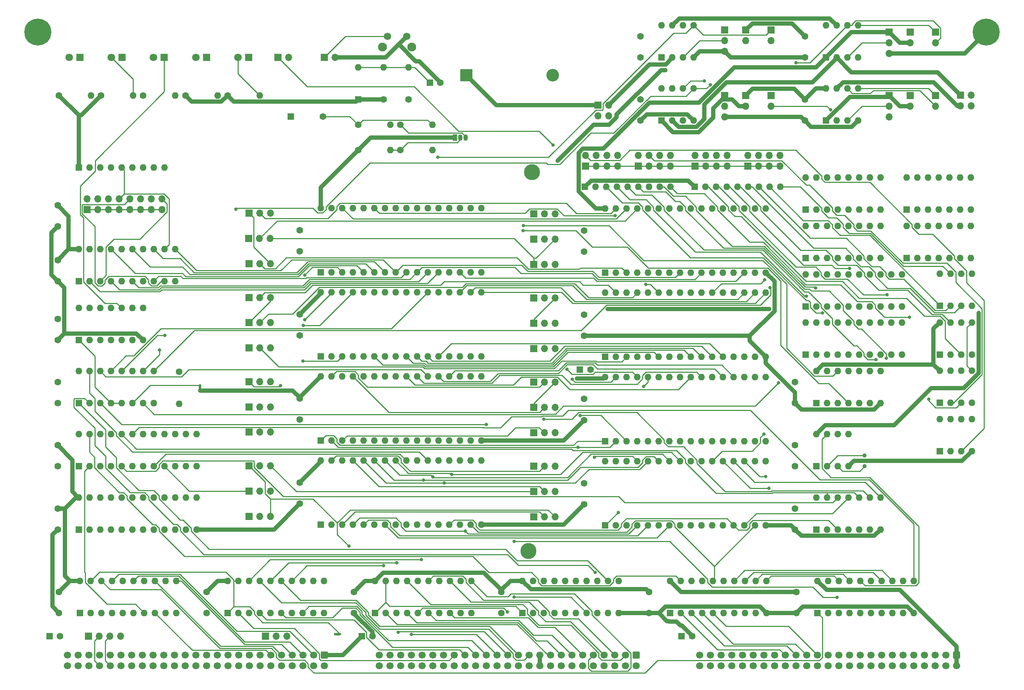
<source format=gbr>
%TF.GenerationSoftware,KiCad,Pcbnew,(6.0.11)*%
%TF.CreationDate,2023-05-28T18:57:31-04:00*%
%TF.ProjectId,memory.ROMRAM,6d656d6f-7279-42e5-924f-4d52414d2e6b,rev?*%
%TF.SameCoordinates,Original*%
%TF.FileFunction,Copper,L1,Top*%
%TF.FilePolarity,Positive*%
%FSLAX46Y46*%
G04 Gerber Fmt 4.6, Leading zero omitted, Abs format (unit mm)*
G04 Created by KiCad (PCBNEW (6.0.11)) date 2023-05-28 18:57:31*
%MOMM*%
%LPD*%
G01*
G04 APERTURE LIST*
G04 Aperture macros list*
%AMRoundRect*
0 Rectangle with rounded corners*
0 $1 Rounding radius*
0 $2 $3 $4 $5 $6 $7 $8 $9 X,Y pos of 4 corners*
0 Add a 4 corners polygon primitive as box body*
4,1,4,$2,$3,$4,$5,$6,$7,$8,$9,$2,$3,0*
0 Add four circle primitives for the rounded corners*
1,1,$1+$1,$2,$3*
1,1,$1+$1,$4,$5*
1,1,$1+$1,$6,$7*
1,1,$1+$1,$8,$9*
0 Add four rect primitives between the rounded corners*
20,1,$1+$1,$2,$3,$4,$5,0*
20,1,$1+$1,$4,$5,$6,$7,0*
20,1,$1+$1,$6,$7,$8,$9,0*
20,1,$1+$1,$8,$9,$2,$3,0*%
G04 Aperture macros list end*
%TA.AperFunction,ComponentPad*%
%ADD10RoundRect,0.250000X-0.600000X0.600000X-0.600000X-0.600000X0.600000X-0.600000X0.600000X0.600000X0*%
%TD*%
%TA.AperFunction,ComponentPad*%
%ADD11C,1.700000*%
%TD*%
%TA.AperFunction,ComponentPad*%
%ADD12C,6.400000*%
%TD*%
%TA.AperFunction,ComponentPad*%
%ADD13C,1.600000*%
%TD*%
%TA.AperFunction,ComponentPad*%
%ADD14R,1.600000X1.600000*%
%TD*%
%TA.AperFunction,ComponentPad*%
%ADD15R,1.800000X1.800000*%
%TD*%
%TA.AperFunction,ComponentPad*%
%ADD16C,1.800000*%
%TD*%
%TA.AperFunction,ComponentPad*%
%ADD17O,1.600000X1.600000*%
%TD*%
%TA.AperFunction,ComponentPad*%
%ADD18R,1.700000X1.700000*%
%TD*%
%TA.AperFunction,ComponentPad*%
%ADD19O,1.700000X1.700000*%
%TD*%
%TA.AperFunction,ComponentPad*%
%ADD20R,1.050000X1.500000*%
%TD*%
%TA.AperFunction,ComponentPad*%
%ADD21O,1.050000X1.500000*%
%TD*%
%TA.AperFunction,ComponentPad*%
%ADD22R,1.600200X1.600200*%
%TD*%
%TA.AperFunction,ComponentPad*%
%ADD23C,1.600200*%
%TD*%
%TA.AperFunction,ComponentPad*%
%ADD24C,2.100000*%
%TD*%
%TA.AperFunction,ComponentPad*%
%ADD25C,1.750000*%
%TD*%
%TA.AperFunction,ComponentPad*%
%ADD26C,1.000000*%
%TD*%
%TA.AperFunction,ComponentPad*%
%ADD27C,0.600000*%
%TD*%
%TA.AperFunction,ComponentPad*%
%ADD28C,3.800000*%
%TD*%
%TA.AperFunction,ComponentPad*%
%ADD29R,3.000000X3.000000*%
%TD*%
%TA.AperFunction,ComponentPad*%
%ADD30C,3.000000*%
%TD*%
%TA.AperFunction,ViaPad*%
%ADD31C,0.800000*%
%TD*%
%TA.AperFunction,Conductor*%
%ADD32C,1.000000*%
%TD*%
%TA.AperFunction,Conductor*%
%ADD33C,0.250000*%
%TD*%
G04 APERTURE END LIST*
%TO.C,NT2*%
G36*
X111700000Y-218300000D02*
G01*
X110500000Y-218300000D01*
X110500000Y-217700000D01*
X111700000Y-217700000D01*
X111700000Y-218300000D01*
G37*
%TO.C,NT1*%
G36*
X78800000Y-160100000D02*
G01*
X78200000Y-160100000D01*
X78200000Y-158900000D01*
X78800000Y-158900000D01*
X78800000Y-160100000D01*
G37*
%TD*%
D10*
%TO.P,P3,1,Pin_1*%
%TO.N,VCC*%
X258000000Y-223000000D03*
D11*
%TO.P,P3,2,Pin_2*%
X258000000Y-225540000D03*
%TO.P,P3,3,Pin_3*%
%TO.N,/bus/D15*%
X255460000Y-223000000D03*
%TO.P,P3,4,Pin_4*%
%TO.N,/bus/D31*%
X255460000Y-225540000D03*
%TO.P,P3,5,Pin_5*%
%TO.N,/bus/D14*%
X252920000Y-223000000D03*
%TO.P,P3,6,Pin_6*%
%TO.N,/bus/D30*%
X252920000Y-225540000D03*
%TO.P,P3,7,Pin_7*%
%TO.N,/bus/D13*%
X250380000Y-223000000D03*
%TO.P,P3,8,Pin_8*%
%TO.N,/bus/D29*%
X250380000Y-225540000D03*
%TO.P,P3,9,Pin_9*%
%TO.N,/bus/D12*%
X247840000Y-223000000D03*
%TO.P,P3,10,Pin_10*%
%TO.N,/bus/D28*%
X247840000Y-225540000D03*
%TO.P,P3,11,Pin_11*%
%TO.N,/bus/D11*%
X245300000Y-223000000D03*
%TO.P,P3,12,Pin_12*%
%TO.N,/bus/D27*%
X245300000Y-225540000D03*
%TO.P,P3,13,Pin_13*%
%TO.N,/bus/D10*%
X242760000Y-223000000D03*
%TO.P,P3,14,Pin_14*%
%TO.N,/bus/D26*%
X242760000Y-225540000D03*
%TO.P,P3,15,Pin_15*%
%TO.N,/bus/D9*%
X240220000Y-223000000D03*
%TO.P,P3,16,Pin_16*%
%TO.N,/bus/D25*%
X240220000Y-225540000D03*
%TO.P,P3,17,Pin_17*%
%TO.N,/bus/D8*%
X237680000Y-223000000D03*
%TO.P,P3,18,Pin_18*%
%TO.N,/bus/D24*%
X237680000Y-225540000D03*
%TO.P,P3,19,Pin_19*%
%TO.N,D7*%
X235140000Y-223000000D03*
%TO.P,P3,20,Pin_20*%
%TO.N,/bus/D23*%
X235140000Y-225540000D03*
%TO.P,P3,21,Pin_21*%
%TO.N,D6*%
X232600000Y-223000000D03*
%TO.P,P3,22,Pin_22*%
%TO.N,/bus/D22*%
X232600000Y-225540000D03*
%TO.P,P3,23,Pin_23*%
%TO.N,D5*%
X230060000Y-223000000D03*
%TO.P,P3,24,Pin_24*%
%TO.N,/bus/D21*%
X230060000Y-225540000D03*
%TO.P,P3,25,Pin_25*%
%TO.N,D4*%
X227520000Y-223000000D03*
%TO.P,P3,26,Pin_26*%
%TO.N,/bus/D20*%
X227520000Y-225540000D03*
%TO.P,P3,27,Pin_27*%
%TO.N,D3*%
X224980000Y-223000000D03*
%TO.P,P3,28,Pin_28*%
%TO.N,/bus/D19*%
X224980000Y-225540000D03*
%TO.P,P3,29,Pin_29*%
%TO.N,D2*%
X222440000Y-223000000D03*
%TO.P,P3,30,Pin_30*%
%TO.N,/bus/D18*%
X222440000Y-225540000D03*
%TO.P,P3,31,Pin_31*%
%TO.N,D1*%
X219900000Y-223000000D03*
%TO.P,P3,32,Pin_32*%
%TO.N,/bus/D17*%
X219900000Y-225540000D03*
%TO.P,P3,33,Pin_33*%
%TO.N,D0*%
X217360000Y-223000000D03*
%TO.P,P3,34,Pin_34*%
%TO.N,/bus/D16*%
X217360000Y-225540000D03*
%TO.P,P3,35,Pin_35*%
%TO.N,/bus/~{BUSERR}*%
X214820000Y-223000000D03*
%TO.P,P3,36,Pin_36*%
%TO.N,/bus/UDS*%
X214820000Y-225540000D03*
%TO.P,P3,37,Pin_37*%
%TO.N,/bus/~{VPA}*%
X212280000Y-223000000D03*
%TO.P,P3,38,Pin_38*%
%TO.N,/bus/LDS*%
X212280000Y-225540000D03*
%TO.P,P3,39,Pin_39*%
%TO.N,/bus/~{VMA}*%
X209740000Y-223000000D03*
%TO.P,P3,40,Pin_40*%
%TO.N,/bus/S2*%
X209740000Y-225540000D03*
%TO.P,P3,41,Pin_41*%
%TO.N,/bus/~{BHE}*%
X207200000Y-223000000D03*
%TO.P,P3,42,Pin_42*%
%TO.N,/bus/S1*%
X207200000Y-225540000D03*
%TO.P,P3,43,Pin_43*%
%TO.N,/bus/IPL2*%
X204660000Y-223000000D03*
%TO.P,P3,44,Pin_44*%
%TO.N,/bus/S0*%
X204660000Y-225540000D03*
%TO.P,P3,45,Pin_45*%
%TO.N,/bus/IPL1*%
X202120000Y-223000000D03*
%TO.P,P3,46,Pin_46*%
%TO.N,/bus/AUXCLK3*%
X202120000Y-225540000D03*
%TO.P,P3,47,Pin_47*%
%TO.N,/bus/IPL0*%
X199580000Y-223000000D03*
%TO.P,P3,48,Pin_48*%
%TO.N,/bus/AUXCLK2*%
X199580000Y-225540000D03*
%TO.P,P3,49,Pin_49*%
%TO.N,GND*%
X197040000Y-223000000D03*
%TO.P,P3,50,Pin_50*%
X197040000Y-225540000D03*
%TD*%
D12*
%TO.P,H1,1,1*%
%TO.N,GND*%
X40000000Y-75000000D03*
%TD*%
%TO.P,H2,1,1*%
%TO.N,GND*%
X265000000Y-75000000D03*
%TD*%
D13*
%TO.P,C15,1*%
%TO.N,VCC*%
X169640000Y-182125200D03*
%TO.P,C15,2*%
%TO.N,GND*%
X169640000Y-187125200D03*
%TD*%
%TO.P,C16,1*%
%TO.N,VCC*%
X169640000Y-162130000D03*
%TO.P,C16,2*%
%TO.N,GND*%
X169640000Y-167130000D03*
%TD*%
%TO.P,C11,1*%
%TO.N,VCC*%
X150000000Y-207940000D03*
%TO.P,C11,2*%
%TO.N,GND*%
X150000000Y-212940000D03*
%TD*%
%TO.P,C12,1*%
%TO.N,VCC*%
X45000000Y-207940000D03*
%TO.P,C12,2*%
%TO.N,GND*%
X45000000Y-212940000D03*
%TD*%
%TO.P,C1,1*%
%TO.N,VCC*%
X44690000Y-173130000D03*
%TO.P,C1,2*%
%TO.N,GND*%
X44690000Y-178130000D03*
%TD*%
%TO.P,C4,1*%
%TO.N,VCC*%
X115000000Y-207940000D03*
%TO.P,C4,2*%
%TO.N,GND*%
X115000000Y-212940000D03*
%TD*%
%TO.P,C9,1*%
%TO.N,VCC*%
X80000000Y-207940000D03*
%TO.P,C9,2*%
%TO.N,GND*%
X80000000Y-212940000D03*
%TD*%
D14*
%TO.P,C25,1*%
%TO.N,VCC*%
X116879600Y-218500000D03*
D13*
%TO.P,C25,2*%
%TO.N,GND*%
X119379600Y-218500000D03*
%TD*%
D14*
%TO.P,C26,1*%
%TO.N,VCC*%
X42749800Y-218500000D03*
D13*
%TO.P,C26,2*%
%TO.N,GND*%
X45249800Y-218500000D03*
%TD*%
D15*
%TO.P,D5,1,K*%
%TO.N,GND*%
X50000000Y-81000000D03*
D16*
%TO.P,D5,2,A*%
%TO.N,Net-(D5-Pad2)*%
X47460000Y-81000000D03*
%TD*%
D13*
%TO.P,R7,1*%
%TO.N,VCC*%
X45000000Y-90000000D03*
D17*
%TO.P,R7,2*%
%TO.N,Net-(D5-Pad2)*%
X52620000Y-90000000D03*
%TD*%
D14*
%TO.P,U6,1,OEa*%
%TO.N,ZERO*%
X85000000Y-212940000D03*
D17*
%TO.P,U6,2,I0a*%
%TO.N,A0*%
X87540000Y-212940000D03*
%TO.P,U6,3,O3b*%
%TO.N,bA7*%
X90080000Y-212940000D03*
%TO.P,U6,4,I1a*%
%TO.N,A1*%
X92620000Y-212940000D03*
%TO.P,U6,5,O2b*%
%TO.N,bA6*%
X95160000Y-212940000D03*
%TO.P,U6,6,I2a*%
%TO.N,A2*%
X97700000Y-212940000D03*
%TO.P,U6,7,O1b*%
%TO.N,bA5*%
X100240000Y-212940000D03*
%TO.P,U6,8,I3a*%
%TO.N,A3*%
X102780000Y-212940000D03*
%TO.P,U6,9,O0b*%
%TO.N,bA4*%
X105320000Y-212940000D03*
%TO.P,U6,10,GND*%
%TO.N,GND*%
X107860000Y-212940000D03*
%TO.P,U6,11,I0b*%
%TO.N,A4*%
X107860000Y-205320000D03*
%TO.P,U6,12,O3a*%
%TO.N,bA3*%
X105320000Y-205320000D03*
%TO.P,U6,13,I1b*%
%TO.N,A5*%
X102780000Y-205320000D03*
%TO.P,U6,14,O2a*%
%TO.N,bA2*%
X100240000Y-205320000D03*
%TO.P,U6,15,I2b*%
%TO.N,A6*%
X97700000Y-205320000D03*
%TO.P,U6,16,O1a*%
%TO.N,bA1*%
X95160000Y-205320000D03*
%TO.P,U6,17,I3b*%
%TO.N,A7*%
X92620000Y-205320000D03*
%TO.P,U6,18,O0a*%
%TO.N,bA0*%
X90080000Y-205320000D03*
%TO.P,U6,19,OEb*%
%TO.N,ZERO*%
X87540000Y-205320000D03*
%TO.P,U6,20,VCC*%
%TO.N,VCC*%
X85000000Y-205320000D03*
%TD*%
D14*
%TO.P,U2,1,A18*%
%TO.N,bA18*%
X174640000Y-192130000D03*
D17*
%TO.P,U2,2,A16*%
%TO.N,bA16*%
X177180000Y-192130000D03*
%TO.P,U2,3,A14*%
%TO.N,Net-(J2-Pad2)*%
X179720000Y-192130000D03*
%TO.P,U2,4,A12*%
%TO.N,bA12*%
X182260000Y-192130000D03*
%TO.P,U2,5,A7*%
%TO.N,bA7*%
X184800000Y-192130000D03*
%TO.P,U2,6,A6*%
%TO.N,bA6*%
X187340000Y-192130000D03*
%TO.P,U2,7,A5*%
%TO.N,bA5*%
X189880000Y-192130000D03*
%TO.P,U2,8,A4*%
%TO.N,bA4*%
X192420000Y-192130000D03*
%TO.P,U2,9,A3*%
%TO.N,bA3*%
X194960000Y-192130000D03*
%TO.P,U2,10,A2*%
%TO.N,bA2*%
X197500000Y-192130000D03*
%TO.P,U2,11,A1*%
%TO.N,bA1*%
X200040000Y-192130000D03*
%TO.P,U2,12,A0*%
%TO.N,bA0*%
X202580000Y-192130000D03*
%TO.P,U2,13,DQ0*%
%TO.N,bD0*%
X205120000Y-192130000D03*
%TO.P,U2,14,DQ1*%
%TO.N,bD1*%
X207660000Y-192130000D03*
%TO.P,U2,15,DQ2*%
%TO.N,bD2*%
X210200000Y-192130000D03*
%TO.P,U2,16,VSS*%
%TO.N,GND*%
X212740000Y-192130000D03*
%TO.P,U2,17,DQ3*%
%TO.N,bD3*%
X212740000Y-176890000D03*
%TO.P,U2,18,DQ4*%
%TO.N,bD4*%
X210200000Y-176890000D03*
%TO.P,U2,19,DQ5*%
%TO.N,bD5*%
X207660000Y-176890000D03*
%TO.P,U2,20,DQ6*%
%TO.N,bD6*%
X205120000Y-176890000D03*
%TO.P,U2,21,DQ7*%
%TO.N,bD7*%
X202580000Y-176890000D03*
%TO.P,U2,22,CE#*%
%TO.N,~{CEO0}*%
X200040000Y-176890000D03*
%TO.P,U2,23,A10*%
%TO.N,bA10*%
X197500000Y-176890000D03*
%TO.P,U2,24,OE#*%
%TO.N,~{bRD}*%
X194960000Y-176890000D03*
%TO.P,U2,25,A11*%
%TO.N,bA11*%
X192420000Y-176890000D03*
%TO.P,U2,26,A9*%
%TO.N,bA9*%
X189880000Y-176890000D03*
%TO.P,U2,27,A8*%
%TO.N,bA8*%
X187340000Y-176890000D03*
%TO.P,U2,28,A13*%
%TO.N,bA13*%
X184800000Y-176890000D03*
%TO.P,U2,29,WE#*%
%TO.N,Net-(J3-Pad2)*%
X182260000Y-176890000D03*
%TO.P,U2,30,A17*%
%TO.N,bA17*%
X179720000Y-176890000D03*
%TO.P,U2,31,A15*%
%TO.N,Net-(J12-Pad2)*%
X177180000Y-176890000D03*
%TO.P,U2,32,VCC*%
%TO.N,VCC_SRAM0*%
X174640000Y-176890000D03*
%TD*%
D14*
%TO.P,U3,1,A18*%
%TO.N,bA18*%
X174640000Y-172130000D03*
D17*
%TO.P,U3,2,A16*%
%TO.N,bA16*%
X177180000Y-172130000D03*
%TO.P,U3,3,A14*%
%TO.N,Net-(J4-Pad2)*%
X179720000Y-172130000D03*
%TO.P,U3,4,A12*%
%TO.N,bA12*%
X182260000Y-172130000D03*
%TO.P,U3,5,A7*%
%TO.N,bA7*%
X184800000Y-172130000D03*
%TO.P,U3,6,A6*%
%TO.N,bA6*%
X187340000Y-172130000D03*
%TO.P,U3,7,A5*%
%TO.N,bA5*%
X189880000Y-172130000D03*
%TO.P,U3,8,A4*%
%TO.N,bA4*%
X192420000Y-172130000D03*
%TO.P,U3,9,A3*%
%TO.N,bA3*%
X194960000Y-172130000D03*
%TO.P,U3,10,A2*%
%TO.N,bA2*%
X197500000Y-172130000D03*
%TO.P,U3,11,A1*%
%TO.N,bA1*%
X200040000Y-172130000D03*
%TO.P,U3,12,A0*%
%TO.N,bA0*%
X202580000Y-172130000D03*
%TO.P,U3,13,DQ0*%
%TO.N,bD0*%
X205120000Y-172130000D03*
%TO.P,U3,14,DQ1*%
%TO.N,bD1*%
X207660000Y-172130000D03*
%TO.P,U3,15,DQ2*%
%TO.N,bD2*%
X210200000Y-172130000D03*
%TO.P,U3,16,VSS*%
%TO.N,GND*%
X212740000Y-172130000D03*
%TO.P,U3,17,DQ3*%
%TO.N,bD3*%
X212740000Y-156890000D03*
%TO.P,U3,18,DQ4*%
%TO.N,bD4*%
X210200000Y-156890000D03*
%TO.P,U3,19,DQ5*%
%TO.N,bD5*%
X207660000Y-156890000D03*
%TO.P,U3,20,DQ6*%
%TO.N,bD6*%
X205120000Y-156890000D03*
%TO.P,U3,21,DQ7*%
%TO.N,bD7*%
X202580000Y-156890000D03*
%TO.P,U3,22,CE#*%
%TO.N,~{CEO1}*%
X200040000Y-156890000D03*
%TO.P,U3,23,A10*%
%TO.N,bA10*%
X197500000Y-156890000D03*
%TO.P,U3,24,OE#*%
%TO.N,~{bRD}*%
X194960000Y-156890000D03*
%TO.P,U3,25,A11*%
%TO.N,bA11*%
X192420000Y-156890000D03*
%TO.P,U3,26,A9*%
%TO.N,bA9*%
X189880000Y-156890000D03*
%TO.P,U3,27,A8*%
%TO.N,bA8*%
X187340000Y-156890000D03*
%TO.P,U3,28,A13*%
%TO.N,bA13*%
X184800000Y-156890000D03*
%TO.P,U3,29,WE#*%
%TO.N,Net-(J11-Pad2)*%
X182260000Y-156890000D03*
%TO.P,U3,30,A17*%
%TO.N,bA17*%
X179720000Y-156890000D03*
%TO.P,U3,31,A15*%
%TO.N,Net-(J13-Pad2)*%
X177180000Y-156890000D03*
%TO.P,U3,32,VCC*%
%TO.N,VCC_SRAM1*%
X174640000Y-156890000D03*
%TD*%
D14*
%TO.P,U17,1,OEa*%
%TO.N,ZERO*%
X50000000Y-212940000D03*
D17*
%TO.P,U17,2,I0a*%
%TO.N,Net-(J1-Pad2)*%
X52540000Y-212940000D03*
%TO.P,U17,3,O3b*%
%TO.N,~{bRD}*%
X55080000Y-212940000D03*
%TO.P,U17,4,I1a*%
%TO.N,unconnected-(U17-Pad4)*%
X57620000Y-212940000D03*
%TO.P,U17,5,O2b*%
%TO.N,~{bWR}*%
X60160000Y-212940000D03*
%TO.P,U17,6,I2a*%
%TO.N,unconnected-(U17-Pad6)*%
X62700000Y-212940000D03*
%TO.P,U17,7,O1b*%
%TO.N,~{bMREQ}*%
X65240000Y-212940000D03*
%TO.P,U17,8,I3a*%
%TO.N,~{M1}*%
X67780000Y-212940000D03*
%TO.P,U17,9,O0b*%
%TO.N,~{bIORQ}*%
X70320000Y-212940000D03*
%TO.P,U17,10,GND*%
%TO.N,GND*%
X72860000Y-212940000D03*
%TO.P,U17,11,I0b*%
%TO.N,~{IORQ}*%
X72860000Y-205320000D03*
%TO.P,U17,12,O3a*%
%TO.N,~{bM1}*%
X70320000Y-205320000D03*
%TO.P,U17,13,I1b*%
%TO.N,~{MREQ}*%
X67780000Y-205320000D03*
%TO.P,U17,14,O2a*%
%TO.N,unconnected-(U17-Pad14)*%
X65240000Y-205320000D03*
%TO.P,U17,15,I2b*%
%TO.N,~{WR}*%
X62700000Y-205320000D03*
%TO.P,U17,16,O1a*%
%TO.N,unconnected-(U17-Pad16)*%
X60160000Y-205320000D03*
%TO.P,U17,17,I3b*%
%TO.N,~{RD}*%
X57620000Y-205320000D03*
%TO.P,U17,18,O0a*%
%TO.N,~{bRESET}*%
X55080000Y-205320000D03*
%TO.P,U17,19,OEb*%
%TO.N,ZERO*%
X52540000Y-205320000D03*
%TO.P,U17,20,VCC*%
%TO.N,VCC*%
X50000000Y-205320000D03*
%TD*%
D14*
%TO.P,U16,1*%
%TO.N,~{CS_MEM}*%
X49690000Y-148130000D03*
D17*
%TO.P,U16,2*%
%TO.N,Net-(D3-Pad1)*%
X52230000Y-148130000D03*
%TO.P,U16,3*%
%TO.N,unconnected-(U16-Pad3)*%
X54770000Y-148130000D03*
%TO.P,U16,4*%
%TO.N,unconnected-(U16-Pad4)*%
X57310000Y-148130000D03*
%TO.P,U16,5*%
%TO.N,unconnected-(U16-Pad5)*%
X59850000Y-148130000D03*
%TO.P,U16,6*%
%TO.N,unconnected-(U16-Pad6)*%
X62390000Y-148130000D03*
%TO.P,U16,7,GND*%
%TO.N,GND*%
X64930000Y-148130000D03*
%TO.P,U16,8*%
%TO.N,unconnected-(U16-Pad8)*%
X64930000Y-140510000D03*
%TO.P,U16,9*%
%TO.N,unconnected-(U16-Pad9)*%
X62390000Y-140510000D03*
%TO.P,U16,10*%
%TO.N,Net-(D8-Pad1)*%
X59850000Y-140510000D03*
%TO.P,U16,11*%
%TO.N,~{CS_RTC}*%
X57310000Y-140510000D03*
%TO.P,U16,12*%
%TO.N,unconnected-(U16-Pad12)*%
X54770000Y-140510000D03*
%TO.P,U16,13*%
%TO.N,unconnected-(U16-Pad13)*%
X52230000Y-140510000D03*
%TO.P,U16,14,VCC*%
%TO.N,VCC*%
X49690000Y-140510000D03*
%TD*%
D13*
%TO.P,C10,1*%
%TO.N,VCC*%
X185000000Y-207940000D03*
%TO.P,C10,2*%
%TO.N,GND*%
X185000000Y-212940000D03*
%TD*%
D14*
%TO.P,U7,1,OEa*%
%TO.N,ZERO*%
X120000000Y-212940000D03*
D17*
%TO.P,U7,2,I0a*%
%TO.N,A8*%
X122540000Y-212940000D03*
%TO.P,U7,3,O3b*%
%TO.N,bA15*%
X125080000Y-212940000D03*
%TO.P,U7,4,I1a*%
%TO.N,A9*%
X127620000Y-212940000D03*
%TO.P,U7,5,O2b*%
%TO.N,bA14*%
X130160000Y-212940000D03*
%TO.P,U7,6,I2a*%
%TO.N,A10*%
X132700000Y-212940000D03*
%TO.P,U7,7,O1b*%
%TO.N,bA13*%
X135240000Y-212940000D03*
%TO.P,U7,8,I3a*%
%TO.N,A11*%
X137780000Y-212940000D03*
%TO.P,U7,9,O0b*%
%TO.N,bA12*%
X140320000Y-212940000D03*
%TO.P,U7,10,GND*%
%TO.N,GND*%
X142860000Y-212940000D03*
%TO.P,U7,11,I0b*%
%TO.N,A12*%
X142860000Y-205320000D03*
%TO.P,U7,12,O3a*%
%TO.N,bA11*%
X140320000Y-205320000D03*
%TO.P,U7,13,I1b*%
%TO.N,A13*%
X137780000Y-205320000D03*
%TO.P,U7,14,O2a*%
%TO.N,bA10*%
X135240000Y-205320000D03*
%TO.P,U7,15,I2b*%
%TO.N,A14*%
X132700000Y-205320000D03*
%TO.P,U7,16,O1a*%
%TO.N,bA9*%
X130160000Y-205320000D03*
%TO.P,U7,17,I3b*%
%TO.N,A15*%
X127620000Y-205320000D03*
%TO.P,U7,18,O0a*%
%TO.N,bA8*%
X125080000Y-205320000D03*
%TO.P,U7,19,OEb*%
%TO.N,ZERO*%
X122540000Y-205320000D03*
%TO.P,U7,20,VCC*%
%TO.N,VCC*%
X120000000Y-205320000D03*
%TD*%
D14*
%TO.P,U4,1,G*%
%TO.N,~{IO_EN}*%
X49690000Y-134130000D03*
D17*
%TO.P,U4,2,P0*%
%TO.N,bA0*%
X52230000Y-134130000D03*
%TO.P,U4,3,R0*%
%TO.N,Net-(JP3-Pad16)*%
X54770000Y-134130000D03*
%TO.P,U4,4,P1*%
%TO.N,bA1*%
X57310000Y-134130000D03*
%TO.P,U4,5,R1*%
%TO.N,Net-(JP3-Pad14)*%
X59850000Y-134130000D03*
%TO.P,U4,6,P2*%
%TO.N,bA2*%
X62390000Y-134130000D03*
%TO.P,U4,7,R2*%
%TO.N,Net-(JP3-Pad12)*%
X64930000Y-134130000D03*
%TO.P,U4,8,P3*%
%TO.N,bA3*%
X67470000Y-134130000D03*
%TO.P,U4,9,R3*%
%TO.N,Net-(JP3-Pad10)*%
X70010000Y-134130000D03*
%TO.P,U4,10,GND*%
%TO.N,GND*%
X72550000Y-134130000D03*
%TO.P,U4,11,P4*%
%TO.N,bA4*%
X72550000Y-126510000D03*
%TO.P,U4,12,R4*%
%TO.N,Net-(JP3-Pad8)*%
X70010000Y-126510000D03*
%TO.P,U4,13,P5*%
%TO.N,bA5*%
X67470000Y-126510000D03*
%TO.P,U4,14,R5*%
%TO.N,Net-(JP3-Pad6)*%
X64930000Y-126510000D03*
%TO.P,U4,15,P6*%
%TO.N,bA6*%
X62390000Y-126510000D03*
%TO.P,U4,16,R6*%
%TO.N,Net-(JP3-Pad4)*%
X59850000Y-126510000D03*
%TO.P,U4,17,P7*%
%TO.N,bA7*%
X57310000Y-126510000D03*
%TO.P,U4,18,R7*%
%TO.N,Net-(JP3-Pad2)*%
X54770000Y-126510000D03*
%TO.P,U4,19,P=R*%
%TO.N,~{CS_RTC}*%
X52230000Y-126510000D03*
%TO.P,U4,20,VCC*%
%TO.N,VCC*%
X49690000Y-126510000D03*
%TD*%
D14*
%TO.P,RN1,1,common*%
%TO.N,VCC*%
X49690000Y-107130000D03*
D17*
%TO.P,RN1,2,R1*%
%TO.N,Net-(JP3-Pad2)*%
X52230000Y-107130000D03*
%TO.P,RN1,3,R2*%
%TO.N,Net-(JP3-Pad4)*%
X54770000Y-107130000D03*
%TO.P,RN1,4,R3*%
%TO.N,Net-(JP3-Pad6)*%
X57310000Y-107130000D03*
%TO.P,RN1,5,R4*%
%TO.N,Net-(JP3-Pad8)*%
X59850000Y-107130000D03*
%TO.P,RN1,6,R5*%
%TO.N,Net-(JP3-Pad10)*%
X62390000Y-107130000D03*
%TO.P,RN1,7,R6*%
%TO.N,Net-(JP3-Pad12)*%
X64930000Y-107130000D03*
%TO.P,RN1,8,R7*%
%TO.N,Net-(JP3-Pad14)*%
X67470000Y-107130000D03*
%TO.P,RN1,9,R8*%
%TO.N,Net-(JP3-Pad16)*%
X70010000Y-107130000D03*
%TD*%
D13*
%TO.P,C5,1*%
%TO.N,VCC*%
X44690000Y-129130000D03*
%TO.P,C5,2*%
%TO.N,GND*%
X44690000Y-134130000D03*
%TD*%
D18*
%TO.P,JP3,1,Pin_1*%
%TO.N,ZERO*%
X51690000Y-117130000D03*
D19*
%TO.P,JP3,2,Pin_2*%
%TO.N,Net-(JP3-Pad2)*%
X51690000Y-114590000D03*
%TO.P,JP3,3,Pin_3*%
%TO.N,ZERO*%
X54230000Y-117130000D03*
%TO.P,JP3,4,Pin_4*%
%TO.N,Net-(JP3-Pad4)*%
X54230000Y-114590000D03*
%TO.P,JP3,5,Pin_5*%
%TO.N,ZERO*%
X56770000Y-117130000D03*
%TO.P,JP3,6,Pin_6*%
%TO.N,Net-(JP3-Pad6)*%
X56770000Y-114590000D03*
%TO.P,JP3,7,Pin_7*%
%TO.N,ZERO*%
X59310000Y-117130000D03*
%TO.P,JP3,8,Pin_8*%
%TO.N,Net-(JP3-Pad8)*%
X59310000Y-114590000D03*
%TO.P,JP3,9,Pin_9*%
%TO.N,ZERO*%
X61850000Y-117130000D03*
%TO.P,JP3,10,Pin_10*%
%TO.N,Net-(JP3-Pad10)*%
X61850000Y-114590000D03*
%TO.P,JP3,11,Pin_11*%
%TO.N,ZERO*%
X64390000Y-117130000D03*
%TO.P,JP3,12,Pin_12*%
%TO.N,Net-(JP3-Pad12)*%
X64390000Y-114590000D03*
%TO.P,JP3,13,Pin_13*%
%TO.N,ZERO*%
X66930000Y-117130000D03*
%TO.P,JP3,14,Pin_14*%
%TO.N,Net-(JP3-Pad14)*%
X66930000Y-114590000D03*
%TO.P,JP3,15,Pin_15*%
%TO.N,ZERO*%
X69470000Y-117130000D03*
%TO.P,JP3,16,Pin_16*%
%TO.N,Net-(JP3-Pad16)*%
X69470000Y-114590000D03*
%TD*%
D13*
%TO.P,C2,1*%
%TO.N,VCC*%
X44690000Y-116130000D03*
%TO.P,C2,2*%
%TO.N,GND*%
X44690000Y-121130000D03*
%TD*%
%TO.P,C3,1*%
%TO.N,VCC*%
X219690000Y-173130000D03*
%TO.P,C3,2*%
%TO.N,GND*%
X219690000Y-178130000D03*
%TD*%
D14*
%TO.P,C27,1*%
%TO.N,VCC*%
X192749800Y-218500000D03*
D13*
%TO.P,C27,2*%
%TO.N,GND*%
X195249800Y-218500000D03*
%TD*%
D14*
%TO.P,C28,1*%
%TO.N,/RTC/USERBUTN*%
X133000000Y-87000000D03*
D13*
%TO.P,C28,2*%
%TO.N,GND*%
X135500000Y-87000000D03*
%TD*%
%TO.P,C30,1*%
%TO.N,VCC*%
X219690000Y-188130000D03*
%TO.P,C30,2*%
%TO.N,GND*%
X219690000Y-193130000D03*
%TD*%
%TO.P,C32,1*%
%TO.N,VCC*%
X44690000Y-143130000D03*
%TO.P,C32,2*%
%TO.N,GND*%
X44690000Y-148130000D03*
%TD*%
%TO.P,C33,1*%
%TO.N,VCC*%
X44690000Y-158130000D03*
%TO.P,C33,2*%
%TO.N,GND*%
X44690000Y-163130000D03*
%TD*%
%TO.P,C34,1*%
%TO.N,VCC*%
X219690000Y-158130000D03*
%TO.P,C34,2*%
%TO.N,GND*%
X219690000Y-163130000D03*
%TD*%
D15*
%TO.P,D8,1,K*%
%TO.N,Net-(D8-Pad1)*%
X70000000Y-81000000D03*
D16*
%TO.P,D8,2,A*%
%TO.N,Net-(D8-Pad2)*%
X67460000Y-81000000D03*
%TD*%
D15*
%TO.P,D10,1,K*%
%TO.N,Net-(D10-Pad1)*%
X80000000Y-81000000D03*
D16*
%TO.P,D10,2,A*%
%TO.N,Net-(D10-Pad2)*%
X77460000Y-81000000D03*
%TD*%
D15*
%TO.P,D11,1,K*%
%TO.N,Net-(D11-Pad1)*%
X90000000Y-81000000D03*
D16*
%TO.P,D11,2,A*%
%TO.N,Net-(D11-Pad2)*%
X87460000Y-81000000D03*
%TD*%
D18*
%TO.P,JP9,1,A*%
%TO.N,Net-(JP9-Pad1)*%
X108000000Y-81000000D03*
D19*
%TO.P,JP9,2,B*%
%TO.N,GND*%
X110540000Y-81000000D03*
%TD*%
D18*
%TO.P,JP10,1,Pin_1*%
%TO.N,VBAT1*%
X258925000Y-89925000D03*
D19*
%TO.P,JP10,2,Pin_2*%
%TO.N,/RTC/VBAT*%
X261465000Y-89925000D03*
%TO.P,JP10,3,Pin_3*%
%TO.N,VBAT2*%
X258925000Y-92465000D03*
%TO.P,JP10,4,Pin_4*%
%TO.N,/RTC/VBAT*%
X261465000Y-92465000D03*
%TD*%
D10*
%TO.P,P1,1,Pin_1*%
%TO.N,VCC*%
X108000000Y-223000000D03*
D11*
%TO.P,P1,2,Pin_2*%
X108000000Y-225540000D03*
%TO.P,P1,3,Pin_3*%
%TO.N,~{RD}*%
X105460000Y-223000000D03*
%TO.P,P1,4,Pin_4*%
%TO.N,/bus/E*%
X105460000Y-225540000D03*
%TO.P,P1,5,Pin_5*%
%TO.N,~{WR}*%
X102920000Y-223000000D03*
%TO.P,P1,6,Pin_6*%
%TO.N,/bus/ST*%
X102920000Y-225540000D03*
%TO.P,P1,7,Pin_7*%
%TO.N,~{IORQ}*%
X100380000Y-223000000D03*
%TO.P,P1,8,Pin_8*%
%TO.N,/bus/PHI*%
X100380000Y-225540000D03*
%TO.P,P1,9,Pin_9*%
%TO.N,~{MREQ}*%
X97840000Y-223000000D03*
%TO.P,P1,10,Pin_10*%
%TO.N,/bus/~{INT2}*%
X97840000Y-225540000D03*
%TO.P,P1,11,Pin_11*%
%TO.N,~{M1}*%
X95300000Y-223000000D03*
%TO.P,P1,12,Pin_12*%
%TO.N,/bus/~{INT1}*%
X95300000Y-225540000D03*
%TO.P,P1,13,Pin_13*%
%TO.N,/bus/~{BUSACK}*%
X92760000Y-223000000D03*
%TO.P,P1,14,Pin_14*%
%TO.N,/bus/CRUCLK*%
X92760000Y-225540000D03*
%TO.P,P1,15,Pin_15*%
%TO.N,/bus/CLK*%
X90220000Y-223000000D03*
%TO.P,P1,16,Pin_16*%
%TO.N,/bus/CRUOUT*%
X90220000Y-225540000D03*
%TO.P,P1,17,Pin_17*%
%TO.N,/bus/~{INT0}*%
X87680000Y-223000000D03*
%TO.P,P1,18,Pin_18*%
%TO.N,/bus/CRUIN*%
X87680000Y-225540000D03*
%TO.P,P1,19,Pin_19*%
%TO.N,/bus/~{NMI}*%
X85140000Y-223000000D03*
%TO.P,P1,20,Pin_20*%
%TO.N,~{RES_IN}*%
X85140000Y-225540000D03*
%TO.P,P1,21,Pin_21*%
%TO.N,~{RES_OUT}*%
X82600000Y-223000000D03*
%TO.P,P1,22,Pin_22*%
%TO.N,/bus/USER8*%
X82600000Y-225540000D03*
%TO.P,P1,23,Pin_23*%
%TO.N,/bus/~{BUSRQ}*%
X80060000Y-223000000D03*
%TO.P,P1,24,Pin_24*%
%TO.N,/bus/USER7*%
X80060000Y-225540000D03*
%TO.P,P1,25,Pin_25*%
%TO.N,/bus/~{WAIT}*%
X77520000Y-223000000D03*
%TO.P,P1,26,Pin_26*%
%TO.N,/bus/USER6*%
X77520000Y-225540000D03*
%TO.P,P1,27,Pin_27*%
%TO.N,/bus/~{HALT}*%
X74980000Y-223000000D03*
%TO.P,P1,28,Pin_28*%
%TO.N,/bus/USER5*%
X74980000Y-225540000D03*
%TO.P,P1,29,Pin_29*%
%TO.N,/bus/~{RFSH}*%
X72440000Y-223000000D03*
%TO.P,P1,30,Pin_30*%
%TO.N,/bus/USER4*%
X72440000Y-225540000D03*
%TO.P,P1,31,Pin_31*%
%TO.N,/bus/~{EIRQ7}*%
X69900000Y-223000000D03*
%TO.P,P1,32,Pin_32*%
%TO.N,/bus/USER3*%
X69900000Y-225540000D03*
%TO.P,P1,33,Pin_33*%
%TO.N,/bus/~{EIRQ6}*%
X67360000Y-223000000D03*
%TO.P,P1,34,Pin_34*%
%TO.N,/bus/USER2*%
X67360000Y-225540000D03*
%TO.P,P1,35,Pin_35*%
%TO.N,/bus/~{EIRQ5}*%
X64820000Y-223000000D03*
%TO.P,P1,36,Pin_36*%
%TO.N,/bus/USER1*%
X64820000Y-225540000D03*
%TO.P,P1,37,Pin_37*%
%TO.N,/bus/~{EIRQ4}*%
X62280000Y-223000000D03*
%TO.P,P1,38,Pin_38*%
%TO.N,/bus/USER0*%
X62280000Y-225540000D03*
%TO.P,P1,39,Pin_39*%
%TO.N,/bus/~{EIRQ3}*%
X59740000Y-223000000D03*
%TO.P,P1,40,Pin_40*%
%TO.N,~{BAI}*%
X59740000Y-225540000D03*
%TO.P,P1,41,Pin_41*%
%TO.N,/bus/~{EIRQ2}*%
X57200000Y-223000000D03*
%TO.P,P1,42,Pin_42*%
%TO.N,~{BAO}*%
X57200000Y-225540000D03*
%TO.P,P1,43,Pin_43*%
%TO.N,/bus/~{EIRQ1}*%
X54660000Y-223000000D03*
%TO.P,P1,44,Pin_44*%
%TO.N,~{IEI}*%
X54660000Y-225540000D03*
%TO.P,P1,45,Pin_45*%
%TO.N,/bus/~{EIRQ0}*%
X52120000Y-223000000D03*
%TO.P,P1,46,Pin_46*%
%TO.N,~{IEO}*%
X52120000Y-225540000D03*
%TO.P,P1,47,Pin_47*%
%TO.N,I2C_SCL*%
X49580000Y-223000000D03*
%TO.P,P1,48,Pin_48*%
%TO.N,I2C_SDA*%
X49580000Y-225540000D03*
%TO.P,P1,49,Pin_49*%
%TO.N,GND*%
X47040000Y-223000000D03*
%TO.P,P1,50,Pin_50*%
X47040000Y-225540000D03*
%TD*%
D10*
%TO.P,P2,1,Pin_1*%
%TO.N,VCC*%
X182000000Y-223000000D03*
D11*
%TO.P,P2,2,Pin_2*%
X182000000Y-225540000D03*
%TO.P,P2,3,Pin_3*%
%TO.N,A15*%
X179460000Y-223000000D03*
%TO.P,P2,4,Pin_4*%
%TO.N,/bus/A31*%
X179460000Y-225540000D03*
%TO.P,P2,5,Pin_5*%
%TO.N,A14*%
X176920000Y-223000000D03*
%TO.P,P2,6,Pin_6*%
%TO.N,/bus/A30*%
X176920000Y-225540000D03*
%TO.P,P2,7,Pin_7*%
%TO.N,A13*%
X174380000Y-223000000D03*
%TO.P,P2,8,Pin_8*%
%TO.N,/bus/A29*%
X174380000Y-225540000D03*
%TO.P,P2,9,Pin_9*%
%TO.N,A12*%
X171840000Y-223000000D03*
%TO.P,P2,10,Pin_10*%
%TO.N,/bus/A28*%
X171840000Y-225540000D03*
%TO.P,P2,11,Pin_11*%
%TO.N,A11*%
X169300000Y-223000000D03*
%TO.P,P2,12,Pin_12*%
%TO.N,/bus/A27*%
X169300000Y-225540000D03*
%TO.P,P2,13,Pin_13*%
%TO.N,A10*%
X166760000Y-223000000D03*
%TO.P,P2,14,Pin_14*%
%TO.N,/bus/A26*%
X166760000Y-225540000D03*
%TO.P,P2,15,Pin_15*%
%TO.N,A9*%
X164220000Y-223000000D03*
%TO.P,P2,16,Pin_16*%
%TO.N,/bus/A25*%
X164220000Y-225540000D03*
%TO.P,P2,17,Pin_17*%
%TO.N,A8*%
X161680000Y-223000000D03*
%TO.P,P2,18,Pin_18*%
%TO.N,/bus/A24*%
X161680000Y-225540000D03*
%TO.P,P2,19,Pin_19*%
%TO.N,+12V*%
X159140000Y-223000000D03*
%TO.P,P2,20,Pin_20*%
X159140000Y-225540000D03*
%TO.P,P2,21,Pin_21*%
%TO.N,A7*%
X156600000Y-223000000D03*
%TO.P,P2,22,Pin_22*%
%TO.N,/bus/A23*%
X156600000Y-225540000D03*
%TO.P,P2,23,Pin_23*%
%TO.N,A6*%
X154060000Y-223000000D03*
%TO.P,P2,24,Pin_24*%
%TO.N,/bus/A22*%
X154060000Y-225540000D03*
%TO.P,P2,25,Pin_25*%
%TO.N,A5*%
X151520000Y-223000000D03*
%TO.P,P2,26,Pin_26*%
%TO.N,A21*%
X151520000Y-225540000D03*
%TO.P,P2,27,Pin_27*%
%TO.N,A4*%
X148980000Y-223000000D03*
%TO.P,P2,28,Pin_28*%
%TO.N,A20*%
X148980000Y-225540000D03*
%TO.P,P2,29,Pin_29*%
%TO.N,A3*%
X146440000Y-223000000D03*
%TO.P,P2,30,Pin_30*%
%TO.N,A19*%
X146440000Y-225540000D03*
%TO.P,P2,31,Pin_31*%
%TO.N,A2*%
X143900000Y-223000000D03*
%TO.P,P2,32,Pin_32*%
%TO.N,A18*%
X143900000Y-225540000D03*
%TO.P,P2,33,Pin_33*%
%TO.N,A1*%
X141360000Y-223000000D03*
%TO.P,P2,34,Pin_34*%
%TO.N,A17*%
X141360000Y-225540000D03*
%TO.P,P2,35,Pin_35*%
%TO.N,A0*%
X138820000Y-223000000D03*
%TO.P,P2,36,Pin_36*%
%TO.N,A16*%
X138820000Y-225540000D03*
%TO.P,P2,37,Pin_37*%
%TO.N,-12V*%
X136280000Y-223000000D03*
%TO.P,P2,38,Pin_38*%
X136280000Y-225540000D03*
%TO.P,P2,39,Pin_39*%
%TO.N,/bus/IC3*%
X133740000Y-223000000D03*
%TO.P,P2,40,Pin_40*%
%TO.N,/bus/~{TEND1}*%
X133740000Y-225540000D03*
%TO.P,P2,41,Pin_41*%
%TO.N,/bus/IC2*%
X131200000Y-223000000D03*
%TO.P,P2,42,Pin_42*%
%TO.N,/bus/~{DREQ1}*%
X131200000Y-225540000D03*
%TO.P,P2,43,Pin_43*%
%TO.N,/bus/IC1*%
X128660000Y-223000000D03*
%TO.P,P2,44,Pin_44*%
%TO.N,/bus/~{TEND0}*%
X128660000Y-225540000D03*
%TO.P,P2,45,Pin_45*%
%TO.N,/bus/IC0*%
X126120000Y-223000000D03*
%TO.P,P2,46,Pin_46*%
%TO.N,/bus/~{DREQ0}*%
X126120000Y-225540000D03*
%TO.P,P2,47,Pin_47*%
%TO.N,/bus/AUXCLK1*%
X123580000Y-223000000D03*
%TO.P,P2,48,Pin_48*%
%TO.N,/bus/AUXCLK0*%
X123580000Y-225540000D03*
%TO.P,P2,49,Pin_49*%
%TO.N,GND*%
X121040000Y-223000000D03*
%TO.P,P2,50,Pin_50*%
X121040000Y-225540000D03*
%TD*%
D20*
%TO.P,Q1,1,E*%
%TO.N,VCC*%
X139000000Y-100000000D03*
D21*
%TO.P,Q1,2,B*%
%TO.N,Net-(Q1-Pad2)*%
X140270000Y-100000000D03*
%TO.P,Q1,3,C*%
%TO.N,Net-(Q1-Pad3)*%
X141540000Y-100000000D03*
%TD*%
D13*
%TO.P,R8,1*%
%TO.N,VCC*%
X116000000Y-103000000D03*
D17*
%TO.P,R8,2*%
%TO.N,Net-(Q1-Pad2)*%
X123620000Y-103000000D03*
%TD*%
D13*
%TO.P,R9,1*%
%TO.N,Net-(Q1-Pad2)*%
X126000000Y-103000000D03*
D17*
%TO.P,R9,2*%
%TO.N,/RTC/SPEAKER*%
X133620000Y-103000000D03*
%TD*%
D13*
%TO.P,R10,1*%
%TO.N,Net-(Q1-Pad3)*%
X126000000Y-97000000D03*
D17*
%TO.P,R10,2*%
%TO.N,Net-(R10-Pad2)*%
X133620000Y-97000000D03*
%TD*%
D13*
%TO.P,R11,1*%
%TO.N,Net-(R10-Pad2)*%
X116000000Y-97000000D03*
D17*
%TO.P,R11,2*%
%TO.N,GND*%
X123620000Y-97000000D03*
%TD*%
D13*
%TO.P,R12,1*%
%TO.N,VCC*%
X122000000Y-91000000D03*
D17*
%TO.P,R12,2*%
%TO.N,/RTC/USERBUTN*%
X122000000Y-83380000D03*
%TD*%
D13*
%TO.P,R13,1*%
%TO.N,Net-(JP9-Pad1)*%
X128000000Y-91000000D03*
D17*
%TO.P,R13,2*%
%TO.N,/RTC/USERBUTN*%
X128000000Y-83380000D03*
%TD*%
D13*
%TO.P,R15,1*%
%TO.N,VCC*%
X65000000Y-90000000D03*
D17*
%TO.P,R15,2*%
%TO.N,Net-(D8-Pad2)*%
X72620000Y-90000000D03*
%TD*%
D13*
%TO.P,R17,1*%
%TO.N,VCC*%
X75000000Y-90000000D03*
D17*
%TO.P,R17,2*%
%TO.N,Net-(D10-Pad2)*%
X82620000Y-90000000D03*
%TD*%
D13*
%TO.P,R18,1*%
%TO.N,VCC*%
X85000000Y-90000000D03*
D17*
%TO.P,R18,2*%
%TO.N,Net-(D11-Pad2)*%
X92620000Y-90000000D03*
%TD*%
D22*
%TO.P,SP1,1,1*%
%TO.N,GND*%
X100000000Y-95000000D03*
D23*
%TO.P,SP1,2,2*%
%TO.N,Net-(R10-Pad2)*%
X107610000Y-95000000D03*
%TD*%
D24*
%TO.P,SW1,*%
%TO.N,*%
X121750000Y-78490000D03*
X128760000Y-78490000D03*
D25*
%TO.P,SW1,1,1*%
%TO.N,Net-(JP9-Pad1)*%
X123000000Y-76000000D03*
%TO.P,SW1,2,2*%
%TO.N,GND*%
X127500000Y-76000000D03*
%TD*%
D14*
%TO.P,U24,1,~{Mr}*%
%TO.N,~{bRESET}*%
X225000000Y-212940000D03*
D17*
%TO.P,U24,2,Q0*%
%TO.N,/RTC/USERLED0*%
X227540000Y-212940000D03*
%TO.P,U24,3,D0*%
%TO.N,bD0*%
X230080000Y-212940000D03*
%TO.P,U24,4,D1*%
%TO.N,bD1*%
X232620000Y-212940000D03*
%TO.P,U24,5,Q1*%
%TO.N,/RTC/USERLED1*%
X235160000Y-212940000D03*
%TO.P,U24,6,Q2*%
%TO.N,/RTC/SPEAKER*%
X237700000Y-212940000D03*
%TO.P,U24,7,D2*%
%TO.N,bD2*%
X240240000Y-212940000D03*
%TO.P,U24,8,D3*%
%TO.N,bD3*%
X242780000Y-212940000D03*
%TO.P,U24,9,Q3*%
%TO.N,~{MEM_EN}*%
X245320000Y-212940000D03*
%TO.P,U24,10,GND*%
%TO.N,GND*%
X247860000Y-212940000D03*
%TO.P,U24,11,Cp*%
%TO.N,~{RTC_WR}*%
X247860000Y-205320000D03*
%TO.P,U24,12,Q4*%
%TO.N,/RTC/RTC_RST_IN*%
X245320000Y-205320000D03*
%TO.P,U24,13,D4*%
%TO.N,bD4*%
X242780000Y-205320000D03*
%TO.P,U24,14,D5*%
%TO.N,bD5*%
X240240000Y-205320000D03*
%TO.P,U24,15,Q5*%
%TO.N,/RTC/RTC_WR_EN*%
X237700000Y-205320000D03*
%TO.P,U24,16,Q6*%
%TO.N,/RTC/RTC_CLK_IN*%
X235160000Y-205320000D03*
%TO.P,U24,17,D6*%
%TO.N,bD6*%
X232620000Y-205320000D03*
%TO.P,U24,18,D7*%
%TO.N,bD7*%
X230080000Y-205320000D03*
%TO.P,U24,19,Q7*%
%TO.N,/RTC/RTC_DAT_IN*%
X227540000Y-205320000D03*
%TO.P,U24,20,VCC*%
%TO.N,VCC*%
X225000000Y-205320000D03*
%TD*%
D14*
%TO.P,U26,1*%
%TO.N,~{RTC_RD}*%
X224690000Y-193130000D03*
D17*
%TO.P,U26,2*%
%TO.N,/RTC/RTC_DQ*%
X227230000Y-193130000D03*
%TO.P,U26,3*%
%TO.N,bD0*%
X229770000Y-193130000D03*
%TO.P,U26,4*%
%TO.N,/RTC/RTC_WR_EN*%
X232310000Y-193130000D03*
%TO.P,U26,5*%
%TO.N,/RTC/RTC_DAT_IN*%
X234850000Y-193130000D03*
%TO.P,U26,6*%
%TO.N,/RTC/RTC_DQ*%
X237390000Y-193130000D03*
%TO.P,U26,7,GND*%
%TO.N,GND*%
X239930000Y-193130000D03*
%TO.P,U26,8*%
%TO.N,bD6*%
X239930000Y-185510000D03*
%TO.P,U26,9*%
%TO.N,/RTC/USERBUTN*%
X237390000Y-185510000D03*
%TO.P,U26,10*%
%TO.N,~{RTC_RD}*%
X234850000Y-185510000D03*
%TO.P,U26,11*%
%TO.N,bD1*%
X232310000Y-185510000D03*
%TO.P,U26,12*%
%TO.N,~{MEM_EN}*%
X229770000Y-185510000D03*
%TO.P,U26,13*%
%TO.N,~{RTC_RD}*%
X227230000Y-185510000D03*
%TO.P,U26,14,VCC*%
%TO.N,VCC*%
X224690000Y-185510000D03*
%TD*%
D14*
%TO.P,U27,1,VCC2*%
%TO.N,VCC*%
X224690000Y-178130000D03*
D17*
%TO.P,U27,2,X1*%
%TO.N,Net-(U27-Pad2)*%
X227230000Y-178130000D03*
%TO.P,U27,3,X2*%
%TO.N,Net-(U27-Pad3)*%
X229770000Y-178130000D03*
%TO.P,U27,4,GND*%
%TO.N,GND*%
X232310000Y-178130000D03*
%TO.P,U27,5,CE*%
%TO.N,/RTC/RTC_RST_IN*%
X232310000Y-170510000D03*
%TO.P,U27,6,I/O*%
%TO.N,/RTC/RTC_DQ*%
X229770000Y-170510000D03*
%TO.P,U27,7,SCLK*%
%TO.N,/RTC/RTC_CLK_IN*%
X227230000Y-170510000D03*
%TO.P,U27,8,VCC1*%
%TO.N,/RTC/VBAT*%
X224690000Y-170510000D03*
%TD*%
D14*
%TO.P,U28,1*%
%TO.N,unconnected-(U28-Pad1)*%
X224690000Y-163130000D03*
D17*
%TO.P,U28,2*%
%TO.N,unconnected-(U28-Pad2)*%
X227230000Y-163130000D03*
%TO.P,U28,3*%
%TO.N,/RTC/USERLED1*%
X229770000Y-163130000D03*
%TO.P,U28,4*%
%TO.N,Net-(D11-Pad1)*%
X232310000Y-163130000D03*
%TO.P,U28,5*%
%TO.N,unconnected-(U28-Pad5)*%
X234850000Y-163130000D03*
%TO.P,U28,6*%
%TO.N,unconnected-(U28-Pad6)*%
X237390000Y-163130000D03*
%TO.P,U28,7,GND*%
%TO.N,GND*%
X239930000Y-163130000D03*
%TO.P,U28,8*%
%TO.N,unconnected-(U28-Pad8)*%
X239930000Y-155510000D03*
%TO.P,U28,9*%
%TO.N,unconnected-(U28-Pad9)*%
X237390000Y-155510000D03*
%TO.P,U28,10*%
%TO.N,unconnected-(U28-Pad10)*%
X234850000Y-155510000D03*
%TO.P,U28,11*%
%TO.N,unconnected-(U28-Pad11)*%
X232310000Y-155510000D03*
%TO.P,U28,12*%
%TO.N,Net-(D10-Pad1)*%
X229770000Y-155510000D03*
%TO.P,U28,13*%
%TO.N,/RTC/USERLED0*%
X227230000Y-155510000D03*
%TO.P,U28,14,VCC*%
%TO.N,VCC*%
X224690000Y-155510000D03*
%TD*%
D26*
%TO.P,X1,1,1*%
%TO.N,Net-(U27-Pad3)*%
X236190000Y-178130000D03*
%TO.P,X1,2,2*%
%TO.N,Net-(U27-Pad2)*%
X236190000Y-175590000D03*
%TD*%
D14*
%TO.P,U14,1,A->B*%
%TO.N,~{RD}*%
X190000000Y-212940000D03*
D17*
%TO.P,U14,2,A0*%
%TO.N,D0*%
X192540000Y-212940000D03*
%TO.P,U14,3,A1*%
%TO.N,D1*%
X195080000Y-212940000D03*
%TO.P,U14,4,A2*%
%TO.N,D2*%
X197620000Y-212940000D03*
%TO.P,U14,5,A3*%
%TO.N,D3*%
X200160000Y-212940000D03*
%TO.P,U14,6,A4*%
%TO.N,D4*%
X202700000Y-212940000D03*
%TO.P,U14,7,A5*%
%TO.N,D5*%
X205240000Y-212940000D03*
%TO.P,U14,8,A6*%
%TO.N,D6*%
X207780000Y-212940000D03*
%TO.P,U14,9,A7*%
%TO.N,D7*%
X210320000Y-212940000D03*
%TO.P,U14,10,GND*%
%TO.N,GND*%
X212860000Y-212940000D03*
%TO.P,U14,11,B7*%
%TO.N,bD7*%
X212860000Y-205320000D03*
%TO.P,U14,12,B6*%
%TO.N,bD6*%
X210320000Y-205320000D03*
%TO.P,U14,13,B5*%
%TO.N,bD5*%
X207780000Y-205320000D03*
%TO.P,U14,14,B4*%
%TO.N,bD4*%
X205240000Y-205320000D03*
%TO.P,U14,15,B3*%
%TO.N,bD3*%
X202700000Y-205320000D03*
%TO.P,U14,16,B2*%
%TO.N,bD2*%
X200160000Y-205320000D03*
%TO.P,U14,17,B1*%
%TO.N,bD1*%
X197620000Y-205320000D03*
%TO.P,U14,18,B0*%
%TO.N,bD0*%
X195080000Y-205320000D03*
%TO.P,U14,19,CE*%
%TO.N,~{BUS_EN}*%
X192540000Y-205320000D03*
%TO.P,U14,20,VCC*%
%TO.N,VCC*%
X190000000Y-205320000D03*
%TD*%
D18*
%TO.P,JP4,1,A*%
%TO.N,~{CS_RAM0}*%
X214000000Y-90000000D03*
D19*
%TO.P,JP4,2,B*%
%TO.N,~{CEO0}*%
X214000000Y-92540000D03*
%TD*%
D18*
%TO.P,JP5,1,A*%
%TO.N,VCC*%
X208000000Y-74500000D03*
D19*
%TO.P,JP5,2,B*%
%TO.N,VCC_SRAM1*%
X208000000Y-77040000D03*
%TD*%
D18*
%TO.P,K5,1,Pin_1*%
%TO.N,VCC_SRAM1*%
X203000000Y-74500000D03*
D19*
%TO.P,K5,2,Pin_2*%
%TO.N,Net-(K5-Pad2)*%
X203000000Y-77040000D03*
%TO.P,K5,3,Pin_3*%
%TO.N,GND*%
X203000000Y-79580000D03*
%TD*%
D18*
%TO.P,JP6,1,A*%
%TO.N,~{CS_RAM1}*%
X214000000Y-74500000D03*
D19*
%TO.P,JP6,2,B*%
%TO.N,~{CEO1}*%
X214000000Y-77040000D03*
%TD*%
D18*
%TO.P,JP1,1,A*%
%TO.N,VCC*%
X208000000Y-90000000D03*
D19*
%TO.P,JP1,2,B*%
%TO.N,VCC_SRAM0*%
X208000000Y-92540000D03*
%TD*%
D13*
%TO.P,C7,1*%
%TO.N,VCC*%
X183000000Y-91000000D03*
%TO.P,C7,2*%
%TO.N,GND*%
X183000000Y-96000000D03*
%TD*%
D18*
%TO.P,K1,1,Pin_1*%
%TO.N,VCC_SRAM0*%
X203000000Y-90000000D03*
D19*
%TO.P,K1,2,Pin_2*%
%TO.N,Net-(K1-Pad2)*%
X203000000Y-92540000D03*
%TO.P,K1,3,Pin_3*%
%TO.N,GND*%
X203000000Y-95080000D03*
%TD*%
D14*
%TO.P,U5,1,VCCO*%
%TO.N,VCC_SRAM0*%
X188000000Y-96000000D03*
D17*
%TO.P,U5,2,VBAT1*%
%TO.N,VBAT1*%
X190540000Y-96000000D03*
%TO.P,U5,3,TOL*%
%TO.N,Net-(K1-Pad2)*%
X193080000Y-96000000D03*
%TO.P,U5,4,GND*%
%TO.N,GND*%
X195620000Y-96000000D03*
%TO.P,U5,5,~{CE}*%
%TO.N,~{CS_RAM0}*%
X195620000Y-88380000D03*
%TO.P,U5,6,~{CEO}*%
%TO.N,~{CEO0}*%
X193080000Y-88380000D03*
%TO.P,U5,7,VBAT2*%
%TO.N,VBAT2*%
X190540000Y-88380000D03*
%TO.P,U5,8,VCCI*%
%TO.N,VCC*%
X188000000Y-88380000D03*
%TD*%
D14*
%TO.P,U13,1,VCCO*%
%TO.N,VCC_SRAM1*%
X188000000Y-81000000D03*
D17*
%TO.P,U13,2,VBAT1*%
%TO.N,VBAT1*%
X190540000Y-81000000D03*
%TO.P,U13,3,TOL*%
%TO.N,Net-(K5-Pad2)*%
X193080000Y-81000000D03*
%TO.P,U13,4,GND*%
%TO.N,GND*%
X195620000Y-81000000D03*
%TO.P,U13,5,~{CE}*%
%TO.N,~{CS_RAM1}*%
X195620000Y-73380000D03*
%TO.P,U13,6,~{CEO}*%
%TO.N,~{CEO1}*%
X193080000Y-73380000D03*
%TO.P,U13,7,VBAT2*%
%TO.N,VBAT2*%
X190540000Y-73380000D03*
%TO.P,U13,8,VCCI*%
%TO.N,VCC*%
X188000000Y-73380000D03*
%TD*%
D18*
%TO.P,JP2,1,Pin_1*%
%TO.N,/battery/V2032*%
X172925000Y-92325000D03*
D19*
%TO.P,JP2,2,Pin_2*%
%TO.N,VBAT1*%
X175465000Y-92325000D03*
%TO.P,JP2,3,Pin_3*%
%TO.N,GND*%
X172925000Y-94865000D03*
%TO.P,JP2,4,Pin_4*%
%TO.N,VBAT2*%
X175465000Y-94865000D03*
%TD*%
D14*
%TO.P,D6,1,K*%
%TO.N,VCC*%
X116000000Y-91000000D03*
D17*
%TO.P,D6,2,A*%
%TO.N,/RTC/USERBUTN*%
X116000000Y-83380000D03*
%TD*%
D13*
%TO.P,C6,1*%
%TO.N,VCC*%
X220000000Y-207940000D03*
%TO.P,C6,2*%
%TO.N,GND*%
X220000000Y-212940000D03*
%TD*%
%TO.P,C13,1*%
%TO.N,VCC*%
X183000000Y-76000000D03*
%TO.P,C13,2*%
%TO.N,GND*%
X183000000Y-81000000D03*
%TD*%
%TO.P,C17,1*%
%TO.N,VCC*%
X169640000Y-142130000D03*
%TO.P,C17,2*%
%TO.N,GND*%
X169640000Y-147130000D03*
%TD*%
%TO.P,C31,1*%
%TO.N,VCC*%
X44690000Y-188130000D03*
%TO.P,C31,2*%
%TO.N,GND*%
X44690000Y-193130000D03*
%TD*%
D14*
%TO.P,U29,1,I0/CLK*%
%TO.N,unconnected-(U29-Pad1)*%
X49690000Y-178130000D03*
D17*
%TO.P,U29,2,I1*%
%TO.N,~{bMREQ}*%
X52230000Y-178130000D03*
%TO.P,U29,3,I2*%
%TO.N,~{CS_RTC}*%
X54770000Y-178130000D03*
%TO.P,U29,4,I3*%
%TO.N,~{BOOT}*%
X57310000Y-178130000D03*
%TO.P,U29,5,I4*%
%TO.N,~{MEM_EN}*%
X59850000Y-178130000D03*
%TO.P,U29,6,I5*%
%TO.N,~{bM1}*%
X62390000Y-178130000D03*
%TO.P,U29,7,I6*%
%TO.N,~{bIORQ}*%
X64930000Y-178130000D03*
%TO.P,U29,8,I7*%
%TO.N,~{bRD}*%
X67470000Y-178130000D03*
%TO.P,U29,9,I8*%
%TO.N,~{bWR}*%
X70010000Y-178130000D03*
%TO.P,U29,10,I9*%
%TO.N,unconnected-(U29-Pad10)*%
X72550000Y-178130000D03*
%TO.P,U29,11,I10*%
%TO.N,unconnected-(U29-Pad11)*%
X75090000Y-178130000D03*
%TO.P,U29,12,GND*%
%TO.N,GND*%
X77630000Y-178130000D03*
%TO.P,U29,13,I11*%
%TO.N,unconnected-(U29-Pad13)*%
X77630000Y-170510000D03*
%TO.P,U29,14,O9*%
%TO.N,unconnected-(U29-Pad14)*%
X75090000Y-170510000D03*
%TO.P,U29,15,O8*%
%TO.N,unconnected-(U29-Pad15)*%
X72550000Y-170510000D03*
%TO.P,U29,16,O7*%
%TO.N,unconnected-(U29-Pad16)*%
X70010000Y-170510000D03*
%TO.P,U29,17,O6*%
%TO.N,unconnected-(U29-Pad17)*%
X67470000Y-170510000D03*
%TO.P,U29,18,O5*%
%TO.N,unconnected-(U29-Pad18)*%
X64930000Y-170510000D03*
%TO.P,U29,19,O4*%
%TO.N,~{RTC_WR}*%
X62390000Y-170510000D03*
%TO.P,U29,20,O3*%
%TO.N,~{RTC_RD}*%
X59850000Y-170510000D03*
%TO.P,U29,21,O2*%
%TO.N,~{CS_MEM}*%
X57310000Y-170510000D03*
%TO.P,U29,22,O1*%
%TO.N,~{IO_EN}*%
X54770000Y-170510000D03*
%TO.P,U29,23,O0*%
%TO.N,~{BUS_EN}*%
X52230000Y-170510000D03*
%TO.P,U29,24,VCC*%
%TO.N,VCC*%
X49690000Y-170510000D03*
%TD*%
D13*
%TO.P,C8,1*%
%TO.N,VCC*%
X169640000Y-122130000D03*
%TO.P,C8,2*%
%TO.N,GND*%
X169640000Y-127130000D03*
%TD*%
D14*
%TO.P,J5,1,Pin_1*%
%TO.N,unconnected-(J5-Pad1)*%
X246190000Y-128630000D03*
D17*
%TO.P,J5,2,Pin_2*%
%TO.N,unconnected-(J5-Pad2)*%
X248730000Y-128630000D03*
%TO.P,J5,3,Pin_3*%
%TO.N,unconnected-(J5-Pad3)*%
X251270000Y-128630000D03*
%TO.P,J5,4,Pin_4*%
%TO.N,unconnected-(J5-Pad4)*%
X253810000Y-128630000D03*
%TO.P,J5,5,Pin_5*%
%TO.N,unconnected-(J5-Pad5)*%
X256350000Y-128630000D03*
%TO.P,J5,6,Pin_6*%
%TO.N,unconnected-(J5-Pad6)*%
X258890000Y-128630000D03*
%TO.P,J5,7,Pin_7*%
%TO.N,unconnected-(J5-Pad7)*%
X261430000Y-128630000D03*
%TO.P,J5,8,Pin_8*%
%TO.N,unconnected-(J5-Pad8)*%
X261430000Y-121010000D03*
%TO.P,J5,9,Pin_9*%
%TO.N,unconnected-(J5-Pad9)*%
X258890000Y-121010000D03*
%TO.P,J5,10,Pin_10*%
%TO.N,unconnected-(J5-Pad10)*%
X256350000Y-121010000D03*
%TO.P,J5,11,Pin_11*%
%TO.N,unconnected-(J5-Pad11)*%
X253810000Y-121010000D03*
%TO.P,J5,12,Pin_12*%
%TO.N,unconnected-(J5-Pad12)*%
X251270000Y-121010000D03*
%TO.P,J5,13,Pin_13*%
%TO.N,unconnected-(J5-Pad13)*%
X248730000Y-121010000D03*
%TO.P,J5,14,Pin_14*%
%TO.N,unconnected-(J5-Pad14)*%
X246190000Y-121010000D03*
%TD*%
D14*
%TO.P,J6,1,Pin_1*%
%TO.N,unconnected-(J6-Pad1)*%
X246190000Y-117130000D03*
D17*
%TO.P,J6,2,Pin_2*%
%TO.N,unconnected-(J6-Pad2)*%
X248730000Y-117130000D03*
%TO.P,J6,3,Pin_3*%
%TO.N,unconnected-(J6-Pad3)*%
X251270000Y-117130000D03*
%TO.P,J6,4,Pin_4*%
%TO.N,unconnected-(J6-Pad4)*%
X253810000Y-117130000D03*
%TO.P,J6,5,Pin_5*%
%TO.N,unconnected-(J6-Pad5)*%
X256350000Y-117130000D03*
%TO.P,J6,6,Pin_6*%
%TO.N,unconnected-(J6-Pad6)*%
X258890000Y-117130000D03*
%TO.P,J6,7,Pin_7*%
%TO.N,unconnected-(J6-Pad7)*%
X261430000Y-117130000D03*
%TO.P,J6,8,Pin_8*%
%TO.N,unconnected-(J6-Pad8)*%
X261430000Y-109510000D03*
%TO.P,J6,9,Pin_9*%
%TO.N,unconnected-(J6-Pad9)*%
X258890000Y-109510000D03*
%TO.P,J6,10,Pin_10*%
%TO.N,unconnected-(J6-Pad10)*%
X256350000Y-109510000D03*
%TO.P,J6,11,Pin_11*%
%TO.N,unconnected-(J6-Pad11)*%
X253810000Y-109510000D03*
%TO.P,J6,12,Pin_12*%
%TO.N,unconnected-(J6-Pad12)*%
X251270000Y-109510000D03*
%TO.P,J6,13,Pin_13*%
%TO.N,unconnected-(J6-Pad13)*%
X248730000Y-109510000D03*
%TO.P,J6,14,Pin_14*%
%TO.N,unconnected-(J6-Pad14)*%
X246190000Y-109510000D03*
%TD*%
D14*
%TO.P,J7,1,Pin_1*%
%TO.N,unconnected-(J7-Pad1)*%
X222190000Y-128630000D03*
D17*
%TO.P,J7,2,Pin_2*%
%TO.N,unconnected-(J7-Pad2)*%
X224730000Y-128630000D03*
%TO.P,J7,3,Pin_3*%
%TO.N,unconnected-(J7-Pad3)*%
X227270000Y-128630000D03*
%TO.P,J7,4,Pin_4*%
%TO.N,unconnected-(J7-Pad4)*%
X229810000Y-128630000D03*
%TO.P,J7,5,Pin_5*%
%TO.N,unconnected-(J7-Pad5)*%
X232350000Y-128630000D03*
%TO.P,J7,6,Pin_6*%
%TO.N,unconnected-(J7-Pad6)*%
X234890000Y-128630000D03*
%TO.P,J7,7,Pin_7*%
%TO.N,unconnected-(J7-Pad7)*%
X237430000Y-128630000D03*
%TO.P,J7,8,Pin_8*%
%TO.N,unconnected-(J7-Pad8)*%
X239970000Y-128630000D03*
%TO.P,J7,9,Pin_9*%
%TO.N,unconnected-(J7-Pad9)*%
X239970000Y-121010000D03*
%TO.P,J7,10,Pin_10*%
%TO.N,unconnected-(J7-Pad10)*%
X237430000Y-121010000D03*
%TO.P,J7,11,Pin_11*%
%TO.N,unconnected-(J7-Pad11)*%
X234890000Y-121010000D03*
%TO.P,J7,12,Pin_12*%
%TO.N,unconnected-(J7-Pad12)*%
X232350000Y-121010000D03*
%TO.P,J7,13,Pin_13*%
%TO.N,unconnected-(J7-Pad13)*%
X229810000Y-121010000D03*
%TO.P,J7,14,Pin_14*%
%TO.N,unconnected-(J7-Pad14)*%
X227270000Y-121010000D03*
%TO.P,J7,15,Pin_15*%
%TO.N,unconnected-(J7-Pad15)*%
X224730000Y-121010000D03*
%TO.P,J7,16,Pin_16*%
%TO.N,unconnected-(J7-Pad16)*%
X222190000Y-121010000D03*
%TD*%
D14*
%TO.P,J9,1,Pin_1*%
%TO.N,unconnected-(J9-Pad1)*%
X222190000Y-151630000D03*
D17*
%TO.P,J9,2,Pin_2*%
%TO.N,unconnected-(J9-Pad2)*%
X224730000Y-151630000D03*
%TO.P,J9,3,Pin_3*%
%TO.N,unconnected-(J9-Pad3)*%
X227270000Y-151630000D03*
%TO.P,J9,4,Pin_4*%
%TO.N,unconnected-(J9-Pad4)*%
X229810000Y-151630000D03*
%TO.P,J9,5,Pin_5*%
%TO.N,unconnected-(J9-Pad5)*%
X232350000Y-151630000D03*
%TO.P,J9,6,Pin_6*%
%TO.N,unconnected-(J9-Pad6)*%
X234890000Y-151630000D03*
%TO.P,J9,7,Pin_7*%
%TO.N,unconnected-(J9-Pad7)*%
X237430000Y-151630000D03*
%TO.P,J9,8,Pin_8*%
%TO.N,unconnected-(J9-Pad8)*%
X239970000Y-151630000D03*
%TO.P,J9,9,Pin_9*%
%TO.N,unconnected-(J9-Pad9)*%
X242510000Y-151630000D03*
%TO.P,J9,10,Pin_10*%
%TO.N,unconnected-(J9-Pad10)*%
X245050000Y-151630000D03*
%TO.P,J9,11,Pin_11*%
%TO.N,unconnected-(J9-Pad11)*%
X245050000Y-144010000D03*
%TO.P,J9,12,Pin_12*%
%TO.N,unconnected-(J9-Pad12)*%
X242510000Y-144010000D03*
%TO.P,J9,13,Pin_13*%
%TO.N,unconnected-(J9-Pad13)*%
X239970000Y-144010000D03*
%TO.P,J9,14,Pin_14*%
%TO.N,unconnected-(J9-Pad14)*%
X237430000Y-144010000D03*
%TO.P,J9,15,Pin_15*%
%TO.N,unconnected-(J9-Pad15)*%
X234890000Y-144010000D03*
%TO.P,J9,16,Pin_16*%
%TO.N,unconnected-(J9-Pad16)*%
X232350000Y-144010000D03*
%TO.P,J9,17,Pin_17*%
%TO.N,unconnected-(J9-Pad17)*%
X229810000Y-144010000D03*
%TO.P,J9,18,Pin_18*%
%TO.N,unconnected-(J9-Pad18)*%
X227270000Y-144010000D03*
%TO.P,J9,19,Pin_19*%
%TO.N,unconnected-(J9-Pad19)*%
X224730000Y-144010000D03*
%TO.P,J9,20,Pin_20*%
%TO.N,unconnected-(J9-Pad20)*%
X222190000Y-144010000D03*
%TD*%
D14*
%TO.P,J10,1,Pin_1*%
%TO.N,unconnected-(J10-Pad1)*%
X222190000Y-140130000D03*
D17*
%TO.P,J10,2,Pin_2*%
%TO.N,unconnected-(J10-Pad2)*%
X224730000Y-140130000D03*
%TO.P,J10,3,Pin_3*%
%TO.N,unconnected-(J10-Pad3)*%
X227270000Y-140130000D03*
%TO.P,J10,4,Pin_4*%
%TO.N,unconnected-(J10-Pad4)*%
X229810000Y-140130000D03*
%TO.P,J10,5,Pin_5*%
%TO.N,unconnected-(J10-Pad5)*%
X232350000Y-140130000D03*
%TO.P,J10,6,Pin_6*%
%TO.N,unconnected-(J10-Pad6)*%
X234890000Y-140130000D03*
%TO.P,J10,7,Pin_7*%
%TO.N,unconnected-(J10-Pad7)*%
X237430000Y-140130000D03*
%TO.P,J10,8,Pin_8*%
%TO.N,unconnected-(J10-Pad8)*%
X239970000Y-140130000D03*
%TO.P,J10,9,Pin_9*%
%TO.N,unconnected-(J10-Pad9)*%
X242510000Y-140130000D03*
%TO.P,J10,10,Pin_10*%
%TO.N,unconnected-(J10-Pad10)*%
X245050000Y-140130000D03*
%TO.P,J10,11,Pin_11*%
%TO.N,unconnected-(J10-Pad11)*%
X245050000Y-132510000D03*
%TO.P,J10,12,Pin_12*%
%TO.N,unconnected-(J10-Pad12)*%
X242510000Y-132510000D03*
%TO.P,J10,13,Pin_13*%
%TO.N,unconnected-(J10-Pad13)*%
X239970000Y-132510000D03*
%TO.P,J10,14,Pin_14*%
%TO.N,unconnected-(J10-Pad14)*%
X237430000Y-132510000D03*
%TO.P,J10,15,Pin_15*%
%TO.N,unconnected-(J10-Pad15)*%
X234890000Y-132510000D03*
%TO.P,J10,16,Pin_16*%
%TO.N,unconnected-(J10-Pad16)*%
X232350000Y-132510000D03*
%TO.P,J10,17,Pin_17*%
%TO.N,unconnected-(J10-Pad17)*%
X229810000Y-132510000D03*
%TO.P,J10,18,Pin_18*%
%TO.N,unconnected-(J10-Pad18)*%
X227270000Y-132510000D03*
%TO.P,J10,19,Pin_19*%
%TO.N,unconnected-(J10-Pad19)*%
X224730000Y-132510000D03*
%TO.P,J10,20,Pin_20*%
%TO.N,unconnected-(J10-Pad20)*%
X222190000Y-132510000D03*
%TD*%
D14*
%TO.P,J8,1,Pin_1*%
%TO.N,unconnected-(J8-Pad1)*%
X222190000Y-117130000D03*
D17*
%TO.P,J8,2,Pin_2*%
%TO.N,unconnected-(J8-Pad2)*%
X224730000Y-117130000D03*
%TO.P,J8,3,Pin_3*%
%TO.N,unconnected-(J8-Pad3)*%
X227270000Y-117130000D03*
%TO.P,J8,4,Pin_4*%
%TO.N,unconnected-(J8-Pad4)*%
X229810000Y-117130000D03*
%TO.P,J8,5,Pin_5*%
%TO.N,unconnected-(J8-Pad5)*%
X232350000Y-117130000D03*
%TO.P,J8,6,Pin_6*%
%TO.N,unconnected-(J8-Pad6)*%
X234890000Y-117130000D03*
%TO.P,J8,7,Pin_7*%
%TO.N,unconnected-(J8-Pad7)*%
X237430000Y-117130000D03*
%TO.P,J8,8,Pin_8*%
%TO.N,unconnected-(J8-Pad8)*%
X239970000Y-117130000D03*
%TO.P,J8,9,Pin_9*%
%TO.N,unconnected-(J8-Pad9)*%
X239970000Y-109510000D03*
%TO.P,J8,10,Pin_10*%
%TO.N,unconnected-(J8-Pad10)*%
X237430000Y-109510000D03*
%TO.P,J8,11,Pin_11*%
%TO.N,unconnected-(J8-Pad11)*%
X234890000Y-109510000D03*
%TO.P,J8,12,Pin_12*%
%TO.N,unconnected-(J8-Pad12)*%
X232350000Y-109510000D03*
%TO.P,J8,13,Pin_13*%
%TO.N,unconnected-(J8-Pad13)*%
X229810000Y-109510000D03*
%TO.P,J8,14,Pin_14*%
%TO.N,unconnected-(J8-Pad14)*%
X227270000Y-109510000D03*
%TO.P,J8,15,Pin_15*%
%TO.N,unconnected-(J8-Pad15)*%
X224730000Y-109510000D03*
%TO.P,J8,16,Pin_16*%
%TO.N,unconnected-(J8-Pad16)*%
X222190000Y-109510000D03*
%TD*%
D14*
%TO.P,U9,1,I0/CLK*%
%TO.N,unconnected-(U9-Pad1)*%
X49690000Y-193130000D03*
D17*
%TO.P,U9,2,I1*%
%TO.N,unconnected-(U9-Pad2)*%
X52230000Y-193130000D03*
%TO.P,U9,3,I2*%
%TO.N,unconnected-(U9-Pad3)*%
X54770000Y-193130000D03*
%TO.P,U9,4,I3*%
%TO.N,unconnected-(U9-Pad4)*%
X57310000Y-193130000D03*
%TO.P,U9,5,I4*%
%TO.N,unconnected-(U9-Pad5)*%
X59850000Y-193130000D03*
%TO.P,U9,6,I5*%
%TO.N,unconnected-(U9-Pad6)*%
X62390000Y-193130000D03*
%TO.P,U9,7,I6*%
%TO.N,unconnected-(U9-Pad7)*%
X64930000Y-193130000D03*
%TO.P,U9,8,I7*%
%TO.N,unconnected-(U9-Pad8)*%
X67470000Y-193130000D03*
%TO.P,U9,9,I8*%
%TO.N,unconnected-(U9-Pad9)*%
X70010000Y-193130000D03*
%TO.P,U9,10,I9*%
%TO.N,unconnected-(U9-Pad10)*%
X72550000Y-193130000D03*
%TO.P,U9,11,I10*%
%TO.N,unconnected-(U9-Pad11)*%
X75090000Y-193130000D03*
%TO.P,U9,12,GND*%
%TO.N,GND*%
X77630000Y-193130000D03*
%TO.P,U9,13,I11*%
%TO.N,unconnected-(U9-Pad13)*%
X77630000Y-185510000D03*
%TO.P,U9,14,O9*%
%TO.N,unconnected-(U9-Pad14)*%
X75090000Y-185510000D03*
%TO.P,U9,15,O8*%
%TO.N,unconnected-(U9-Pad15)*%
X72550000Y-185510000D03*
%TO.P,U9,16,O7*%
%TO.N,unconnected-(U9-Pad16)*%
X70010000Y-185510000D03*
%TO.P,U9,17,O6*%
%TO.N,unconnected-(U9-Pad17)*%
X67470000Y-185510000D03*
%TO.P,U9,18,O5*%
%TO.N,unconnected-(U9-Pad18)*%
X64930000Y-185510000D03*
%TO.P,U9,19,O4*%
%TO.N,unconnected-(U9-Pad19)*%
X62390000Y-185510000D03*
%TO.P,U9,20,O3*%
%TO.N,unconnected-(U9-Pad20)*%
X59850000Y-185510000D03*
%TO.P,U9,21,O2*%
%TO.N,unconnected-(U9-Pad21)*%
X57310000Y-185510000D03*
%TO.P,U9,22,O1*%
%TO.N,unconnected-(U9-Pad22)*%
X54770000Y-185510000D03*
%TO.P,U9,23,O0*%
%TO.N,unconnected-(U9-Pad23)*%
X52230000Y-185510000D03*
%TO.P,U9,24,VCC*%
%TO.N,VCC*%
X49690000Y-185510000D03*
%TD*%
D18*
%TO.P,J2,1,Pin_1*%
%TO.N,bA14*%
X157640000Y-150130000D03*
D19*
%TO.P,J2,2,Pin_2*%
%TO.N,Net-(J2-Pad2)*%
X160180000Y-150130000D03*
%TO.P,J2,3,Pin_3*%
%TO.N,bA15*%
X162720000Y-150130000D03*
%TD*%
D18*
%TO.P,J3,1,Pin_1*%
%TO.N,~{bWR}*%
X157640000Y-144130000D03*
D19*
%TO.P,J3,2,Pin_2*%
%TO.N,Net-(J3-Pad2)*%
X160180000Y-144130000D03*
%TO.P,J3,3,Pin_3*%
%TO.N,bA14*%
X162720000Y-144130000D03*
%TD*%
D18*
%TO.P,J4,1,Pin_1*%
%TO.N,bA14*%
X157640000Y-130130000D03*
D19*
%TO.P,J4,2,Pin_2*%
%TO.N,Net-(J4-Pad2)*%
X160180000Y-130130000D03*
%TO.P,J4,3,Pin_3*%
%TO.N,bA15*%
X162720000Y-130130000D03*
%TD*%
D18*
%TO.P,J11,1,Pin_1*%
%TO.N,~{bWR}*%
X157640000Y-124130000D03*
D19*
%TO.P,J11,2,Pin_2*%
%TO.N,Net-(J11-Pad2)*%
X160180000Y-124130000D03*
%TO.P,J11,3,Pin_3*%
%TO.N,bA14*%
X162720000Y-124130000D03*
%TD*%
D18*
%TO.P,J12,1,Pin_1*%
%TO.N,bA15*%
X157640000Y-138130000D03*
D19*
%TO.P,J12,2,Pin_2*%
%TO.N,Net-(J12-Pad2)*%
X160180000Y-138130000D03*
%TO.P,J12,3,Pin_3*%
%TO.N,~{bWR}*%
X162720000Y-138130000D03*
%TD*%
D18*
%TO.P,J13,1,Pin_1*%
%TO.N,bA15*%
X157640000Y-118130000D03*
D19*
%TO.P,J13,2,Pin_2*%
%TO.N,Net-(J13-Pad2)*%
X160180000Y-118130000D03*
%TO.P,J13,3,Pin_3*%
%TO.N,~{bWR}*%
X162720000Y-118130000D03*
%TD*%
D18*
%TO.P,J15,1,Pin_1*%
%TO.N,bA14*%
X157640000Y-190130000D03*
D19*
%TO.P,J15,2,Pin_2*%
%TO.N,Net-(J15-Pad2)*%
X160180000Y-190130000D03*
%TO.P,J15,3,Pin_3*%
%TO.N,bA15*%
X162720000Y-190130000D03*
%TD*%
D18*
%TO.P,J16,1,Pin_1*%
%TO.N,bA15*%
X157640000Y-178130000D03*
D19*
%TO.P,J16,2,Pin_2*%
%TO.N,Net-(J16-Pad2)*%
X160180000Y-178130000D03*
%TO.P,J16,3,Pin_3*%
%TO.N,~{bWR}*%
X162720000Y-178130000D03*
%TD*%
D18*
%TO.P,J19,1,Pin_1*%
%TO.N,bA15*%
X157640000Y-158130000D03*
D19*
%TO.P,J19,2,Pin_2*%
%TO.N,Net-(J19-Pad2)*%
X160180000Y-158130000D03*
%TO.P,J19,3,Pin_3*%
%TO.N,~{bWR}*%
X162720000Y-158130000D03*
%TD*%
D18*
%TO.P,J18,1,Pin_1*%
%TO.N,bA14*%
X157640000Y-170130000D03*
D19*
%TO.P,J18,2,Pin_2*%
%TO.N,Net-(J18-Pad2)*%
X160180000Y-170130000D03*
%TO.P,J18,3,Pin_3*%
%TO.N,bA15*%
X162720000Y-170130000D03*
%TD*%
D18*
%TO.P,J17,1,Pin_1*%
%TO.N,~{bWR}*%
X157640000Y-164130000D03*
D19*
%TO.P,J17,2,Pin_2*%
%TO.N,Net-(J17-Pad2)*%
X160180000Y-164130000D03*
%TO.P,J17,3,Pin_3*%
%TO.N,bA14*%
X162720000Y-164130000D03*
%TD*%
D18*
%TO.P,J14,1,Pin_1*%
%TO.N,~{bWR}*%
X157640000Y-184130000D03*
D19*
%TO.P,J14,2,Pin_2*%
%TO.N,Net-(J14-Pad2)*%
X160180000Y-184130000D03*
%TO.P,J14,3,Pin_3*%
%TO.N,bA14*%
X162720000Y-184130000D03*
%TD*%
D18*
%TO.P,JP7,1,A*%
%TO.N,ZERO*%
X97000000Y-81000000D03*
D19*
%TO.P,JP7,2,B*%
%TO.N,~{BOOT}*%
X99540000Y-81000000D03*
%TD*%
D13*
%TO.P,R14,1*%
%TO.N,VCC*%
X73500000Y-155630000D03*
D17*
%TO.P,R14,2*%
%TO.N,~{BOOT}*%
X73500000Y-163250000D03*
%TD*%
D18*
%TO.P,J20,1,Pin_1*%
%TO.N,~{bWR}*%
X90140000Y-184005000D03*
D19*
%TO.P,J20,2,Pin_2*%
%TO.N,Net-(J20-Pad2)*%
X92680000Y-184005000D03*
%TO.P,J20,3,Pin_3*%
%TO.N,bA14*%
X95220000Y-184005000D03*
%TD*%
D18*
%TO.P,J21,1,Pin_1*%
%TO.N,~{bWR}*%
X90140000Y-164005000D03*
D19*
%TO.P,J21,2,Pin_2*%
%TO.N,Net-(J21-Pad2)*%
X92680000Y-164005000D03*
%TO.P,J21,3,Pin_3*%
%TO.N,bA14*%
X95220000Y-164005000D03*
%TD*%
D18*
%TO.P,J22,1,Pin_1*%
%TO.N,bA14*%
X90140000Y-190005000D03*
D19*
%TO.P,J22,2,Pin_2*%
%TO.N,Net-(J22-Pad2)*%
X92680000Y-190005000D03*
%TO.P,J22,3,Pin_3*%
%TO.N,bA15*%
X95220000Y-190005000D03*
%TD*%
D18*
%TO.P,J23,1,Pin_1*%
%TO.N,bA14*%
X90140000Y-170005000D03*
D19*
%TO.P,J23,2,Pin_2*%
%TO.N,Net-(J23-Pad2)*%
X92680000Y-170005000D03*
%TO.P,J23,3,Pin_3*%
%TO.N,bA15*%
X95220000Y-170005000D03*
%TD*%
D18*
%TO.P,J24,1,Pin_1*%
%TO.N,bA15*%
X90140000Y-178005000D03*
D19*
%TO.P,J24,2,Pin_2*%
%TO.N,Net-(J24-Pad2)*%
X92680000Y-178005000D03*
%TO.P,J24,3,Pin_3*%
%TO.N,~{bWR}*%
X95220000Y-178005000D03*
%TD*%
D18*
%TO.P,J25,1,Pin_1*%
%TO.N,bA15*%
X90140000Y-158005000D03*
D19*
%TO.P,J25,2,Pin_2*%
%TO.N,Net-(J25-Pad2)*%
X92680000Y-158005000D03*
%TO.P,J25,3,Pin_3*%
%TO.N,~{bWR}*%
X95220000Y-158005000D03*
%TD*%
D18*
%TO.P,J27,1,Pin_1*%
%TO.N,bA14*%
X90140000Y-130005000D03*
D19*
%TO.P,J27,2,Pin_2*%
%TO.N,Net-(J27-Pad2)*%
X92680000Y-130005000D03*
%TO.P,J27,3,Pin_3*%
%TO.N,bA15*%
X95220000Y-130005000D03*
%TD*%
D18*
%TO.P,J28,1,Pin_1*%
%TO.N,~{bWR}*%
X90140000Y-144005000D03*
D19*
%TO.P,J28,2,Pin_2*%
%TO.N,Net-(J28-Pad2)*%
X92680000Y-144005000D03*
%TO.P,J28,3,Pin_3*%
%TO.N,bA14*%
X95220000Y-144005000D03*
%TD*%
D18*
%TO.P,J29,1,Pin_1*%
%TO.N,~{bWR}*%
X90060000Y-124005000D03*
D19*
%TO.P,J29,2,Pin_2*%
%TO.N,Net-(J29-Pad2)*%
X92600000Y-124005000D03*
%TO.P,J29,3,Pin_3*%
%TO.N,bA14*%
X95140000Y-124005000D03*
%TD*%
D18*
%TO.P,J30,1,Pin_1*%
%TO.N,bA15*%
X90140000Y-138005000D03*
D19*
%TO.P,J30,2,Pin_2*%
%TO.N,Net-(J30-Pad2)*%
X92680000Y-138005000D03*
%TO.P,J30,3,Pin_3*%
%TO.N,~{bWR}*%
X95220000Y-138005000D03*
%TD*%
D18*
%TO.P,J31,1,Pin_1*%
%TO.N,bA15*%
X90140000Y-118005000D03*
D19*
%TO.P,J31,2,Pin_2*%
%TO.N,Net-(J31-Pad2)*%
X92680000Y-118005000D03*
%TO.P,J31,3,Pin_3*%
%TO.N,~{bWR}*%
X95220000Y-118005000D03*
%TD*%
D14*
%TO.P,U8,1,OEa*%
%TO.N,ZERO*%
X155000000Y-212940000D03*
D17*
%TO.P,U8,2,I0a*%
%TO.N,A16*%
X157540000Y-212940000D03*
%TO.P,U8,3,O3b*%
%TO.N,unconnected-(U8-Pad3)*%
X160080000Y-212940000D03*
%TO.P,U8,4,I1a*%
%TO.N,A17*%
X162620000Y-212940000D03*
%TO.P,U8,5,O2b*%
%TO.N,unconnected-(U8-Pad5)*%
X165160000Y-212940000D03*
%TO.P,U8,6,I2a*%
%TO.N,A18*%
X167700000Y-212940000D03*
%TO.P,U8,7,O1b*%
%TO.N,bA21*%
X170240000Y-212940000D03*
%TO.P,U8,8,I3a*%
%TO.N,A19*%
X172780000Y-212940000D03*
%TO.P,U8,9,O0b*%
%TO.N,bA20*%
X175320000Y-212940000D03*
%TO.P,U8,10,GND*%
%TO.N,GND*%
X177860000Y-212940000D03*
%TO.P,U8,11,I0b*%
%TO.N,A20*%
X177860000Y-205320000D03*
%TO.P,U8,12,O3a*%
%TO.N,bA19*%
X175320000Y-205320000D03*
%TO.P,U8,13,I1b*%
%TO.N,A21*%
X172780000Y-205320000D03*
%TO.P,U8,14,O2a*%
%TO.N,bA18*%
X170240000Y-205320000D03*
%TO.P,U8,15,I2b*%
%TO.N,unconnected-(U8-Pad15)*%
X167700000Y-205320000D03*
%TO.P,U8,16,O1a*%
%TO.N,bA17*%
X165160000Y-205320000D03*
%TO.P,U8,17,I3b*%
%TO.N,unconnected-(U8-Pad17)*%
X162620000Y-205320000D03*
%TO.P,U8,18,O0a*%
%TO.N,bA16*%
X160080000Y-205320000D03*
%TO.P,U8,19,OEb*%
%TO.N,ZERO*%
X157540000Y-205320000D03*
%TO.P,U8,20,VCC*%
%TO.N,VCC*%
X155000000Y-205320000D03*
%TD*%
D14*
%TO.P,U10,1,A18*%
%TO.N,bA18*%
X107140000Y-152005000D03*
D17*
%TO.P,U10,2,A16*%
%TO.N,bA16*%
X109680000Y-152005000D03*
%TO.P,U10,3,A15*%
%TO.N,Net-(J22-Pad2)*%
X112220000Y-152005000D03*
%TO.P,U10,4,A12*%
%TO.N,bA12*%
X114760000Y-152005000D03*
%TO.P,U10,5,A7*%
%TO.N,bA7*%
X117300000Y-152005000D03*
%TO.P,U10,6,A6*%
%TO.N,bA6*%
X119840000Y-152005000D03*
%TO.P,U10,7,A5*%
%TO.N,bA5*%
X122380000Y-152005000D03*
%TO.P,U10,8,A4*%
%TO.N,bA4*%
X124920000Y-152005000D03*
%TO.P,U10,9,A3*%
%TO.N,bA3*%
X127460000Y-152005000D03*
%TO.P,U10,10,A2*%
%TO.N,bA2*%
X130000000Y-152005000D03*
%TO.P,U10,11,A1*%
%TO.N,bA1*%
X132540000Y-152005000D03*
%TO.P,U10,12,A0*%
%TO.N,bA0*%
X135080000Y-152005000D03*
%TO.P,U10,13,D0*%
%TO.N,bD0*%
X137620000Y-152005000D03*
%TO.P,U10,14,D1*%
%TO.N,bD1*%
X140160000Y-152005000D03*
%TO.P,U10,15,D2*%
%TO.N,bD2*%
X142700000Y-152005000D03*
%TO.P,U10,16,GND*%
%TO.N,GND*%
X145240000Y-152005000D03*
%TO.P,U10,17,D3*%
%TO.N,bD3*%
X145240000Y-136765000D03*
%TO.P,U10,18,D4*%
%TO.N,bD4*%
X142700000Y-136765000D03*
%TO.P,U10,19,D5*%
%TO.N,bD5*%
X140160000Y-136765000D03*
%TO.P,U10,20,D6*%
%TO.N,bD6*%
X137620000Y-136765000D03*
%TO.P,U10,21,D7*%
%TO.N,bD7*%
X135080000Y-136765000D03*
%TO.P,U10,22,CE*%
%TO.N,~{CS_ROM2}*%
X132540000Y-136765000D03*
%TO.P,U10,23,A10*%
%TO.N,bA10*%
X130000000Y-136765000D03*
%TO.P,U10,24,OE*%
%TO.N,~{bRD}*%
X127460000Y-136765000D03*
%TO.P,U10,25,A11*%
%TO.N,bA11*%
X124920000Y-136765000D03*
%TO.P,U10,26,A9*%
%TO.N,bA9*%
X122380000Y-136765000D03*
%TO.P,U10,27,A8*%
%TO.N,bA8*%
X119840000Y-136765000D03*
%TO.P,U10,28,A13*%
%TO.N,bA13*%
X117300000Y-136765000D03*
%TO.P,U10,29,A14*%
%TO.N,Net-(J20-Pad2)*%
X114760000Y-136765000D03*
%TO.P,U10,30,A17*%
%TO.N,bA17*%
X112220000Y-136765000D03*
%TO.P,U10,31,PGM*%
%TO.N,Net-(J24-Pad2)*%
X109680000Y-136765000D03*
%TO.P,U10,32,VCC*%
%TO.N,VCC*%
X107140000Y-136765000D03*
%TD*%
D14*
%TO.P,U11,1,A18*%
%TO.N,bA18*%
X107140000Y-132005000D03*
D17*
%TO.P,U11,2,A16*%
%TO.N,bA16*%
X109680000Y-132005000D03*
%TO.P,U11,3,A15*%
%TO.N,Net-(J23-Pad2)*%
X112220000Y-132005000D03*
%TO.P,U11,4,A12*%
%TO.N,bA12*%
X114760000Y-132005000D03*
%TO.P,U11,5,A7*%
%TO.N,bA7*%
X117300000Y-132005000D03*
%TO.P,U11,6,A6*%
%TO.N,bA6*%
X119840000Y-132005000D03*
%TO.P,U11,7,A5*%
%TO.N,bA5*%
X122380000Y-132005000D03*
%TO.P,U11,8,A4*%
%TO.N,bA4*%
X124920000Y-132005000D03*
%TO.P,U11,9,A3*%
%TO.N,bA3*%
X127460000Y-132005000D03*
%TO.P,U11,10,A2*%
%TO.N,bA2*%
X130000000Y-132005000D03*
%TO.P,U11,11,A1*%
%TO.N,bA1*%
X132540000Y-132005000D03*
%TO.P,U11,12,A0*%
%TO.N,bA0*%
X135080000Y-132005000D03*
%TO.P,U11,13,D0*%
%TO.N,bD0*%
X137620000Y-132005000D03*
%TO.P,U11,14,D1*%
%TO.N,bD1*%
X140160000Y-132005000D03*
%TO.P,U11,15,D2*%
%TO.N,bD2*%
X142700000Y-132005000D03*
%TO.P,U11,16,GND*%
%TO.N,GND*%
X145240000Y-132005000D03*
%TO.P,U11,17,D3*%
%TO.N,bD3*%
X145240000Y-116765000D03*
%TO.P,U11,18,D4*%
%TO.N,bD4*%
X142700000Y-116765000D03*
%TO.P,U11,19,D5*%
%TO.N,bD5*%
X140160000Y-116765000D03*
%TO.P,U11,20,D6*%
%TO.N,bD6*%
X137620000Y-116765000D03*
%TO.P,U11,21,D7*%
%TO.N,bD7*%
X135080000Y-116765000D03*
%TO.P,U11,22,CE*%
%TO.N,~{CS_ROM3}*%
X132540000Y-116765000D03*
%TO.P,U11,23,A10*%
%TO.N,bA10*%
X130000000Y-116765000D03*
%TO.P,U11,24,OE*%
%TO.N,~{bRD}*%
X127460000Y-116765000D03*
%TO.P,U11,25,A11*%
%TO.N,bA11*%
X124920000Y-116765000D03*
%TO.P,U11,26,A9*%
%TO.N,bA9*%
X122380000Y-116765000D03*
%TO.P,U11,27,A8*%
%TO.N,bA8*%
X119840000Y-116765000D03*
%TO.P,U11,28,A13*%
%TO.N,bA13*%
X117300000Y-116765000D03*
%TO.P,U11,29,A14*%
%TO.N,Net-(J21-Pad2)*%
X114760000Y-116765000D03*
%TO.P,U11,30,A17*%
%TO.N,bA17*%
X112220000Y-116765000D03*
%TO.P,U11,31,PGM*%
%TO.N,Net-(J25-Pad2)*%
X109680000Y-116765000D03*
%TO.P,U11,32,VCC*%
%TO.N,VCC*%
X107140000Y-116765000D03*
%TD*%
D14*
%TO.P,U12,1,A18*%
%TO.N,bA18*%
X174640000Y-152130000D03*
D17*
%TO.P,U12,2,A16*%
%TO.N,bA16*%
X177180000Y-152130000D03*
%TO.P,U12,3,A14*%
%TO.N,Net-(J26-Pad2)*%
X179720000Y-152130000D03*
%TO.P,U12,4,A12*%
%TO.N,bA12*%
X182260000Y-152130000D03*
%TO.P,U12,5,A7*%
%TO.N,bA7*%
X184800000Y-152130000D03*
%TO.P,U12,6,A6*%
%TO.N,bA6*%
X187340000Y-152130000D03*
%TO.P,U12,7,A5*%
%TO.N,bA5*%
X189880000Y-152130000D03*
%TO.P,U12,8,A4*%
%TO.N,bA4*%
X192420000Y-152130000D03*
%TO.P,U12,9,A3*%
%TO.N,bA3*%
X194960000Y-152130000D03*
%TO.P,U12,10,A2*%
%TO.N,bA2*%
X197500000Y-152130000D03*
%TO.P,U12,11,A1*%
%TO.N,bA1*%
X200040000Y-152130000D03*
%TO.P,U12,12,A0*%
%TO.N,bA0*%
X202580000Y-152130000D03*
%TO.P,U12,13,DQ0*%
%TO.N,bD0*%
X205120000Y-152130000D03*
%TO.P,U12,14,DQ1*%
%TO.N,bD1*%
X207660000Y-152130000D03*
%TO.P,U12,15,DQ2*%
%TO.N,bD2*%
X210200000Y-152130000D03*
%TO.P,U12,16,VSS*%
%TO.N,GND*%
X212740000Y-152130000D03*
%TO.P,U12,17,DQ3*%
%TO.N,bD3*%
X212740000Y-136890000D03*
%TO.P,U12,18,DQ4*%
%TO.N,bD4*%
X210200000Y-136890000D03*
%TO.P,U12,19,DQ5*%
%TO.N,bD5*%
X207660000Y-136890000D03*
%TO.P,U12,20,DQ6*%
%TO.N,bD6*%
X205120000Y-136890000D03*
%TO.P,U12,21,DQ7*%
%TO.N,bD7*%
X202580000Y-136890000D03*
%TO.P,U12,22,CE#*%
%TO.N,~{CEO2}*%
X200040000Y-136890000D03*
%TO.P,U12,23,A10*%
%TO.N,bA10*%
X197500000Y-136890000D03*
%TO.P,U12,24,OE#*%
%TO.N,~{bRD}*%
X194960000Y-136890000D03*
%TO.P,U12,25,A11*%
%TO.N,bA11*%
X192420000Y-136890000D03*
%TO.P,U12,26,A9*%
%TO.N,bA9*%
X189880000Y-136890000D03*
%TO.P,U12,27,A8*%
%TO.N,bA8*%
X187340000Y-136890000D03*
%TO.P,U12,28,A13*%
%TO.N,bA13*%
X184800000Y-136890000D03*
%TO.P,U12,29,WE#*%
%TO.N,Net-(J28-Pad2)*%
X182260000Y-136890000D03*
%TO.P,U12,30,A17*%
%TO.N,bA17*%
X179720000Y-136890000D03*
%TO.P,U12,31,A15*%
%TO.N,Net-(J30-Pad2)*%
X177180000Y-136890000D03*
%TO.P,U12,32,VCC*%
%TO.N,VCC_SRAM2*%
X174640000Y-136890000D03*
%TD*%
D14*
%TO.P,U1,1,A0*%
%TO.N,bA19*%
X49690000Y-163130000D03*
D17*
%TO.P,U1,2,A1*%
%TO.N,bA20*%
X52230000Y-163130000D03*
%TO.P,U1,3,A2*%
%TO.N,bA21*%
X54770000Y-163130000D03*
%TO.P,U1,4,E1*%
%TO.N,~{CS_MEM}*%
X57310000Y-163130000D03*
%TO.P,U1,5,E2*%
X59850000Y-163130000D03*
%TO.P,U1,6,E3*%
%TO.N,ONE*%
X62390000Y-163130000D03*
%TO.P,U1,7,O7*%
%TO.N,~{CS_RAM3}*%
X64930000Y-163130000D03*
%TO.P,U1,8,GND*%
%TO.N,GND*%
X67470000Y-163130000D03*
%TO.P,U1,9,O6*%
%TO.N,~{CS_RAM2}*%
X67470000Y-155510000D03*
%TO.P,U1,10,O5*%
%TO.N,~{CS_RAM1}*%
X64930000Y-155510000D03*
%TO.P,U1,11,O4*%
%TO.N,~{CS_RAM0}*%
X62390000Y-155510000D03*
%TO.P,U1,12,O3*%
%TO.N,~{CS_ROM3}*%
X59850000Y-155510000D03*
%TO.P,U1,13,O2*%
%TO.N,~{CS_ROM2}*%
X57310000Y-155510000D03*
%TO.P,U1,14,O1*%
%TO.N,~{CS_ROM1}*%
X54770000Y-155510000D03*
%TO.P,U1,15,O0*%
%TO.N,~{CS_ROM0}*%
X52230000Y-155510000D03*
%TO.P,U1,16,VCC*%
%TO.N,VCC*%
X49690000Y-155510000D03*
%TD*%
D14*
%TO.P,U15,1,A18*%
%TO.N,bA18*%
X174640000Y-132130000D03*
D17*
%TO.P,U15,2,A16*%
%TO.N,bA16*%
X177180000Y-132130000D03*
%TO.P,U15,3,A14*%
%TO.N,Net-(J27-Pad2)*%
X179720000Y-132130000D03*
%TO.P,U15,4,A12*%
%TO.N,bA12*%
X182260000Y-132130000D03*
%TO.P,U15,5,A7*%
%TO.N,bA7*%
X184800000Y-132130000D03*
%TO.P,U15,6,A6*%
%TO.N,bA6*%
X187340000Y-132130000D03*
%TO.P,U15,7,A5*%
%TO.N,bA5*%
X189880000Y-132130000D03*
%TO.P,U15,8,A4*%
%TO.N,bA4*%
X192420000Y-132130000D03*
%TO.P,U15,9,A3*%
%TO.N,bA3*%
X194960000Y-132130000D03*
%TO.P,U15,10,A2*%
%TO.N,bA2*%
X197500000Y-132130000D03*
%TO.P,U15,11,A1*%
%TO.N,bA1*%
X200040000Y-132130000D03*
%TO.P,U15,12,A0*%
%TO.N,bA0*%
X202580000Y-132130000D03*
%TO.P,U15,13,DQ0*%
%TO.N,bD0*%
X205120000Y-132130000D03*
%TO.P,U15,14,DQ1*%
%TO.N,bD1*%
X207660000Y-132130000D03*
%TO.P,U15,15,DQ2*%
%TO.N,bD2*%
X210200000Y-132130000D03*
%TO.P,U15,16,VSS*%
%TO.N,GND*%
X212740000Y-132130000D03*
%TO.P,U15,17,DQ3*%
%TO.N,bD3*%
X212740000Y-116890000D03*
%TO.P,U15,18,DQ4*%
%TO.N,bD4*%
X210200000Y-116890000D03*
%TO.P,U15,19,DQ5*%
%TO.N,bD5*%
X207660000Y-116890000D03*
%TO.P,U15,20,DQ6*%
%TO.N,bD6*%
X205120000Y-116890000D03*
%TO.P,U15,21,DQ7*%
%TO.N,bD7*%
X202580000Y-116890000D03*
%TO.P,U15,22,CE#*%
%TO.N,~{CEO3}*%
X200040000Y-116890000D03*
%TO.P,U15,23,A10*%
%TO.N,bA10*%
X197500000Y-116890000D03*
%TO.P,U15,24,OE#*%
%TO.N,~{bRD}*%
X194960000Y-116890000D03*
%TO.P,U15,25,A11*%
%TO.N,bA11*%
X192420000Y-116890000D03*
%TO.P,U15,26,A9*%
%TO.N,bA9*%
X189880000Y-116890000D03*
%TO.P,U15,27,A8*%
%TO.N,bA8*%
X187340000Y-116890000D03*
%TO.P,U15,28,A13*%
%TO.N,bA13*%
X184800000Y-116890000D03*
%TO.P,U15,29,WE#*%
%TO.N,Net-(J29-Pad2)*%
X182260000Y-116890000D03*
%TO.P,U15,30,A17*%
%TO.N,bA17*%
X179720000Y-116890000D03*
%TO.P,U15,31,A15*%
%TO.N,Net-(J31-Pad2)*%
X177180000Y-116890000D03*
%TO.P,U15,32,VCC*%
%TO.N,VCC_SRAM3*%
X174640000Y-116890000D03*
%TD*%
D18*
%TO.P,J26,1,Pin_1*%
%TO.N,bA14*%
X90140000Y-150005000D03*
D19*
%TO.P,J26,2,Pin_2*%
%TO.N,Net-(J26-Pad2)*%
X92680000Y-150005000D03*
%TO.P,J26,3,Pin_3*%
%TO.N,bA15*%
X95220000Y-150005000D03*
%TD*%
D14*
%TO.P,C14,1*%
%TO.N,VCC*%
X168640000Y-155130000D03*
D13*
%TO.P,C14,2*%
%TO.N,GND*%
X171140000Y-155130000D03*
%TD*%
D14*
%TO.P,U21,1,A18*%
%TO.N,bA18*%
X107140000Y-172005000D03*
D17*
%TO.P,U21,2,A16*%
%TO.N,bA16*%
X109680000Y-172005000D03*
%TO.P,U21,3,A15*%
%TO.N,Net-(J18-Pad2)*%
X112220000Y-172005000D03*
%TO.P,U21,4,A12*%
%TO.N,bA12*%
X114760000Y-172005000D03*
%TO.P,U21,5,A7*%
%TO.N,bA7*%
X117300000Y-172005000D03*
%TO.P,U21,6,A6*%
%TO.N,bA6*%
X119840000Y-172005000D03*
%TO.P,U21,7,A5*%
%TO.N,bA5*%
X122380000Y-172005000D03*
%TO.P,U21,8,A4*%
%TO.N,bA4*%
X124920000Y-172005000D03*
%TO.P,U21,9,A3*%
%TO.N,bA3*%
X127460000Y-172005000D03*
%TO.P,U21,10,A2*%
%TO.N,bA2*%
X130000000Y-172005000D03*
%TO.P,U21,11,A1*%
%TO.N,bA1*%
X132540000Y-172005000D03*
%TO.P,U21,12,A0*%
%TO.N,bA0*%
X135080000Y-172005000D03*
%TO.P,U21,13,D0*%
%TO.N,bD0*%
X137620000Y-172005000D03*
%TO.P,U21,14,D1*%
%TO.N,bD1*%
X140160000Y-172005000D03*
%TO.P,U21,15,D2*%
%TO.N,bD2*%
X142700000Y-172005000D03*
%TO.P,U21,16,GND*%
%TO.N,GND*%
X145240000Y-172005000D03*
%TO.P,U21,17,D3*%
%TO.N,bD3*%
X145240000Y-156765000D03*
%TO.P,U21,18,D4*%
%TO.N,bD4*%
X142700000Y-156765000D03*
%TO.P,U21,19,D5*%
%TO.N,bD5*%
X140160000Y-156765000D03*
%TO.P,U21,20,D6*%
%TO.N,bD6*%
X137620000Y-156765000D03*
%TO.P,U21,21,D7*%
%TO.N,bD7*%
X135080000Y-156765000D03*
%TO.P,U21,22,CE*%
%TO.N,~{CS_ROM1}*%
X132540000Y-156765000D03*
%TO.P,U21,23,A10*%
%TO.N,bA10*%
X130000000Y-156765000D03*
%TO.P,U21,24,OE*%
%TO.N,~{bRD}*%
X127460000Y-156765000D03*
%TO.P,U21,25,A11*%
%TO.N,bA11*%
X124920000Y-156765000D03*
%TO.P,U21,26,A9*%
%TO.N,bA9*%
X122380000Y-156765000D03*
%TO.P,U21,27,A8*%
%TO.N,bA8*%
X119840000Y-156765000D03*
%TO.P,U21,28,A13*%
%TO.N,bA13*%
X117300000Y-156765000D03*
%TO.P,U21,29,A14*%
%TO.N,Net-(J17-Pad2)*%
X114760000Y-156765000D03*
%TO.P,U21,30,A17*%
%TO.N,bA17*%
X112220000Y-156765000D03*
%TO.P,U21,31,PGM*%
%TO.N,Net-(J19-Pad2)*%
X109680000Y-156765000D03*
%TO.P,U21,32,VCC*%
%TO.N,VCC*%
X107140000Y-156765000D03*
%TD*%
D14*
%TO.P,U20,1,A18*%
%TO.N,bA18*%
X107140000Y-192005000D03*
D17*
%TO.P,U20,2,A16*%
%TO.N,bA16*%
X109680000Y-192005000D03*
%TO.P,U20,3,A15*%
%TO.N,Net-(J15-Pad2)*%
X112220000Y-192005000D03*
%TO.P,U20,4,A12*%
%TO.N,bA12*%
X114760000Y-192005000D03*
%TO.P,U20,5,A7*%
%TO.N,bA7*%
X117300000Y-192005000D03*
%TO.P,U20,6,A6*%
%TO.N,bA6*%
X119840000Y-192005000D03*
%TO.P,U20,7,A5*%
%TO.N,bA5*%
X122380000Y-192005000D03*
%TO.P,U20,8,A4*%
%TO.N,bA4*%
X124920000Y-192005000D03*
%TO.P,U20,9,A3*%
%TO.N,bA3*%
X127460000Y-192005000D03*
%TO.P,U20,10,A2*%
%TO.N,bA2*%
X130000000Y-192005000D03*
%TO.P,U20,11,A1*%
%TO.N,bA1*%
X132540000Y-192005000D03*
%TO.P,U20,12,A0*%
%TO.N,bA0*%
X135080000Y-192005000D03*
%TO.P,U20,13,D0*%
%TO.N,bD0*%
X137620000Y-192005000D03*
%TO.P,U20,14,D1*%
%TO.N,bD1*%
X140160000Y-192005000D03*
%TO.P,U20,15,D2*%
%TO.N,bD2*%
X142700000Y-192005000D03*
%TO.P,U20,16,GND*%
%TO.N,GND*%
X145240000Y-192005000D03*
%TO.P,U20,17,D3*%
%TO.N,bD3*%
X145240000Y-176765000D03*
%TO.P,U20,18,D4*%
%TO.N,bD4*%
X142700000Y-176765000D03*
%TO.P,U20,19,D5*%
%TO.N,bD5*%
X140160000Y-176765000D03*
%TO.P,U20,20,D6*%
%TO.N,bD6*%
X137620000Y-176765000D03*
%TO.P,U20,21,D7*%
%TO.N,bD7*%
X135080000Y-176765000D03*
%TO.P,U20,22,CE*%
%TO.N,~{CS_ROM0}*%
X132540000Y-176765000D03*
%TO.P,U20,23,A10*%
%TO.N,bA10*%
X130000000Y-176765000D03*
%TO.P,U20,24,OE*%
%TO.N,~{bRD}*%
X127460000Y-176765000D03*
%TO.P,U20,25,A11*%
%TO.N,bA11*%
X124920000Y-176765000D03*
%TO.P,U20,26,A9*%
%TO.N,bA9*%
X122380000Y-176765000D03*
%TO.P,U20,27,A8*%
%TO.N,bA8*%
X119840000Y-176765000D03*
%TO.P,U20,28,A13*%
%TO.N,bA13*%
X117300000Y-176765000D03*
%TO.P,U20,29,A14*%
%TO.N,Net-(J14-Pad2)*%
X114760000Y-176765000D03*
%TO.P,U20,30,A17*%
%TO.N,bA17*%
X112220000Y-176765000D03*
%TO.P,U20,31,PGM*%
%TO.N,Net-(J16-Pad2)*%
X109680000Y-176765000D03*
%TO.P,U20,32,VCC*%
%TO.N,VCC*%
X107140000Y-176765000D03*
%TD*%
D13*
%TO.P,C18,1*%
%TO.N,VCC*%
X102140000Y-122005000D03*
%TO.P,C18,2*%
%TO.N,GND*%
X102140000Y-127005000D03*
%TD*%
%TO.P,C19,1*%
%TO.N,VCC*%
X102140000Y-142005000D03*
%TO.P,C19,2*%
%TO.N,GND*%
X102140000Y-147005000D03*
%TD*%
%TO.P,C20,1*%
%TO.N,VCC*%
X102140000Y-162005000D03*
%TO.P,C20,2*%
%TO.N,GND*%
X102140000Y-167005000D03*
%TD*%
%TO.P,C21,1*%
%TO.N,VCC*%
X102140000Y-182005000D03*
%TO.P,C21,2*%
%TO.N,GND*%
X102140000Y-187005000D03*
%TD*%
D18*
%TO.P,JP8,1,A*%
%TO.N,VCC*%
X247000000Y-90000000D03*
D19*
%TO.P,JP8,2,B*%
%TO.N,VCC_SRAM2*%
X247000000Y-92540000D03*
%TD*%
D18*
%TO.P,JP11,1,A*%
%TO.N,~{CS_RAM2}*%
X253000000Y-90000000D03*
D19*
%TO.P,JP11,2,B*%
%TO.N,~{CEO2}*%
X253000000Y-92540000D03*
%TD*%
D18*
%TO.P,JP12,1,A*%
%TO.N,VCC*%
X247000000Y-75000000D03*
D19*
%TO.P,JP12,2,B*%
%TO.N,VCC_SRAM3*%
X247000000Y-77540000D03*
%TD*%
D18*
%TO.P,JP13,1,A*%
%TO.N,~{CS_RAM3}*%
X253000000Y-75000000D03*
D19*
%TO.P,JP13,2,B*%
%TO.N,~{CEO3}*%
X253000000Y-77540000D03*
%TD*%
D18*
%TO.P,K2,1,Pin_1*%
%TO.N,VCC_SRAM2*%
X242000000Y-90000000D03*
D19*
%TO.P,K2,2,Pin_2*%
%TO.N,Net-(K2-Pad2)*%
X242000000Y-92540000D03*
%TO.P,K2,3,Pin_3*%
%TO.N,GND*%
X242000000Y-95080000D03*
%TD*%
D18*
%TO.P,K3,1,Pin_1*%
%TO.N,VCC_SRAM3*%
X242000000Y-75000000D03*
D19*
%TO.P,K3,2,Pin_2*%
%TO.N,Net-(K3-Pad2)*%
X242000000Y-77540000D03*
%TO.P,K3,3,Pin_3*%
%TO.N,GND*%
X242000000Y-80080000D03*
%TD*%
D14*
%TO.P,U18,1,VCCO*%
%TO.N,VCC_SRAM2*%
X227000000Y-96000000D03*
D17*
%TO.P,U18,2,VBAT1*%
%TO.N,VBAT1*%
X229540000Y-96000000D03*
%TO.P,U18,3,TOL*%
%TO.N,Net-(K2-Pad2)*%
X232080000Y-96000000D03*
%TO.P,U18,4,GND*%
%TO.N,GND*%
X234620000Y-96000000D03*
%TO.P,U18,5,~{CE}*%
%TO.N,~{CS_RAM2}*%
X234620000Y-88380000D03*
%TO.P,U18,6,~{CEO}*%
%TO.N,~{CEO2}*%
X232080000Y-88380000D03*
%TO.P,U18,7,VBAT2*%
%TO.N,VBAT2*%
X229540000Y-88380000D03*
%TO.P,U18,8,VCCI*%
%TO.N,VCC*%
X227000000Y-88380000D03*
%TD*%
D14*
%TO.P,U19,1,VCCO*%
%TO.N,VCC_SRAM3*%
X227000000Y-81000000D03*
D17*
%TO.P,U19,2,VBAT1*%
%TO.N,VBAT1*%
X229540000Y-81000000D03*
%TO.P,U19,3,TOL*%
%TO.N,Net-(K3-Pad2)*%
X232080000Y-81000000D03*
%TO.P,U19,4,GND*%
%TO.N,GND*%
X234620000Y-81000000D03*
%TO.P,U19,5,~{CE}*%
%TO.N,~{CS_RAM3}*%
X234620000Y-73380000D03*
%TO.P,U19,6,~{CEO}*%
%TO.N,~{CEO3}*%
X232080000Y-73380000D03*
%TO.P,U19,7,VBAT2*%
%TO.N,VBAT2*%
X229540000Y-73380000D03*
%TO.P,U19,8,VCCI*%
%TO.N,VCC*%
X227000000Y-73380000D03*
%TD*%
D13*
%TO.P,C22,1*%
%TO.N,VCC*%
X222000000Y-76000000D03*
%TO.P,C22,2*%
%TO.N,GND*%
X222000000Y-81000000D03*
%TD*%
%TO.P,C23,1*%
%TO.N,VCC*%
X222000000Y-91000000D03*
%TO.P,C23,2*%
%TO.N,GND*%
X222000000Y-96000000D03*
%TD*%
D15*
%TO.P,D3,1,K*%
%TO.N,Net-(D3-Pad1)*%
X60000000Y-81000000D03*
D16*
%TO.P,D3,2,A*%
%TO.N,Net-(D3-Pad2)*%
X57460000Y-81000000D03*
%TD*%
D18*
%TO.P,P4,1,Pin_1*%
%TO.N,~{IEO}*%
X52000000Y-218500000D03*
D19*
%TO.P,P4,2,Pin_2*%
%TO.N,~{IEI}*%
X54540000Y-218500000D03*
%TO.P,P4,3,Pin_3*%
%TO.N,~{BAO}*%
X57080000Y-218500000D03*
%TO.P,P4,4,Pin_4*%
%TO.N,~{BAI}*%
X59620000Y-218500000D03*
%TD*%
D13*
%TO.P,R5,1*%
%TO.N,VCC*%
X55000000Y-90000000D03*
D17*
%TO.P,R5,2*%
%TO.N,Net-(D3-Pad2)*%
X62620000Y-90000000D03*
%TD*%
D27*
%TO.P,NT2,1,1*%
%TO.N,GND*%
X110500000Y-218000000D03*
%TO.P,NT2,2,2*%
%TO.N,ZERO*%
X111700000Y-218000000D03*
%TD*%
D18*
%TO.P,J35,1,Pin_1*%
%TO.N,ZERO*%
X182450000Y-106775000D03*
D19*
%TO.P,J35,2,Pin_2*%
%TO.N,Net-(J35-Pad2)*%
X182450000Y-104235000D03*
%TO.P,J35,3,Pin_3*%
%TO.N,ZERO*%
X184990000Y-106775000D03*
%TO.P,J35,4,Pin_4*%
%TO.N,Net-(J35-Pad4)*%
X184990000Y-104235000D03*
%TO.P,J35,5,Pin_5*%
%TO.N,ZERO*%
X187530000Y-106775000D03*
%TO.P,J35,6,Pin_6*%
%TO.N,Net-(J35-Pad6)*%
X187530000Y-104235000D03*
%TO.P,J35,7,Pin_7*%
%TO.N,ZERO*%
X190070000Y-106775000D03*
%TO.P,J35,8,Pin_8*%
%TO.N,Net-(J35-Pad8)*%
X190070000Y-104235000D03*
%TD*%
D28*
%TO.P,H3,1*%
%TO.N,N/C*%
X157250000Y-108250000D03*
%TD*%
%TO.P,H4,1*%
%TO.N,N/C*%
X156400000Y-198250000D03*
%TD*%
D14*
%TO.P,U25,1,A0*%
%TO.N,Net-(J33-Pad6)*%
X254000000Y-174550000D03*
D17*
%TO.P,U25,2,A1*%
%TO.N,Net-(J33-Pad4)*%
X256540000Y-174550000D03*
%TO.P,U25,3,A2*%
%TO.N,Net-(J33-Pad2)*%
X259080000Y-174550000D03*
%TO.P,U25,4,GND*%
%TO.N,GND*%
X261620000Y-174550000D03*
%TO.P,U25,5,SDA*%
%TO.N,I2C_SDA*%
X261620000Y-166930000D03*
%TO.P,U25,6,SCL*%
%TO.N,I2C_SCL*%
X259080000Y-166930000D03*
%TO.P,U25,7,WP*%
%TO.N,Net-(J33-Pad8)*%
X256540000Y-166930000D03*
%TO.P,U25,8,VCC*%
%TO.N,VCC*%
X254000000Y-166930000D03*
%TD*%
D14*
%TO.P,RN3,1,common*%
%TO.N,VCC*%
X169825000Y-111750000D03*
D17*
%TO.P,RN3,2,R1*%
%TO.N,Net-(J33-Pad2)*%
X172365000Y-111750000D03*
%TO.P,RN3,3,R2*%
%TO.N,Net-(J33-Pad4)*%
X174905000Y-111750000D03*
%TO.P,RN3,4,R3*%
%TO.N,Net-(J33-Pad6)*%
X177445000Y-111750000D03*
%TO.P,RN3,5,R4*%
%TO.N,Net-(J33-Pad8)*%
X179985000Y-111750000D03*
%TO.P,RN3,6,R5*%
%TO.N,Net-(J35-Pad2)*%
X182525000Y-111750000D03*
%TO.P,RN3,7,R6*%
%TO.N,Net-(J35-Pad4)*%
X185065000Y-111750000D03*
%TO.P,RN3,8,R7*%
%TO.N,Net-(J35-Pad6)*%
X187605000Y-111750000D03*
%TO.P,RN3,9,R8*%
%TO.N,Net-(J35-Pad8)*%
X190145000Y-111750000D03*
%TD*%
D14*
%TO.P,U22,1,A0*%
%TO.N,Net-(J32-Pad6)*%
X254000000Y-151550000D03*
D17*
%TO.P,U22,2,A1*%
%TO.N,Net-(J32-Pad4)*%
X256540000Y-151550000D03*
%TO.P,U22,3,A2*%
%TO.N,Net-(J32-Pad2)*%
X259080000Y-151550000D03*
%TO.P,U22,4,GND*%
%TO.N,GND*%
X261620000Y-151550000D03*
%TO.P,U22,5,SDA*%
%TO.N,I2C_SDA*%
X261620000Y-143930000D03*
%TO.P,U22,6,SCL*%
%TO.N,I2C_SCL*%
X259080000Y-143930000D03*
%TO.P,U22,7,WP*%
%TO.N,Net-(J32-Pad8)*%
X256540000Y-143930000D03*
%TO.P,U22,8,VCC*%
%TO.N,VCC*%
X254000000Y-143930000D03*
%TD*%
D18*
%TO.P,J34,1,Pin_1*%
%TO.N,ZERO*%
X208450000Y-106775000D03*
D19*
%TO.P,J34,2,Pin_2*%
%TO.N,Net-(J34-Pad2)*%
X208450000Y-104235000D03*
%TO.P,J34,3,Pin_3*%
%TO.N,ZERO*%
X210990000Y-106775000D03*
%TO.P,J34,4,Pin_4*%
%TO.N,Net-(J34-Pad4)*%
X210990000Y-104235000D03*
%TO.P,J34,5,Pin_5*%
%TO.N,ZERO*%
X213530000Y-106775000D03*
%TO.P,J34,6,Pin_6*%
%TO.N,Net-(J34-Pad6)*%
X213530000Y-104235000D03*
%TO.P,J34,7,Pin_7*%
%TO.N,ZERO*%
X216070000Y-106775000D03*
%TO.P,J34,8,Pin_8*%
%TO.N,Net-(J34-Pad8)*%
X216070000Y-104235000D03*
%TD*%
D27*
%TO.P,NT1,1,1*%
%TO.N,VCC*%
X78500000Y-160100000D03*
%TO.P,NT1,2,2*%
%TO.N,ONE*%
X78500000Y-158900000D03*
%TD*%
D18*
%TO.P,J33,1,Pin_1*%
%TO.N,ZERO*%
X169950000Y-106775000D03*
D19*
%TO.P,J33,2,Pin_2*%
%TO.N,Net-(J33-Pad2)*%
X169950000Y-104235000D03*
%TO.P,J33,3,Pin_3*%
%TO.N,ZERO*%
X172490000Y-106775000D03*
%TO.P,J33,4,Pin_4*%
%TO.N,Net-(J33-Pad4)*%
X172490000Y-104235000D03*
%TO.P,J33,5,Pin_5*%
%TO.N,ZERO*%
X175030000Y-106775000D03*
%TO.P,J33,6,Pin_6*%
%TO.N,Net-(J33-Pad6)*%
X175030000Y-104235000D03*
%TO.P,J33,7,Pin_7*%
%TO.N,ZERO*%
X177570000Y-106775000D03*
%TO.P,J33,8,Pin_8*%
%TO.N,Net-(J33-Pad8)*%
X177570000Y-104235000D03*
%TD*%
D14*
%TO.P,U30,1,A0*%
%TO.N,Net-(J35-Pad6)*%
X254000000Y-163050000D03*
D17*
%TO.P,U30,2,A1*%
%TO.N,Net-(J35-Pad4)*%
X256540000Y-163050000D03*
%TO.P,U30,3,A2*%
%TO.N,Net-(J35-Pad2)*%
X259080000Y-163050000D03*
%TO.P,U30,4,GND*%
%TO.N,GND*%
X261620000Y-163050000D03*
%TO.P,U30,5,SDA*%
%TO.N,I2C_SDA*%
X261620000Y-155430000D03*
%TO.P,U30,6,SCL*%
%TO.N,I2C_SCL*%
X259080000Y-155430000D03*
%TO.P,U30,7,WP*%
%TO.N,Net-(J35-Pad8)*%
X256540000Y-155430000D03*
%TO.P,U30,8,VCC*%
%TO.N,VCC*%
X254000000Y-155430000D03*
%TD*%
D29*
%TO.P,BT1,1,+*%
%TO.N,/battery/V2032*%
X141680000Y-85220000D03*
D30*
%TO.P,BT1,2,-*%
%TO.N,GND*%
X162170000Y-85220000D03*
%TD*%
D14*
%TO.P,U23,1,A0*%
%TO.N,Net-(J34-Pad6)*%
X254000000Y-140000000D03*
D17*
%TO.P,U23,2,A1*%
%TO.N,Net-(J34-Pad4)*%
X256540000Y-140000000D03*
%TO.P,U23,3,A2*%
%TO.N,Net-(J34-Pad2)*%
X259080000Y-140000000D03*
%TO.P,U23,4,GND*%
%TO.N,GND*%
X261620000Y-140000000D03*
%TO.P,U23,5,SDA*%
%TO.N,I2C_SDA*%
X261620000Y-132380000D03*
%TO.P,U23,6,SCL*%
%TO.N,I2C_SCL*%
X259080000Y-132380000D03*
%TO.P,U23,7,WP*%
%TO.N,Net-(J34-Pad8)*%
X256540000Y-132380000D03*
%TO.P,U23,8,VCC*%
%TO.N,VCC*%
X254000000Y-132380000D03*
%TD*%
D18*
%TO.P,J1,1,Pin_1*%
%TO.N,~{RES_IN}*%
X93975000Y-218500000D03*
D19*
%TO.P,J1,2,Pin_2*%
%TO.N,Net-(J1-Pad2)*%
X96515000Y-218500000D03*
%TO.P,J1,3,Pin_3*%
%TO.N,~{RES_OUT}*%
X99055000Y-218500000D03*
%TD*%
D18*
%TO.P,J32,1,Pin_1*%
%TO.N,ZERO*%
X195975000Y-106775000D03*
D19*
%TO.P,J32,2,Pin_2*%
%TO.N,Net-(J32-Pad2)*%
X195975000Y-104235000D03*
%TO.P,J32,3,Pin_3*%
%TO.N,ZERO*%
X198515000Y-106775000D03*
%TO.P,J32,4,Pin_4*%
%TO.N,Net-(J32-Pad4)*%
X198515000Y-104235000D03*
%TO.P,J32,5,Pin_5*%
%TO.N,ZERO*%
X201055000Y-106775000D03*
%TO.P,J32,6,Pin_6*%
%TO.N,Net-(J32-Pad6)*%
X201055000Y-104235000D03*
%TO.P,J32,7,Pin_7*%
%TO.N,ZERO*%
X203595000Y-106775000D03*
%TO.P,J32,8,Pin_8*%
%TO.N,Net-(J32-Pad8)*%
X203595000Y-104235000D03*
%TD*%
D14*
%TO.P,RN2,1,common*%
%TO.N,VCC*%
X195825000Y-111750000D03*
D17*
%TO.P,RN2,2,R1*%
%TO.N,Net-(J32-Pad2)*%
X198365000Y-111750000D03*
%TO.P,RN2,3,R2*%
%TO.N,Net-(J32-Pad4)*%
X200905000Y-111750000D03*
%TO.P,RN2,4,R3*%
%TO.N,Net-(J32-Pad6)*%
X203445000Y-111750000D03*
%TO.P,RN2,5,R4*%
%TO.N,Net-(J32-Pad8)*%
X205985000Y-111750000D03*
%TO.P,RN2,6,R5*%
%TO.N,Net-(J34-Pad2)*%
X208525000Y-111750000D03*
%TO.P,RN2,7,R6*%
%TO.N,Net-(J34-Pad4)*%
X211065000Y-111750000D03*
%TO.P,RN2,8,R7*%
%TO.N,Net-(J34-Pad6)*%
X213605000Y-111750000D03*
%TO.P,RN2,9,R8*%
%TO.N,Net-(J34-Pad8)*%
X216145000Y-111750000D03*
%TD*%
D31*
%TO.N,Net-(D10-Pad1)*%
X155187200Y-120934000D03*
%TO.N,Net-(D11-Pad1)*%
X155148900Y-122097600D03*
%TO.N,~{CEO0}*%
X228090100Y-93407600D03*
X198167800Y-86530600D03*
X212294600Y-170440800D03*
%TO.N,~{CS_RAM0}*%
X87002400Y-117063300D03*
X199560600Y-87472100D03*
%TO.N,VCC_SRAM1*%
X163382600Y-105504800D03*
X188958200Y-83990700D03*
X167895500Y-157285500D03*
%TO.N,~{CS_RAM1}*%
X134916500Y-104709200D03*
X68878400Y-150501200D03*
%TO.N,/RTC/VBAT*%
X263221000Y-141686100D03*
%TO.N,bA14*%
X151408200Y-212681200D03*
%TO.N,bA15*%
X113792100Y-197069300D03*
X97579600Y-158993300D03*
%TO.N,A4*%
X128627300Y-218086900D03*
%TO.N,A5*%
X125479300Y-217519800D03*
%TO.N,/RTC/SPEAKER*%
X229659100Y-209268700D03*
X153039900Y-195970300D03*
%TO.N,bA13*%
X136415300Y-182108400D03*
X183720600Y-159162200D03*
%TO.N,bA0*%
X130988400Y-200256000D03*
%TO.N,bA8*%
X184227400Y-134881300D03*
X176954900Y-118589300D03*
X131495500Y-181383000D03*
%TO.N,bA1*%
X125187900Y-201004300D03*
%TO.N,bA9*%
X133711100Y-180666800D03*
%TO.N,bA2*%
X121999300Y-201755500D03*
%TO.N,bA11*%
X138223500Y-180048300D03*
%TO.N,bD7*%
X213504800Y-183377600D03*
%TO.N,bA12*%
X141430000Y-193481700D03*
%TO.N,bD5*%
X212747600Y-180533800D03*
%TO.N,ZERO*%
X162240500Y-101767200D03*
%TO.N,Net-(J3-Pad2)*%
X172085500Y-175969900D03*
%TO.N,Net-(J4-Pad2)*%
X168668900Y-166048000D03*
%TO.N,Net-(J11-Pad2)*%
X165582200Y-155102700D03*
%TO.N,Net-(J13-Pad2)*%
X166778600Y-157468700D03*
%TO.N,Net-(J20-Pad2)*%
X103012900Y-144647000D03*
%TO.N,Net-(J22-Pad2)*%
X102924400Y-153130300D03*
%TO.N,Net-(J23-Pad2)*%
X103300300Y-132688300D03*
%TO.N,Net-(J24-Pad2)*%
X103301100Y-143319400D03*
%TO.N,bA16*%
X168206300Y-173580700D03*
%TO.N,bA18*%
X177705800Y-189064200D03*
%TO.N,bA20*%
X172248200Y-203281500D03*
%TO.N,bA21*%
X146407600Y-168207100D03*
X153006300Y-209144600D03*
%TO.N,~{CS_ROM3}*%
X70106300Y-147006700D03*
%TO.N,~{CS_RAM2}*%
X213698100Y-135697800D03*
%TO.N,~{CS_RAM3}*%
X215746300Y-158313000D03*
%TO.N,VCC_SRAM2*%
X213583400Y-140773700D03*
X175229400Y-140773700D03*
%TO.N,~{CEO2}*%
X212452400Y-133808600D03*
%TO.N,~{CEO3}*%
X219883300Y-82235800D03*
%TO.N,/RTC/USERBUTN*%
X160041900Y-166885700D03*
%TO.N,Net-(J33-Pad6)*%
X222370400Y-137684300D03*
%TO.N,Net-(J33-Pad4)*%
X226151500Y-141666600D03*
%TO.N,Net-(J32-Pad4)*%
X241477400Y-137403100D03*
%TO.N,Net-(J35-Pad6)*%
X224536100Y-135730300D03*
%TO.N,Net-(J35-Pad2)*%
X251361200Y-162148100D03*
X241334800Y-152472800D03*
%TO.N,Net-(J32-Pad6)*%
X232626000Y-131092700D03*
%TO.N,Net-(J33-Pad8)*%
X238868800Y-152761000D03*
%TO.N,Net-(J35-Pad8)*%
X246808300Y-142682600D03*
%TD*%
D32*
%TO.N,GND*%
X232310000Y-178130000D02*
X233580000Y-176860000D01*
X130503600Y-81879600D02*
X129655800Y-81879600D01*
X195249800Y-218374800D02*
X192784100Y-215909100D01*
X43189600Y-132629600D02*
X43189600Y-122630400D01*
X187375400Y-212969300D02*
X187375500Y-212969200D01*
X115000000Y-213103900D02*
X119379600Y-217483500D01*
X64930000Y-148130000D02*
X63392500Y-146592500D01*
X188931000Y-211413700D02*
X211333700Y-211413700D01*
X43465400Y-194354600D02*
X43465400Y-211405400D01*
X242000000Y-80080000D02*
X259920000Y-80080000D01*
X211333700Y-211413700D02*
X212860000Y-212940000D01*
X63392500Y-146592500D02*
X46227500Y-146592500D01*
X223500400Y-97500400D02*
X222000000Y-96000000D01*
X214799200Y-141258500D02*
X208927700Y-147130000D01*
X164760200Y-192005000D02*
X169640000Y-187125200D01*
X221190400Y-164630400D02*
X219690000Y-163130000D01*
X110540000Y-81000000D02*
X122500000Y-81000000D01*
X238429600Y-194630400D02*
X221190400Y-194630400D01*
X219690000Y-160580300D02*
X212740000Y-153630300D01*
X194119600Y-94499600D02*
X195620000Y-96000000D01*
X191520500Y-214969800D02*
X189753600Y-214969800D01*
X246348000Y-211428000D02*
X221512000Y-211428000D01*
X219690000Y-163130000D02*
X219690000Y-160580300D01*
X44690000Y-134130000D02*
X43189600Y-132629600D01*
X119379600Y-217483500D02*
X119379600Y-218500000D01*
X203000000Y-79580000D02*
X197040000Y-79580000D01*
X44690000Y-193130000D02*
X43465400Y-194354600D01*
X234620000Y-96000000D02*
X233119600Y-97500400D01*
X46227500Y-146592500D02*
X46227500Y-135667500D01*
X115000000Y-212940000D02*
X115000000Y-213103900D01*
X185029300Y-212969300D02*
X187375400Y-212969300D01*
X46227500Y-135667500D02*
X44690000Y-134130000D01*
X208927700Y-147130000D02*
X169640000Y-147130000D01*
X185000000Y-212940000D02*
X185029300Y-212969300D01*
X184500400Y-94499600D02*
X194119600Y-94499600D01*
X221190400Y-194630400D02*
X219690000Y-193130000D01*
X233119600Y-97500400D02*
X223500400Y-97500400D01*
X220000000Y-212940000D02*
X212860000Y-212940000D01*
X169640000Y-167130000D02*
X164765000Y-172005000D01*
X233580000Y-176860000D02*
X259310000Y-176860000D01*
X46227500Y-146592500D02*
X44690000Y-148130000D01*
X239930000Y-193130000D02*
X238429600Y-194630400D01*
X259920000Y-80080000D02*
X265000000Y-75000000D01*
X204420000Y-81000000D02*
X203000000Y-79580000D01*
X222000000Y-81000000D02*
X204420000Y-81000000D01*
X221512000Y-211428000D02*
X220000000Y-212940000D01*
X221080000Y-95080000D02*
X222000000Y-96000000D01*
X129655800Y-81879600D02*
X125638100Y-77861900D01*
X247860000Y-212940000D02*
X246348000Y-211428000D01*
X212740000Y-132130000D02*
X214799200Y-134189200D01*
X96015000Y-193130000D02*
X77630000Y-193130000D01*
X218690000Y-192130000D02*
X212740000Y-192130000D01*
X189290600Y-214884400D02*
X187375500Y-212969200D01*
X43465400Y-211405400D02*
X45000000Y-212940000D01*
X214799200Y-134189200D02*
X214799200Y-141258500D01*
X189753600Y-214969800D02*
X189668200Y-214884400D01*
X135500000Y-86876000D02*
X130503600Y-81879600D01*
X189668200Y-214884400D02*
X189290600Y-214884400D01*
X187375500Y-212969200D02*
X188931000Y-211413700D01*
X195249800Y-218500000D02*
X195249800Y-218374800D01*
X164765000Y-172005000D02*
X145240000Y-172005000D01*
X43189600Y-122630400D02*
X44690000Y-121130000D01*
X192459800Y-215909100D02*
X191520500Y-214969800D01*
X192784100Y-215909100D02*
X192459800Y-215909100D01*
X125638100Y-77861900D02*
X127500000Y-76000000D01*
X259310000Y-176860000D02*
X261620000Y-174550000D01*
X238429600Y-164630400D02*
X221190400Y-164630400D01*
X183000000Y-96000000D02*
X184500400Y-94499600D01*
X208927700Y-148317700D02*
X208927700Y-147130000D01*
X197040000Y-79580000D02*
X195620000Y-81000000D01*
X145240000Y-192005000D02*
X164760200Y-192005000D01*
X135500000Y-87000000D02*
X135500000Y-86876000D01*
X122500000Y-81000000D02*
X125638100Y-77861900D01*
X219690000Y-193130000D02*
X218690000Y-192130000D01*
X239930000Y-163130000D02*
X238429600Y-164630400D01*
X203000000Y-95080000D02*
X221080000Y-95080000D01*
X212740000Y-153630300D02*
X212740000Y-152130000D01*
X212740000Y-152130000D02*
X208927700Y-148317700D01*
X177860000Y-212940000D02*
X185000000Y-212940000D01*
X102140000Y-187005000D02*
X96015000Y-193130000D01*
%TO.N,VCC*%
X83499600Y-91500400D02*
X85000000Y-90000000D01*
X227154500Y-207474500D02*
X244536000Y-207474500D01*
X46450100Y-188130000D02*
X46450100Y-204150100D01*
X46450100Y-204150100D02*
X47620000Y-205320000D01*
X122000000Y-91000000D02*
X116000000Y-91000000D01*
X44690000Y-173130000D02*
X48189600Y-176629600D01*
X156987900Y-207307900D02*
X184367900Y-207307900D01*
X150000000Y-207508900D02*
X152188900Y-205320000D01*
X152188900Y-205320000D02*
X155000000Y-205320000D01*
X107140000Y-156765000D02*
X102140000Y-161765000D01*
X107140000Y-136765000D02*
X107140000Y-137005000D01*
X115499600Y-91500400D02*
X86500400Y-91500400D01*
X117620000Y-205320000D02*
X115000000Y-207940000D01*
X226270400Y-153929600D02*
X224690000Y-155510000D01*
X258000000Y-223000000D02*
X258000000Y-225540000D01*
X50310000Y-94690000D02*
X49690000Y-94690000D01*
X155000000Y-205320000D02*
X156987900Y-207307900D01*
X44690000Y-188130000D02*
X46450100Y-188130000D01*
X225000000Y-205320000D02*
X227154500Y-207474500D01*
X102140000Y-161765000D02*
X102140000Y-162005000D01*
X139000000Y-100000000D02*
X119000000Y-100000000D01*
X55000000Y-90000000D02*
X50310000Y-94690000D01*
X244536000Y-207474500D02*
X258000000Y-220938500D01*
X190000000Y-205320000D02*
X192620000Y-207940000D01*
X194317900Y-110242900D02*
X171332100Y-110242900D01*
X219449600Y-88449600D02*
X222000000Y-91000000D01*
X120000000Y-205320000D02*
X117620000Y-205320000D01*
X195825000Y-111750000D02*
X194317900Y-110242900D01*
X254000000Y-143930000D02*
X252499600Y-145430400D01*
X150000000Y-207508900D02*
X150000000Y-207940000D01*
X116000000Y-91000000D02*
X115499600Y-91500400D01*
X76500400Y-91500400D02*
X83499600Y-91500400D01*
X48189600Y-176629600D02*
X48189600Y-184139900D01*
X209550300Y-72949700D02*
X218949700Y-72949700D01*
X227000000Y-88380000D02*
X224620000Y-88380000D01*
X258000000Y-220938500D02*
X258000000Y-223000000D01*
X184367900Y-207307900D02*
X185000000Y-207940000D01*
X78500000Y-160100000D02*
X100475000Y-160100000D01*
X252499600Y-153929600D02*
X226270400Y-153929600D01*
X107140000Y-177005000D02*
X107140000Y-176765000D01*
X107140000Y-111860000D02*
X107140000Y-116765000D01*
X100475000Y-160100000D02*
X102140000Y-161765000D01*
X208000000Y-90000000D02*
X209550400Y-88449600D01*
X218949700Y-72949700D02*
X222000000Y-76000000D01*
X47620000Y-205320000D02*
X45000000Y-207940000D01*
X224620000Y-88380000D02*
X222000000Y-91000000D01*
X86500400Y-91500400D02*
X85000000Y-90000000D01*
X116000000Y-103000000D02*
X107140000Y-111860000D01*
X49314900Y-185265200D02*
X46450100Y-188130000D01*
X47310000Y-126510000D02*
X47310000Y-118750000D01*
X209550400Y-88449600D02*
X219449600Y-88449600D01*
X102140000Y-182005000D02*
X107140000Y-177005000D01*
X121952600Y-203367400D02*
X120000000Y-205320000D01*
X107140000Y-137005000D02*
X102140000Y-142005000D01*
X47310000Y-118750000D02*
X44690000Y-116130000D01*
X49690000Y-126510000D02*
X47310000Y-126510000D01*
X49690000Y-185510000D02*
X49445200Y-185265200D01*
X112379600Y-223000000D02*
X108000000Y-223000000D01*
X252499600Y-145430400D02*
X252499600Y-153929600D01*
X252499600Y-153929600D02*
X254000000Y-155430000D01*
X116879600Y-218500000D02*
X112379600Y-223000000D01*
X192620000Y-207940000D02*
X220000000Y-207940000D01*
X49445200Y-185265200D02*
X49314900Y-185265200D01*
X171332100Y-110242900D02*
X169825000Y-111750000D01*
X208000000Y-74500000D02*
X209550300Y-72949700D01*
X50000000Y-205320000D02*
X47620000Y-205320000D01*
X45000000Y-90000000D02*
X49690000Y-94690000D01*
X47310000Y-126510000D02*
X44690000Y-129130000D01*
X145858500Y-203367400D02*
X121952600Y-203367400D01*
X75000000Y-90000000D02*
X76500400Y-91500400D01*
X150000000Y-207508900D02*
X145858500Y-203367400D01*
X48189600Y-184139900D02*
X49314900Y-185265200D01*
X85000000Y-205320000D02*
X82620000Y-205320000D01*
X82620000Y-205320000D02*
X80000000Y-207940000D01*
X119000000Y-100000000D02*
X116000000Y-103000000D01*
X49690000Y-94690000D02*
X49690000Y-107130000D01*
D33*
%TO.N,Net-(K5-Pad2)*%
X193080000Y-81000000D02*
X197040000Y-77040000D01*
X197040000Y-77040000D02*
X203000000Y-77040000D01*
%TO.N,Net-(D3-Pad2)*%
X62620000Y-90000000D02*
X62620000Y-86160000D01*
X62620000Y-86160000D02*
X57460000Y-81000000D01*
%TO.N,Net-(D8-Pad1)*%
X50815400Y-119052400D02*
X50815400Y-134308000D01*
X70000000Y-81000000D02*
X70000000Y-89131700D01*
X58724700Y-139384700D02*
X59850000Y-140510000D01*
X50064300Y-111544800D02*
X50064300Y-118301300D01*
X53640600Y-107968500D02*
X50064300Y-111544800D01*
X70000000Y-89131700D02*
X53640600Y-105491100D01*
X50815400Y-134308000D02*
X55892100Y-139384700D01*
X50064300Y-118301300D02*
X50815400Y-119052400D01*
X53640600Y-105491100D02*
X53640600Y-107968500D01*
X55892100Y-139384700D02*
X58724700Y-139384700D01*
%TO.N,Net-(D10-Pad1)*%
X217671100Y-150091300D02*
X217671100Y-134808300D01*
X175506100Y-120934000D02*
X155187200Y-120934000D01*
X217671100Y-134808300D02*
X212068000Y-129205200D01*
X229770000Y-155510000D02*
X228595400Y-156684600D01*
X183777300Y-129205200D02*
X175506100Y-120934000D01*
X212068000Y-129205200D02*
X183777300Y-129205200D01*
X224264400Y-156684600D02*
X217671100Y-150091300D01*
X228595400Y-156684600D02*
X224264400Y-156684600D01*
%TO.N,Net-(D11-Pad2)*%
X87460000Y-84840000D02*
X87460000Y-81000000D01*
X92620000Y-90000000D02*
X87460000Y-84840000D01*
%TO.N,Net-(D11-Pad1)*%
X171564600Y-126004600D02*
X167657600Y-122097600D01*
X232310000Y-163130000D02*
X227658700Y-158478700D01*
X179863000Y-126004600D02*
X171564600Y-126004600D01*
X167657600Y-122097600D02*
X155148900Y-122097600D01*
X184863000Y-131004600D02*
X179863000Y-126004600D01*
X216283600Y-134057700D02*
X213230500Y-131004600D01*
X213230500Y-131004600D02*
X184863000Y-131004600D01*
X225362500Y-158478700D02*
X216283600Y-149399800D01*
X216283600Y-149399800D02*
X216283600Y-134057700D01*
X227658700Y-158478700D02*
X225362500Y-158478700D01*
%TO.N,Net-(JP3-Pad10)*%
X55895400Y-133908500D02*
X56805800Y-132998100D01*
X53500000Y-134498800D02*
X54287800Y-135286600D01*
X66939300Y-135255400D02*
X68145000Y-135255400D01*
X55895400Y-134607100D02*
X55895400Y-133908500D01*
X50514700Y-118114800D02*
X53500000Y-121100100D01*
X69270400Y-134130000D02*
X70010000Y-134130000D01*
X50647500Y-115954200D02*
X50514700Y-116087000D01*
X66200000Y-134516100D02*
X66939300Y-135255400D01*
X50514700Y-116087000D02*
X50514700Y-118114800D01*
X66200000Y-133776600D02*
X66200000Y-134516100D01*
X65421500Y-132998100D02*
X66200000Y-133776600D01*
X68145000Y-135255400D02*
X69270400Y-134130000D01*
X56805800Y-132998100D02*
X65421500Y-132998100D01*
X60485800Y-115954200D02*
X50647500Y-115954200D01*
X61850000Y-114590000D02*
X60485800Y-115954200D01*
X55215900Y-135286600D02*
X55895400Y-134607100D01*
X53500000Y-121100100D02*
X53500000Y-134498800D01*
X54287800Y-135286600D02*
X55215900Y-135286600D01*
%TO.N,Net-(JP3-Pad8)*%
X60493200Y-113406800D02*
X69955800Y-113406800D01*
X71110900Y-125409100D02*
X70010000Y-126510000D01*
X71110900Y-114561900D02*
X71110900Y-125409100D01*
X69955800Y-113406800D02*
X71110900Y-114561900D01*
X60493200Y-113406800D02*
X60493200Y-107773200D01*
X60493200Y-107773200D02*
X59850000Y-107130000D01*
X59310000Y-114590000D02*
X60493200Y-113406800D01*
%TO.N,Net-(Q1-Pad3)*%
X140628600Y-98924700D02*
X141540000Y-99836100D01*
X141540000Y-99836100D02*
X141540000Y-100000000D01*
X127924700Y-98924700D02*
X140628600Y-98924700D01*
X126000000Y-97000000D02*
X127924700Y-98924700D01*
%TO.N,Net-(Q1-Pad2)*%
X123620000Y-103000000D02*
X126000000Y-103000000D01*
X140270000Y-100481900D02*
X140270000Y-100000000D01*
X139561200Y-101190700D02*
X140270000Y-100481900D01*
X126000000Y-103000000D02*
X127809300Y-101190700D01*
X127809300Y-101190700D02*
X139561200Y-101190700D01*
%TO.N,Net-(R10-Pad2)*%
X132472000Y-95852000D02*
X117148000Y-95852000D01*
X133620000Y-97000000D02*
X132472000Y-95852000D01*
X117148000Y-95852000D02*
X116000000Y-97000000D01*
X107610000Y-95000000D02*
X114000000Y-95000000D01*
X114000000Y-95000000D02*
X116000000Y-97000000D01*
%TO.N,Net-(U27-Pad3)*%
X230895300Y-179255300D02*
X235064700Y-179255300D01*
X235064700Y-179255300D02*
X236190000Y-178130000D01*
X229770000Y-178130000D02*
X230895300Y-179255300D01*
%TO.N,Net-(U27-Pad2)*%
X236190000Y-175590000D02*
X229770000Y-175590000D01*
X229770000Y-175590000D02*
X227230000Y-178130000D01*
D32*
%TO.N,/battery/V2032*%
X148785000Y-92325000D02*
X172925000Y-92325000D01*
X141680000Y-85220000D02*
X148785000Y-92325000D01*
%TO.N,VCC_SRAM0*%
X200221700Y-95263800D02*
X200221700Y-93112600D01*
X203000000Y-90972400D02*
X203000000Y-90000000D01*
X204772400Y-90972400D02*
X206340000Y-92540000D01*
X206340000Y-92540000D02*
X208000000Y-92540000D01*
X200221700Y-93112600D02*
X202361900Y-90972400D01*
X203000000Y-90972400D02*
X204772400Y-90972400D01*
X202361900Y-90972400D02*
X203000000Y-90972400D01*
X196757400Y-98728100D02*
X200221700Y-95263800D01*
X188000000Y-96000000D02*
X190728100Y-98728100D01*
X190728100Y-98728100D02*
X196757400Y-98728100D01*
%TO.N,VBAT2*%
X258189100Y-92465000D02*
X258925000Y-92465000D01*
X229540000Y-88380000D02*
X231042400Y-86877600D01*
X231042400Y-86877600D02*
X252601700Y-86877600D01*
X229540000Y-73380000D02*
X227875200Y-71715200D01*
X252601700Y-86877600D02*
X258189100Y-92465000D01*
X192204800Y-71715200D02*
X190540000Y-73380000D01*
X227875200Y-71715200D02*
X192204800Y-71715200D01*
%TO.N,VBAT1*%
X188967400Y-82645300D02*
X185144700Y-82645300D01*
X185144700Y-82645300D02*
X175465000Y-92325000D01*
X229540000Y-81000000D02*
X233046000Y-84506000D01*
X203415300Y-86879600D02*
X223773600Y-86879600D01*
X190540000Y-96000000D02*
X192054000Y-97514000D01*
X223773600Y-86879600D02*
X229540000Y-81113200D01*
X253506000Y-84506000D02*
X258925000Y-89925000D01*
X233046000Y-84506000D02*
X253506000Y-84506000D01*
X196273800Y-97514000D02*
X198139000Y-95648800D01*
X192054000Y-97514000D02*
X196273800Y-97514000D01*
X190540000Y-81072700D02*
X188967400Y-82645300D01*
X198139000Y-92155900D02*
X203415300Y-86879600D01*
X198139000Y-95648800D02*
X198139000Y-92155900D01*
X229540000Y-81113200D02*
X229540000Y-81000000D01*
X190540000Y-81000000D02*
X190540000Y-81072700D01*
D33*
%TO.N,~{CEO0}*%
X227222500Y-92540000D02*
X228090100Y-93407600D01*
X214000000Y-92540000D02*
X227222500Y-92540000D01*
X211470000Y-171265400D02*
X211470000Y-172509100D01*
X212294600Y-170440800D02*
X211470000Y-171265400D01*
X211470000Y-172509100D02*
X209469100Y-174510000D01*
X209469100Y-174510000D02*
X202420000Y-174510000D01*
X202420000Y-174510000D02*
X200040000Y-176890000D01*
X198167800Y-86530600D02*
X194929400Y-86530600D01*
X194929400Y-86530600D02*
X193080000Y-88380000D01*
%TO.N,~{CS_RAM0}*%
X160958800Y-106375800D02*
X163817300Y-106375800D01*
X198652700Y-88380000D02*
X199560600Y-87472100D01*
X105288600Y-116792400D02*
X106401800Y-117905600D01*
X87273300Y-116792400D02*
X105288600Y-116792400D01*
X108410000Y-116433900D02*
X118824000Y-106019900D01*
X108410000Y-117089700D02*
X108410000Y-116433900D01*
X171222900Y-98970200D02*
X176638800Y-98970200D01*
X195620000Y-88380000D02*
X198652700Y-88380000D01*
X107594100Y-117905600D02*
X108410000Y-117089700D01*
X87002400Y-117063300D02*
X87273300Y-116792400D01*
X163817300Y-106375800D02*
X171222900Y-98970200D01*
X160602900Y-106019900D02*
X160958800Y-106375800D01*
X176638800Y-98970200D02*
X185424500Y-90184500D01*
X106401800Y-117905600D02*
X107594100Y-117905600D01*
X185424500Y-90184500D02*
X193815500Y-90184500D01*
X193815500Y-90184500D02*
X195620000Y-88380000D01*
X118824000Y-106019900D02*
X160602900Y-106019900D01*
D32*
%TO.N,VCC_SRAM1*%
X163382600Y-105504800D02*
X171869400Y-97018000D01*
X177354000Y-95230300D02*
X177354000Y-94519100D01*
X174640000Y-156890000D02*
X174244500Y-157285500D01*
X174244500Y-157285500D02*
X167895500Y-157285500D01*
X171869400Y-97018000D02*
X175566300Y-97018000D01*
X175566300Y-97018000D02*
X177354000Y-95230300D01*
X177354000Y-94519100D02*
X187882400Y-83990700D01*
X187882400Y-83990700D02*
X188958200Y-83990700D01*
D33*
%TO.N,~{CS_RAM1}*%
X214000000Y-74500000D02*
X212824700Y-75675300D01*
X190854500Y-75224800D02*
X193775200Y-75224800D01*
X193775200Y-75224800D02*
X195620000Y-73380000D01*
X197915300Y-75675300D02*
X195620000Y-73380000D01*
X173956100Y-93500400D02*
X174100400Y-93356100D01*
X161180600Y-104709200D02*
X172389400Y-93500400D01*
X212824700Y-75675300D02*
X197915300Y-75675300D01*
X174100400Y-91978900D02*
X190854500Y-75224800D01*
X174100400Y-93356100D02*
X174100400Y-91978900D01*
X64930000Y-155510000D02*
X68878400Y-151561600D01*
X172389400Y-93500400D02*
X173956100Y-93500400D01*
X68878400Y-151561600D02*
X68878400Y-150501200D01*
X134916500Y-104709200D02*
X161180600Y-104709200D01*
D32*
%TO.N,/RTC/VBAT*%
X243163000Y-168389000D02*
X252026200Y-159525800D01*
X252026200Y-159525800D02*
X259702300Y-159525800D01*
X263221000Y-156007100D02*
X263221000Y-141686100D01*
X226811000Y-168389000D02*
X243163000Y-168389000D01*
X224690000Y-170510000D02*
X226811000Y-168389000D01*
X259702300Y-159525800D02*
X263221000Y-156007100D01*
D33*
%TO.N,bA14*%
X158220000Y-128630000D02*
X162720000Y-124130000D01*
X157640000Y-128630000D02*
X158220000Y-128630000D01*
X151408200Y-212681200D02*
X150541700Y-211814700D01*
X157640000Y-128630000D02*
X157640000Y-130130000D01*
X95140000Y-124005000D02*
X153015000Y-124005000D01*
X150541700Y-211814700D02*
X131285300Y-211814700D01*
X131285300Y-211814700D02*
X130160000Y-212940000D01*
X153015000Y-124005000D02*
X157640000Y-128630000D01*
%TO.N,bA15*%
X97392500Y-159180400D02*
X97579600Y-158993300D01*
X161058800Y-188468800D02*
X162720000Y-190130000D01*
X114150200Y-188468800D02*
X161058800Y-188468800D01*
X93950000Y-181815000D02*
X93950000Y-184573000D01*
X111042500Y-194319700D02*
X111042500Y-191576500D01*
X95220000Y-185843000D02*
X95220000Y-190005000D01*
X95220000Y-130005000D02*
X91235400Y-126020400D01*
X93950000Y-184573000D02*
X95220000Y-185843000D01*
X91235400Y-119100400D02*
X90140000Y-118005000D01*
X90140000Y-178005000D02*
X93950000Y-181815000D01*
X113792100Y-197069300D02*
X111042500Y-194319700D01*
X91235400Y-126020400D02*
X91235400Y-119100400D01*
X95220000Y-185843000D02*
X105309000Y-185843000D01*
X111042500Y-191576500D02*
X114150200Y-188468800D01*
X91315400Y-159180400D02*
X97392500Y-159180400D01*
X90140000Y-158005000D02*
X91315400Y-159180400D01*
X105309000Y-185843000D02*
X111042500Y-191576500D01*
%TO.N,~{bWR}*%
X157640000Y-143210000D02*
X157640000Y-144130000D01*
X162720000Y-138130000D02*
X157640000Y-143210000D01*
X157640000Y-184130000D02*
X101345000Y-184130000D01*
X101345000Y-184130000D02*
X95220000Y-178005000D01*
X162720000Y-158130000D02*
X157640000Y-163210000D01*
X75885000Y-184005000D02*
X70010000Y-178130000D01*
X157640000Y-163210000D02*
X157640000Y-164130000D01*
X90140000Y-144005000D02*
X95220000Y-138925000D01*
X90140000Y-184005000D02*
X75885000Y-184005000D01*
X95220000Y-138925000D02*
X95220000Y-138005000D01*
%TO.N,~{M1}*%
X76660400Y-221820400D02*
X94120400Y-221820400D01*
X67780000Y-212940000D02*
X76660400Y-221820400D01*
X94120400Y-221820400D02*
X95300000Y-223000000D01*
%TO.N,~{MREQ}*%
X67780000Y-205320000D02*
X83325200Y-220865200D01*
X83325200Y-220865200D02*
X95705200Y-220865200D01*
X95705200Y-220865200D02*
X97840000Y-223000000D01*
%TO.N,~{IORQ}*%
X100380000Y-223000000D02*
X97794800Y-220414800D01*
X97794800Y-220414800D02*
X89082400Y-220414800D01*
X73987600Y-205320000D02*
X72860000Y-205320000D01*
X89082400Y-220414800D02*
X73987600Y-205320000D01*
%TO.N,~{WR}*%
X99738900Y-219818900D02*
X89123400Y-219818900D01*
X73461800Y-204157300D02*
X63862700Y-204157300D01*
X102920000Y-223000000D02*
X99738900Y-219818900D01*
X63862700Y-204157300D02*
X62700000Y-205320000D01*
X89123400Y-219818900D02*
X73461800Y-204157300D01*
%TO.N,~{RD}*%
X99784600Y-217324600D02*
X105460000Y-223000000D01*
X87266000Y-217324600D02*
X99784600Y-217324600D01*
X59233100Y-203706900D02*
X73648300Y-203706900D01*
X57620000Y-205320000D02*
X59233100Y-203706900D01*
X73648300Y-203706900D02*
X87266000Y-217324600D01*
%TO.N,A0*%
X91242300Y-216642300D02*
X100825800Y-216642300D01*
X106784800Y-223818300D02*
X107171500Y-224205000D01*
X106784800Y-222601300D02*
X106784800Y-223818300D01*
X137615000Y-224205000D02*
X138820000Y-223000000D01*
X100825800Y-216642300D02*
X106784800Y-222601300D01*
X87540000Y-212940000D02*
X91242300Y-216642300D01*
X107171500Y-224205000D02*
X137615000Y-224205000D01*
%TO.N,A1*%
X140045000Y-221685000D02*
X120955900Y-221685000D01*
X94242300Y-214562300D02*
X92620000Y-212940000D01*
X118005000Y-217544500D02*
X115022800Y-214562300D01*
X120955900Y-221685000D02*
X118005000Y-218734100D01*
X115022800Y-214562300D02*
X94242300Y-214562300D01*
X118005000Y-218734100D02*
X118005000Y-217544500D01*
X141360000Y-223000000D02*
X140045000Y-221685000D01*
%TO.N,A2*%
X116439400Y-212763300D02*
X116439400Y-213376100D01*
X97700000Y-212940000D02*
X98825300Y-214065300D01*
X115490800Y-211814700D02*
X116439400Y-212763300D01*
X112187500Y-211814700D02*
X115490800Y-211814700D01*
X109936900Y-214065300D02*
X112187500Y-211814700D01*
X116439400Y-213376100D02*
X124138600Y-221075300D01*
X98825300Y-214065300D02*
X109936900Y-214065300D01*
X141975300Y-221075300D02*
X143900000Y-223000000D01*
X124138600Y-221075300D02*
X141975300Y-221075300D01*
%TO.N,A3*%
X115701500Y-211364300D02*
X116889700Y-212552500D01*
X116889700Y-212552500D02*
X116889700Y-213189500D01*
X142965000Y-219525000D02*
X146440000Y-223000000D01*
X102780000Y-212940000D02*
X104355700Y-211364300D01*
X123225200Y-219525000D02*
X142965000Y-219525000D01*
X104355700Y-211364300D02*
X115701500Y-211364300D01*
X116889700Y-213189500D02*
X123225200Y-219525000D01*
%TO.N,A4*%
X144066900Y-218086900D02*
X148980000Y-223000000D01*
X128627300Y-218086900D02*
X144066900Y-218086900D01*
%TO.N,A5*%
X151520000Y-223000000D02*
X145881500Y-217361500D01*
X145881500Y-217361500D02*
X125637600Y-217361500D01*
X125637600Y-217361500D02*
X125479300Y-217519800D01*
%TO.N,A6*%
X115535000Y-209923900D02*
X118399900Y-212788800D01*
X118399900Y-213425700D02*
X121110500Y-216136300D01*
X118399900Y-212788800D02*
X118399900Y-213425700D01*
X97700000Y-205320000D02*
X102303900Y-209923900D01*
X147196300Y-216136300D02*
X154060000Y-223000000D01*
X102303900Y-209923900D02*
X115535000Y-209923900D01*
X121110500Y-216136300D02*
X147196300Y-216136300D01*
%TO.N,A7*%
X152790000Y-223431000D02*
X153534400Y-224175400D01*
X117790400Y-212816300D02*
X117790400Y-213453100D01*
X121131700Y-216794400D02*
X146980100Y-216794400D01*
X97784800Y-210484800D02*
X115458900Y-210484800D01*
X117790400Y-213453100D02*
X121131700Y-216794400D01*
X155424600Y-224175400D02*
X156600000Y-223000000D01*
X152790000Y-222604300D02*
X152790000Y-223431000D01*
X153534400Y-224175400D02*
X155424600Y-224175400D01*
X115458900Y-210484800D02*
X117790400Y-212816300D01*
X92620000Y-205320000D02*
X97784800Y-210484800D01*
X146980100Y-216794400D02*
X152790000Y-222604300D01*
%TO.N,A8*%
X122540000Y-212940000D02*
X125285900Y-215685900D01*
X153729000Y-215685900D02*
X161043100Y-223000000D01*
X125285900Y-215685900D02*
X153729000Y-215685900D01*
X161043100Y-223000000D02*
X161680000Y-223000000D01*
%TO.N,A9*%
X160797000Y-219577000D02*
X158257000Y-219577000D01*
X158257000Y-219577000D02*
X153909700Y-215229700D01*
X153909700Y-215229700D02*
X129909700Y-215229700D01*
X164220000Y-223000000D02*
X160797000Y-219577000D01*
X129909700Y-215229700D02*
X127620000Y-212940000D01*
%TO.N,A10*%
X154096300Y-214779400D02*
X134539400Y-214779400D01*
X157558900Y-218242000D02*
X154096300Y-214779400D01*
X134539400Y-214779400D02*
X132700000Y-212940000D01*
X162002000Y-218242000D02*
X157558900Y-218242000D01*
X166760000Y-223000000D02*
X162002000Y-218242000D01*
%TO.N,A11*%
X137780000Y-212940000D02*
X138905300Y-214065300D01*
X156403900Y-214065300D02*
X158724900Y-216386300D01*
X138905300Y-214065300D02*
X156403900Y-214065300D01*
X158724900Y-216386300D02*
X162686300Y-216386300D01*
X162686300Y-216386300D02*
X169300000Y-223000000D01*
%TO.N,A12*%
X171510000Y-212560700D02*
X167352300Y-208403000D01*
X152222900Y-208403000D02*
X151543200Y-209082700D01*
X171840000Y-223000000D02*
X170663800Y-224176200D01*
X170663800Y-224176200D02*
X170663800Y-226118800D01*
X146622700Y-209082700D02*
X142860000Y-205320000D01*
X171298300Y-226753300D02*
X179939500Y-226753300D01*
X151543200Y-209082700D02*
X146622700Y-209082700D01*
X170663800Y-226118800D02*
X171298300Y-226753300D01*
X180676700Y-226016100D02*
X180676700Y-222543800D01*
X180676700Y-222543800D02*
X171510000Y-213377100D01*
X179939500Y-226753300D02*
X180676700Y-226016100D01*
X171510000Y-213377100D02*
X171510000Y-212560700D01*
X167352300Y-208403000D02*
X152222900Y-208403000D01*
%TO.N,A13*%
X142796600Y-210336600D02*
X156585600Y-210336600D01*
X137780000Y-205320000D02*
X142796600Y-210336600D01*
X158810000Y-213294900D02*
X160550500Y-215035400D01*
X166415400Y-215035400D02*
X174380000Y-223000000D01*
X158810000Y-212561000D02*
X158810000Y-213294900D01*
X160550500Y-215035400D02*
X166415400Y-215035400D01*
X156585600Y-210336600D02*
X158810000Y-212561000D01*
%TO.N,A14*%
X168259900Y-214339900D02*
X176920000Y-223000000D01*
X158618100Y-209886300D02*
X161350000Y-212618200D01*
X162400100Y-214339900D02*
X168259900Y-214339900D01*
X133825300Y-204194700D02*
X140834200Y-204194700D01*
X141590000Y-205706600D02*
X145769700Y-209886300D01*
X141590000Y-204950500D02*
X141590000Y-205706600D01*
X161350000Y-213289800D02*
X162400100Y-214339900D01*
X145769700Y-209886300D02*
X158618100Y-209886300D01*
X132700000Y-205320000D02*
X133825300Y-204194700D01*
X161350000Y-212618200D02*
X161350000Y-213289800D01*
X140834200Y-204194700D02*
X141590000Y-204950500D01*
%TO.N,A15*%
X156125400Y-211979500D02*
X156125400Y-213133400D01*
X155059800Y-210913900D02*
X156125400Y-211979500D01*
X173854400Y-224175400D02*
X178284600Y-224175400D01*
X178284600Y-224175400D02*
X179460000Y-223000000D01*
X156125400Y-213133400D02*
X158862100Y-215870100D01*
X133213900Y-210913900D02*
X155059800Y-210913900D01*
X173110000Y-222499900D02*
X173110000Y-223431000D01*
X158862100Y-215870100D02*
X166480200Y-215870100D01*
X127620000Y-205320000D02*
X133213900Y-210913900D01*
X166480200Y-215870100D02*
X173110000Y-222499900D01*
X173110000Y-223431000D02*
X173854400Y-224175400D01*
D32*
%TO.N,+12V*%
X159140000Y-225540000D02*
X159140000Y-223000000D01*
D33*
%TO.N,D0*%
X192540000Y-212940000D02*
X201269100Y-221669100D01*
X201269100Y-221669100D02*
X216029100Y-221669100D01*
X216029100Y-221669100D02*
X217360000Y-223000000D01*
%TO.N,D1*%
X219900000Y-223000000D02*
X217668500Y-220768500D01*
X202908500Y-220768500D02*
X195080000Y-212940000D01*
X217668500Y-220768500D02*
X202908500Y-220768500D01*
%TO.N,D2*%
X219758100Y-220318100D02*
X222440000Y-223000000D01*
X204998100Y-220318100D02*
X219758100Y-220318100D01*
X197620000Y-212940000D02*
X204998100Y-220318100D01*
%TO.N,D3*%
X203331800Y-216111800D02*
X218091800Y-216111800D01*
X218091800Y-216111800D02*
X224980000Y-223000000D01*
X200160000Y-212940000D02*
X203331800Y-216111800D01*
%TO.N,/RTC/SPEAKER*%
X189930100Y-195970300D02*
X153039900Y-195970300D01*
X198890000Y-204930200D02*
X189930100Y-195970300D01*
X226328700Y-209268700D02*
X223854700Y-206794700D01*
X199986800Y-206794700D02*
X198890000Y-205697900D01*
X229659100Y-209268700D02*
X226328700Y-209268700D01*
X198890000Y-205697900D02*
X198890000Y-204930200D01*
X223854700Y-206794700D02*
X199986800Y-206794700D01*
%TO.N,bD2*%
X191150000Y-192522400D02*
X200478800Y-201851200D01*
X210200000Y-192130000D02*
X200478800Y-201851200D01*
X142700000Y-192005000D02*
X144430700Y-193735700D01*
X190348200Y-191004700D02*
X191150000Y-191806500D01*
X179770000Y-193735700D02*
X180990000Y-192515700D01*
X181787700Y-191004700D02*
X190348200Y-191004700D01*
X200478800Y-205001200D02*
X200478800Y-201851200D01*
X144430700Y-193735700D02*
X179770000Y-193735700D01*
X191150000Y-191806500D02*
X191150000Y-192522400D01*
X200160000Y-205320000D02*
X200478800Y-205001200D01*
X180990000Y-192515700D02*
X180990000Y-191802400D01*
X180990000Y-191802400D02*
X181787700Y-191004700D01*
%TO.N,bD1*%
X141522900Y-133367900D02*
X140160000Y-132005000D01*
X210470000Y-189320000D02*
X228500000Y-189320000D01*
X207660000Y-192130000D02*
X210470000Y-189320000D01*
X228500000Y-189320000D02*
X232310000Y-185510000D01*
X207660000Y-132130000D02*
X205634100Y-134155900D01*
X205634100Y-134155900D02*
X172695200Y-134155900D01*
X172695200Y-134155900D02*
X171907200Y-133367900D01*
X171907200Y-133367900D02*
X141522900Y-133367900D01*
%TO.N,bD0*%
X138752700Y-190872300D02*
X143207600Y-190872300D01*
X227632500Y-190992500D02*
X229770000Y-193130000D01*
X177659800Y-193285300D02*
X178450000Y-192495100D01*
X203542700Y-190552700D02*
X205120000Y-192130000D01*
X143207600Y-190872300D02*
X143970000Y-191634700D01*
X179656500Y-190552700D02*
X203542700Y-190552700D01*
X208930000Y-191756400D02*
X209693900Y-190992500D01*
X143970000Y-191634700D02*
X143970000Y-192387300D01*
X143970000Y-192387300D02*
X144868000Y-193285300D01*
X209693900Y-190992500D02*
X227632500Y-190992500D01*
X208930000Y-192534700D02*
X208930000Y-191756400D01*
X144868000Y-193285300D02*
X177659800Y-193285300D01*
X208204500Y-193260200D02*
X208930000Y-192534700D01*
X205120000Y-192130000D02*
X206250200Y-193260200D01*
X178450000Y-191759200D02*
X179656500Y-190552700D01*
X178450000Y-192495100D02*
X178450000Y-191759200D01*
X206250200Y-193260200D02*
X208204500Y-193260200D01*
X137620000Y-192005000D02*
X138752700Y-190872300D01*
%TO.N,bA13*%
X136415300Y-182108400D02*
X122643400Y-182108400D01*
X170760300Y-178882400D02*
X167534300Y-182108400D01*
X184800000Y-176890000D02*
X182807600Y-178882400D01*
X122643400Y-182108400D02*
X117300000Y-176765000D01*
X167534300Y-182108400D02*
X136415300Y-182108400D01*
X184800000Y-156890000D02*
X184800000Y-158082800D01*
X184800000Y-158082800D02*
X183720600Y-159162200D01*
X182807600Y-178882400D02*
X170760300Y-178882400D01*
%TO.N,bA0*%
X69372300Y-136164100D02*
X103261000Y-136164100D01*
X95144000Y-200256000D02*
X90080000Y-205320000D01*
X199403800Y-148953800D02*
X138131200Y-148953800D01*
X68930100Y-136606300D02*
X69372300Y-136164100D01*
X132431900Y-134653100D02*
X135080000Y-132005000D01*
X202580000Y-152130000D02*
X199403800Y-148953800D01*
X138131200Y-148953800D02*
X135080000Y-152005000D01*
X54706300Y-136606300D02*
X68930100Y-136606300D01*
X130988400Y-200256000D02*
X95144000Y-200256000D01*
X52230000Y-134130000D02*
X54706300Y-136606300D01*
X103261000Y-136164100D02*
X104772000Y-134653100D01*
X104772000Y-134653100D02*
X132431900Y-134653100D01*
%TO.N,bA8*%
X163206900Y-116954700D02*
X164841500Y-118589300D01*
X124458000Y-181383000D02*
X119840000Y-176765000D01*
X184310900Y-175764700D02*
X186214700Y-175764700D01*
X182360100Y-178383000D02*
X183530000Y-177213100D01*
X156655200Y-116954700D02*
X163206900Y-116954700D01*
X121012200Y-117937200D02*
X155672700Y-117937200D01*
X134011600Y-181392100D02*
X134020700Y-181383000D01*
X164841500Y-118589300D02*
X176954900Y-118589300D01*
X131495500Y-181383000D02*
X131504600Y-181392100D01*
X165751200Y-181383000D02*
X168751200Y-178383000D01*
X168751200Y-178383000D02*
X182360100Y-178383000D01*
X134020700Y-181383000D02*
X165751200Y-181383000D01*
X184227400Y-134881300D02*
X185331300Y-134881300D01*
X131495500Y-181383000D02*
X124458000Y-181383000D01*
X183530000Y-176545600D02*
X184310900Y-175764700D01*
X131504600Y-181392100D02*
X134011600Y-181392100D01*
X185331300Y-134881300D02*
X187340000Y-136890000D01*
X119840000Y-116765000D02*
X121012200Y-117937200D01*
X186214700Y-175764700D02*
X187340000Y-176890000D01*
X155672700Y-117937200D02*
X156655200Y-116954700D01*
X183530000Y-177213100D02*
X183530000Y-176545600D01*
%TO.N,bA1*%
X161519500Y-153130300D02*
X133665300Y-153130300D01*
X130342200Y-134202800D02*
X132540000Y-132005000D01*
X68743500Y-136156000D02*
X69185800Y-135713700D01*
X95160000Y-205320000D02*
X99475700Y-201004300D01*
X104585400Y-134202800D02*
X130342200Y-134202800D01*
X57310000Y-134130000D02*
X59336000Y-136156000D01*
X99475700Y-201004300D02*
X125187900Y-201004300D01*
X69185800Y-135713700D02*
X103074500Y-135713700D01*
X197504800Y-149594800D02*
X165055000Y-149594800D01*
X133665300Y-153130300D02*
X132540000Y-152005000D01*
X103074500Y-135713700D02*
X104585400Y-134202800D01*
X165055000Y-149594800D02*
X161519500Y-153130300D01*
X59336000Y-136156000D02*
X68743500Y-136156000D01*
X200040000Y-152130000D02*
X197504800Y-149594800D01*
%TO.N,bA9*%
X133250500Y-180206200D02*
X133711100Y-180666800D01*
X165704300Y-180793000D02*
X171253900Y-175243400D01*
X125821200Y-180206200D02*
X133250500Y-180206200D01*
X133837300Y-180793000D02*
X165704300Y-180793000D01*
X171253900Y-175243400D02*
X188233400Y-175243400D01*
X188233400Y-175243400D02*
X189880000Y-176890000D01*
X122380000Y-176765000D02*
X125821200Y-180206200D01*
X133711100Y-180666800D02*
X133837300Y-180793000D01*
%TO.N,bA2*%
X63965700Y-135705700D02*
X68556900Y-135705700D01*
X103804500Y-201755500D02*
X100240000Y-205320000D01*
X102895900Y-135255400D02*
X104398800Y-133752500D01*
X104398800Y-133752500D02*
X128252500Y-133752500D01*
X172881800Y-133705600D02*
X195924400Y-133705600D01*
X195415100Y-150045100D02*
X197500000Y-152130000D01*
X62390000Y-134130000D02*
X63965700Y-135705700D01*
X195924400Y-133705600D02*
X197500000Y-132130000D01*
X165505000Y-150045100D02*
X195415100Y-150045100D01*
X171436700Y-132260500D02*
X172881800Y-133705600D01*
X153192900Y-130820400D02*
X154633000Y-132260500D01*
X161969400Y-153580700D02*
X165505000Y-150045100D01*
X68556900Y-135705700D02*
X69007200Y-135255400D01*
X131184600Y-130820400D02*
X153192900Y-130820400D01*
X121999300Y-201755500D02*
X103804500Y-201755500D01*
X154633000Y-132260500D02*
X171436700Y-132260500D01*
X130000000Y-132005000D02*
X131184600Y-130820400D01*
X130000000Y-152005000D02*
X131125300Y-153130300D01*
X128252500Y-133752500D02*
X130000000Y-132005000D01*
X69007200Y-135255400D02*
X102895900Y-135255400D01*
X131125300Y-153130300D02*
X132123200Y-153130300D01*
X132123200Y-153130300D02*
X132573600Y-153580700D01*
X132573600Y-153580700D02*
X161969400Y-153580700D01*
%TO.N,bA11*%
X164045600Y-180048300D02*
X138223500Y-180048300D01*
X138223500Y-180048300D02*
X137931000Y-179755800D01*
X192420000Y-176890000D02*
X190323000Y-174793000D01*
X137931000Y-179755800D02*
X127910800Y-179755800D01*
X169300900Y-174793000D02*
X164045600Y-180048300D01*
X127910800Y-179755800D02*
X124920000Y-176765000D01*
X190323000Y-174793000D02*
X169300900Y-174793000D01*
%TO.N,bA3*%
X129035700Y-153580700D02*
X131711700Y-153580700D01*
X103714600Y-133302100D02*
X126162900Y-133302100D01*
X165656500Y-150530500D02*
X193360500Y-150530500D01*
X126162900Y-133302100D02*
X127460000Y-132005000D01*
X67470000Y-134130000D02*
X68602100Y-132997900D01*
X103553100Y-133463600D02*
X103714600Y-133302100D01*
X162156000Y-154031000D02*
X165656500Y-150530500D01*
X74394700Y-133463600D02*
X103553100Y-133463600D01*
X132162000Y-154031000D02*
X162156000Y-154031000D01*
X193360500Y-150530500D02*
X194960000Y-152130000D01*
X127460000Y-152005000D02*
X129035700Y-153580700D01*
X68602100Y-132997900D02*
X73929000Y-132997900D01*
X73929000Y-132997900D02*
X74394700Y-133463600D01*
X131711700Y-153580700D02*
X132162000Y-154031000D01*
%TO.N,~{bRD}*%
X154711200Y-156954500D02*
X163246700Y-156954500D01*
X127460000Y-156765000D02*
X129506400Y-158811400D01*
X125879100Y-175184100D02*
X70415900Y-175184100D01*
X166200900Y-159908700D02*
X191941300Y-159908700D01*
X129506400Y-158811400D02*
X152854300Y-158811400D01*
X70415900Y-175184100D02*
X67470000Y-178130000D01*
X127460000Y-176765000D02*
X125879100Y-175184100D01*
X191941300Y-159908700D02*
X194960000Y-156890000D01*
X152854300Y-158811400D02*
X154711200Y-156954500D01*
X163246700Y-156954500D02*
X166200900Y-159908700D01*
%TO.N,bA4*%
X154797300Y-130351800D02*
X126573200Y-130351800D01*
X192420000Y-132130000D02*
X191294700Y-133255300D01*
X77674200Y-131634200D02*
X72550000Y-126510000D01*
X124920000Y-132005000D02*
X121954300Y-129039300D01*
X121954300Y-129039300D02*
X100284000Y-129039300D01*
X100284000Y-129039300D02*
X97689100Y-131634200D01*
X171661700Y-131755700D02*
X156201200Y-131755700D01*
X126573200Y-130351800D02*
X124920000Y-132005000D01*
X191294700Y-133255300D02*
X173161300Y-133255300D01*
X173161300Y-133255300D02*
X171661700Y-131755700D01*
X156201200Y-131755700D02*
X154797300Y-130351800D01*
X97689100Y-131634200D02*
X77674200Y-131634200D01*
%TO.N,bA10*%
X183530000Y-157260500D02*
X182214000Y-158576500D01*
X166456500Y-158576500D02*
X164384100Y-156504100D01*
X147729500Y-158357500D02*
X131592500Y-158357500D01*
X131592500Y-158357500D02*
X130000000Y-156765000D01*
X182214000Y-158576500D02*
X166456500Y-158576500D01*
X196374700Y-155764700D02*
X184277800Y-155764700D01*
X184277800Y-155764700D02*
X183530000Y-156512500D01*
X149582900Y-156504100D02*
X147729500Y-158357500D01*
X164384100Y-156504100D02*
X149582900Y-156504100D01*
X183530000Y-156512500D02*
X183530000Y-157260500D01*
X197500000Y-156890000D02*
X196374700Y-155764700D01*
%TO.N,bA5*%
X69684100Y-128724100D02*
X67470000Y-126510000D01*
X122380000Y-192005000D02*
X125461600Y-195086600D01*
X77097600Y-132084600D02*
X73737100Y-128724100D01*
X119864700Y-129489700D02*
X104080600Y-129489700D01*
X125461600Y-195086600D02*
X186923400Y-195086600D01*
X186923400Y-195086600D02*
X189880000Y-192130000D01*
X73737100Y-128724100D02*
X69684100Y-128724100D01*
X122380000Y-132005000D02*
X119864700Y-129489700D01*
X104080600Y-129489700D02*
X101485700Y-132084600D01*
X101485700Y-132084600D02*
X77097600Y-132084600D01*
%TO.N,bA6*%
X66670500Y-130790500D02*
X74325800Y-130790500D01*
X119840000Y-152005000D02*
X121866000Y-154031000D01*
X162342600Y-154481300D02*
X165824100Y-150999800D01*
X131525100Y-154031000D02*
X131975400Y-154481300D01*
X117797000Y-129962000D02*
X119840000Y-132005000D01*
X76070300Y-132535000D02*
X101672200Y-132535000D01*
X101672200Y-132535000D02*
X104245200Y-129962000D01*
X131975400Y-154481300D02*
X162342600Y-154481300D01*
X186209800Y-150999800D02*
X187340000Y-152130000D01*
X74325800Y-130790500D02*
X76070300Y-132535000D01*
X165824100Y-150999800D02*
X186209800Y-150999800D01*
X104245200Y-129962000D02*
X117797000Y-129962000D01*
X121866000Y-154031000D02*
X131525100Y-154031000D01*
X62390000Y-126510000D02*
X66670500Y-130790500D01*
%TO.N,bD7*%
X213985300Y-204194700D02*
X228954700Y-204194700D01*
X136222200Y-157907200D02*
X147317600Y-157907200D01*
X209067600Y-183377600D02*
X213504800Y-183377600D01*
X147317600Y-157907200D02*
X149171200Y-156053600D01*
X172774200Y-154937100D02*
X200627100Y-154937100D01*
X135080000Y-156765000D02*
X136222200Y-157907200D01*
X163507200Y-156053600D02*
X165582900Y-153977900D01*
X149171200Y-156053600D02*
X163507200Y-156053600D01*
X165582900Y-153977900D02*
X171815000Y-153977900D01*
X228954700Y-204194700D02*
X230080000Y-205320000D01*
X202580000Y-176890000D02*
X209067600Y-183377600D01*
X171815000Y-153977900D02*
X172774200Y-154937100D01*
X200627100Y-154937100D02*
X202580000Y-156890000D01*
X212860000Y-205320000D02*
X213985300Y-204194700D01*
%TO.N,bA7*%
X75050100Y-133013300D02*
X101830800Y-133013300D01*
X104431700Y-130412400D02*
X115707400Y-130412400D01*
X118448700Y-190856300D02*
X122863100Y-190856300D01*
X122863100Y-190856300D02*
X123650000Y-191643200D01*
X57310000Y-126510000D02*
X63109700Y-132309700D01*
X74346500Y-132309700D02*
X75050100Y-133013300D01*
X63109700Y-132309700D02*
X74346500Y-132309700D01*
X123650000Y-192387700D02*
X125898600Y-194636300D01*
X182293700Y-194636300D02*
X184800000Y-192130000D01*
X115707400Y-130412400D02*
X117300000Y-132005000D01*
X117300000Y-192005000D02*
X118448700Y-190856300D01*
X101830800Y-133013300D02*
X104431700Y-130412400D01*
X123650000Y-191643200D02*
X123650000Y-192387700D01*
X125898600Y-194636300D02*
X182293700Y-194636300D01*
%TO.N,bD6*%
X172737700Y-154038400D02*
X202268400Y-154038400D01*
X139003100Y-155381900D02*
X163542000Y-155381900D01*
X236308800Y-181888800D02*
X210118800Y-181888800D01*
X202268400Y-154038400D02*
X205120000Y-156890000D01*
X172226900Y-153527600D02*
X172737700Y-154038400D01*
X211895600Y-203744400D02*
X231044400Y-203744400D01*
X137620000Y-156765000D02*
X139003100Y-155381900D01*
X210320000Y-205320000D02*
X211895600Y-203744400D01*
X239930000Y-185510000D02*
X236308800Y-181888800D01*
X163542000Y-155381900D02*
X165396300Y-153527600D01*
X165396300Y-153527600D02*
X172226900Y-153527600D01*
X231044400Y-203744400D02*
X232620000Y-205320000D01*
X210118800Y-181888800D02*
X205120000Y-176890000D01*
%TO.N,bA12*%
X180204000Y-194186000D02*
X182260000Y-192130000D01*
X124961100Y-190405900D02*
X126190000Y-191634800D01*
X116359100Y-190405900D02*
X124961100Y-190405900D01*
X114760000Y-192005000D02*
X116359100Y-190405900D01*
X126190000Y-192382700D02*
X127289000Y-193481700D01*
X142134300Y-194186000D02*
X180204000Y-194186000D01*
X141430000Y-193481700D02*
X142134300Y-194186000D01*
X127289000Y-193481700D02*
X141430000Y-193481700D01*
X126190000Y-191634800D02*
X126190000Y-192382700D01*
%TO.N,bD5*%
X207660000Y-176890000D02*
X211303800Y-180533800D01*
X209805900Y-203294100D02*
X207780000Y-205320000D01*
X141735700Y-135189300D02*
X140160000Y-136765000D01*
X170200100Y-138472000D02*
X166917400Y-135189300D01*
X166917400Y-135189300D02*
X141735700Y-135189300D01*
X238214100Y-203294100D02*
X209805900Y-203294100D01*
X211303800Y-180533800D02*
X212747600Y-180533800D01*
X207660000Y-136890000D02*
X206078000Y-138472000D01*
X206078000Y-138472000D02*
X170200100Y-138472000D01*
X240240000Y-205320000D02*
X238214100Y-203294100D01*
%TO.N,bD4*%
X242780000Y-205320000D02*
X240299300Y-202839300D01*
X167374400Y-138941500D02*
X164072600Y-135639700D01*
X143825300Y-135639700D02*
X142700000Y-136765000D01*
X164072600Y-135639700D02*
X143825300Y-135639700D01*
X208148500Y-138941500D02*
X167374400Y-138941500D01*
X210200000Y-136890000D02*
X208148500Y-138941500D01*
X240299300Y-202839300D02*
X207720700Y-202839300D01*
X207720700Y-202839300D02*
X205240000Y-205320000D01*
%TO.N,bD3*%
X164297400Y-136765000D02*
X145240000Y-136765000D01*
X166938000Y-139405600D02*
X164297400Y-136765000D01*
X210224400Y-139405600D02*
X166938000Y-139405600D01*
X212740000Y-136890000D02*
X210224400Y-139405600D01*
%TO.N,~{bRESET}*%
X104095400Y-224956500D02*
X104095400Y-225839300D01*
X187036100Y-224270000D02*
X225440000Y-224270000D01*
X55080000Y-205320000D02*
X57177500Y-207417500D01*
X104095400Y-225839300D02*
X105489000Y-227232900D01*
X95440100Y-221370000D02*
X96570000Y-222499900D01*
X83193100Y-221370000D02*
X95440100Y-221370000D01*
X105489000Y-227232900D02*
X184073200Y-227232900D01*
X69240600Y-207417500D02*
X83193100Y-221370000D01*
X96570000Y-222499900D02*
X96570000Y-223431000D01*
X57177500Y-207417500D02*
X69240600Y-207417500D01*
X103314300Y-224175400D02*
X104095400Y-224956500D01*
X97314400Y-224175400D02*
X103314300Y-224175400D01*
X96570000Y-223431000D02*
X97314400Y-224175400D01*
X226155400Y-214095400D02*
X225000000Y-212940000D01*
X226155400Y-223554600D02*
X226155400Y-214095400D01*
X225440000Y-224270000D02*
X226155400Y-223554600D01*
X184073200Y-227232900D02*
X187036100Y-224270000D01*
%TO.N,~{BUS_EN}*%
X59312900Y-184321500D02*
X53426100Y-178434700D01*
X61120000Y-185881800D02*
X61120000Y-185128300D01*
X192540000Y-205320000D02*
X191414700Y-204194700D01*
X157173400Y-203347700D02*
X147006100Y-203347700D01*
X158810000Y-204984300D02*
X157173400Y-203347700D01*
X67216000Y-191977800D02*
X61120000Y-185881800D01*
X53426100Y-178434700D02*
X53426100Y-175943100D01*
X61120000Y-185128300D02*
X60313200Y-184321500D01*
X53426100Y-175943100D02*
X52230000Y-174747000D01*
X177314200Y-204194700D02*
X176590000Y-204918900D01*
X158810000Y-205714900D02*
X158810000Y-204984300D01*
X159577600Y-206482500D02*
X158810000Y-205714900D01*
X74751100Y-199530700D02*
X68740000Y-193519600D01*
X147006100Y-203347700D02*
X143189100Y-199530700D01*
X52230000Y-174747000D02*
X52230000Y-170510000D01*
X143189100Y-199530700D02*
X74751100Y-199530700D01*
X60313200Y-184321500D02*
X59312900Y-184321500D01*
X176590000Y-205643300D02*
X175750800Y-206482500D01*
X68740000Y-192783600D02*
X67934200Y-191977800D01*
X176590000Y-204918900D02*
X176590000Y-205643300D01*
X67934200Y-191977800D02*
X67216000Y-191977800D01*
X68740000Y-193519600D02*
X68740000Y-192783600D01*
X175750800Y-206482500D02*
X159577600Y-206482500D01*
X191414700Y-204194700D02*
X177314200Y-204194700D01*
%TO.N,~{CS_ROM0}*%
X53500000Y-165028600D02*
X53500000Y-161998800D01*
X58580000Y-170832400D02*
X58580000Y-170108600D01*
X53500000Y-161998800D02*
X52230000Y-160728800D01*
X58580000Y-170108600D02*
X53500000Y-165028600D01*
X62430300Y-174682700D02*
X58580000Y-170832400D01*
X130457700Y-174682700D02*
X62430300Y-174682700D01*
X52230000Y-160728800D02*
X52230000Y-155510000D01*
X132540000Y-176765000D02*
X130457700Y-174682700D01*
%TO.N,~{bMREQ}*%
X51103400Y-203203100D02*
X51270000Y-203369700D01*
X52230000Y-178130000D02*
X51103400Y-179256600D01*
X56421500Y-210850500D02*
X63150500Y-210850500D01*
X63150500Y-210850500D02*
X65240000Y-212940000D01*
X51270000Y-205699000D02*
X56421500Y-210850500D01*
X51103400Y-179256600D02*
X51103400Y-203203100D01*
X51270000Y-203369700D02*
X51270000Y-205699000D01*
%TO.N,/RTC/RTC_CLK_IN*%
X249031600Y-205771300D02*
X248318400Y-206484500D01*
X236324500Y-206484500D02*
X235160000Y-205320000D01*
X226096800Y-178640200D02*
X228215400Y-180758800D01*
X227230000Y-170510000D02*
X226096800Y-171643200D01*
X226096800Y-171643200D02*
X226096800Y-178640200D01*
X228215400Y-180758800D02*
X237430600Y-180758800D01*
X249031600Y-192359800D02*
X249031600Y-205771300D01*
X237430600Y-180758800D02*
X249031600Y-192359800D01*
X248318400Y-206484500D02*
X236324500Y-206484500D01*
%TO.N,~{RTC_WR}*%
X247860000Y-205320000D02*
X247860000Y-191834600D01*
X64070400Y-168829600D02*
X62390000Y-170510000D01*
X165910800Y-164817600D02*
X164568000Y-166160400D01*
X145657000Y-168932600D02*
X145554000Y-168829600D01*
X145554000Y-168829600D02*
X64070400Y-168829600D01*
X209066700Y-164817600D02*
X165910800Y-164817600D01*
X164568000Y-166160400D02*
X159741500Y-166160400D01*
X225552900Y-181303800D02*
X209066700Y-164817600D01*
X149801200Y-168932600D02*
X145657000Y-168932600D01*
X152390700Y-166343100D02*
X149801200Y-168932600D01*
X159741500Y-166160400D02*
X159558800Y-166343100D01*
X237329200Y-181303800D02*
X225552900Y-181303800D01*
X247860000Y-191834600D02*
X237329200Y-181303800D01*
X159558800Y-166343100D02*
X152390700Y-166343100D01*
%TO.N,~{RTC_RD}*%
X166954700Y-174331800D02*
X166654000Y-174031100D01*
X200972000Y-184560100D02*
X193690000Y-177278100D01*
X63371100Y-174031100D02*
X59850000Y-170510000D01*
X214163800Y-184560100D02*
X200972000Y-184560100D01*
X191523500Y-174331800D02*
X166954700Y-174331800D01*
X233714500Y-184374500D02*
X227230000Y-184374500D01*
X214349400Y-184374500D02*
X214163800Y-184560100D01*
X234850000Y-185510000D02*
X233714500Y-184374500D01*
X227230000Y-184374500D02*
X227230000Y-185510000D01*
X227230000Y-184374500D02*
X214349400Y-184374500D01*
X193690000Y-176498300D02*
X191523500Y-174331800D01*
X193690000Y-177278100D02*
X193690000Y-176498300D01*
X166654000Y-174031100D02*
X63371100Y-174031100D01*
%TO.N,ZERO*%
X86414700Y-205249100D02*
X86414800Y-205249100D01*
X84600900Y-203224900D02*
X86414700Y-205038700D01*
X93337200Y-215249200D02*
X91350000Y-213262000D01*
X66930000Y-117130000D02*
X64390000Y-117130000D01*
X184990000Y-106775000D02*
X182450000Y-106775000D01*
X120000000Y-212940000D02*
X122540000Y-210400000D01*
X203595000Y-106775000D02*
X208450000Y-106775000D01*
X158947600Y-98474300D02*
X139843500Y-98474300D01*
X155000000Y-212940000D02*
X153424300Y-211364300D01*
X187530000Y-106775000D02*
X184990000Y-106775000D01*
X195975000Y-106775000D02*
X190070000Y-106775000D01*
X54635100Y-203224900D02*
X84600900Y-203224900D01*
X59310000Y-117130000D02*
X56770000Y-117130000D01*
X129278300Y-87909100D02*
X103909100Y-87909100D01*
X162240500Y-101767200D02*
X158947600Y-98474300D01*
X86414800Y-205249100D02*
X86485700Y-205320000D01*
X87090000Y-205320000D02*
X86485700Y-205320000D01*
X64390000Y-117130000D02*
X61850000Y-117130000D01*
X153424300Y-211364300D02*
X123504300Y-211364300D01*
X213530000Y-106775000D02*
X210990000Y-106775000D01*
X201055000Y-106775000D02*
X203595000Y-106775000D01*
X201055000Y-106775000D02*
X198515000Y-106775000D01*
X123504300Y-211364300D02*
X122540000Y-210400000D01*
X86414700Y-205038700D02*
X86414700Y-205249100D01*
X91350000Y-213262000D02*
X91350000Y-212562400D01*
X122540000Y-210400000D02*
X122540000Y-205320000D01*
X86485700Y-205320000D02*
X86485700Y-211454300D01*
X61850000Y-117130000D02*
X59310000Y-117130000D01*
X52540000Y-205320000D02*
X54635100Y-203224900D01*
X87540000Y-205320000D02*
X87090000Y-205320000D01*
X175030000Y-106775000D02*
X172490000Y-106775000D01*
X190070000Y-106775000D02*
X187530000Y-106775000D01*
X86485700Y-211454300D02*
X85000000Y-212940000D01*
X216070000Y-106775000D02*
X213530000Y-106775000D01*
X175030000Y-106775000D02*
X177570000Y-106775000D01*
X210990000Y-106775000D02*
X208450000Y-106775000D01*
X54230000Y-117130000D02*
X51690000Y-117130000D01*
X103909100Y-87909100D02*
X97000000Y-81000000D01*
X139843500Y-98474300D02*
X129278300Y-87909100D01*
X111700000Y-218000000D02*
X108949200Y-215249200D01*
X90241900Y-211454300D02*
X86485700Y-211454300D01*
X198515000Y-106775000D02*
X195975000Y-106775000D01*
X91350000Y-212562400D02*
X90241900Y-211454300D01*
X177570000Y-106775000D02*
X182450000Y-106775000D01*
X56770000Y-117130000D02*
X54230000Y-117130000D01*
X108949200Y-215249200D02*
X93337200Y-215249200D01*
X172490000Y-106775000D02*
X169950000Y-106775000D01*
X69470000Y-117130000D02*
X66930000Y-117130000D01*
%TO.N,ONE*%
X78500000Y-158900000D02*
X66620000Y-158900000D01*
X66620000Y-158900000D02*
X62390000Y-163130000D01*
%TO.N,Net-(J3-Pad2)*%
X181104800Y-175734800D02*
X172320600Y-175734800D01*
X172320600Y-175734800D02*
X172085500Y-175969900D01*
X182260000Y-176890000D02*
X181104800Y-175734800D01*
%TO.N,Net-(J4-Pad2)*%
X168668900Y-166048000D02*
X168712300Y-166004600D01*
X173594600Y-166004600D02*
X179720000Y-172130000D01*
X168712300Y-166004600D02*
X173594600Y-166004600D01*
%TO.N,Net-(J11-Pad2)*%
X182260000Y-156890000D02*
X181134700Y-155764700D01*
X172265300Y-155764700D02*
X171774600Y-156255400D01*
X166734900Y-156255400D02*
X165582200Y-155102700D01*
X181134700Y-155764700D02*
X172265300Y-155764700D01*
X171774600Y-156255400D02*
X166734900Y-156255400D01*
%TO.N,Net-(J13-Pad2)*%
X166778600Y-157468700D02*
X167420800Y-158110900D01*
X167420800Y-158110900D02*
X175959100Y-158110900D01*
X175959100Y-158110900D02*
X177180000Y-156890000D01*
%TO.N,Net-(J14-Pad2)*%
X159004600Y-182954600D02*
X160180000Y-184130000D01*
X120949600Y-182954600D02*
X159004600Y-182954600D01*
X114760000Y-176765000D02*
X120949600Y-182954600D01*
%TO.N,Net-(J15-Pad2)*%
X159004700Y-188954700D02*
X160180000Y-190130000D01*
X112220000Y-192005000D02*
X115270300Y-188954700D01*
X115270300Y-188954700D02*
X159004700Y-188954700D01*
%TO.N,Net-(J16-Pad2)*%
X126190000Y-177147400D02*
X126190000Y-176395100D01*
X110810100Y-175634900D02*
X109680000Y-176765000D01*
X128348000Y-179305400D02*
X126190000Y-177147400D01*
X125429800Y-175634900D02*
X110810100Y-175634900D01*
X126190000Y-176395100D02*
X125429800Y-175634900D01*
X160180000Y-178130000D02*
X159004600Y-179305400D01*
X159004600Y-179305400D02*
X128348000Y-179305400D01*
%TO.N,Net-(J17-Pad2)*%
X114760000Y-156765000D02*
X123300300Y-165305300D01*
X159004700Y-165305300D02*
X160180000Y-164130000D01*
X123300300Y-165305300D02*
X159004700Y-165305300D01*
%TO.N,Net-(J18-Pad2)*%
X151380800Y-170854800D02*
X153317000Y-168918600D01*
X158968600Y-168918600D02*
X160180000Y-170130000D01*
X112220000Y-172005000D02*
X113370200Y-170854800D01*
X153317000Y-168918600D02*
X158968600Y-168918600D01*
X113370200Y-170854800D02*
X151380800Y-170854800D01*
%TO.N,Net-(J19-Pad2)*%
X110843500Y-155601500D02*
X115235700Y-155601500D01*
X109680000Y-156765000D02*
X110843500Y-155601500D01*
X115235700Y-155601500D02*
X116030000Y-156395800D01*
X118187900Y-159305400D02*
X159004600Y-159305400D01*
X159004600Y-159305400D02*
X160180000Y-158130000D01*
X116030000Y-156395800D02*
X116030000Y-157147500D01*
X116030000Y-157147500D02*
X118187900Y-159305400D01*
%TO.N,~{CS_ROM1}*%
X54770000Y-155510000D02*
X56078200Y-156818200D01*
X130926100Y-155151100D02*
X132540000Y-156765000D01*
X74137900Y-156818200D02*
X75805000Y-155151100D01*
X75805000Y-155151100D02*
X130926100Y-155151100D01*
X56078200Y-156818200D02*
X74137900Y-156818200D01*
%TO.N,Net-(J20-Pad2)*%
X114760000Y-136765000D02*
X106878000Y-144647000D01*
X106878000Y-144647000D02*
X103012900Y-144647000D01*
%TO.N,Net-(J22-Pad2)*%
X111094700Y-153130300D02*
X102924400Y-153130300D01*
X112220000Y-152005000D02*
X111094700Y-153130300D01*
%TO.N,Net-(J23-Pad2)*%
X105109000Y-130879600D02*
X103300300Y-132688300D01*
X112220000Y-132005000D02*
X111094600Y-130879600D01*
X111094600Y-130879600D02*
X105109000Y-130879600D01*
%TO.N,Net-(J24-Pad2)*%
X109680000Y-136940500D02*
X103301100Y-143319400D01*
X109680000Y-136765000D02*
X109680000Y-136940500D01*
%TO.N,Net-(J26-Pad2)*%
X92680000Y-150005000D02*
X97164400Y-154489400D01*
X131788800Y-154931600D02*
X162529200Y-154931600D01*
X97164400Y-154489400D02*
X131346600Y-154489400D01*
X131346600Y-154489400D02*
X131788800Y-154931600D01*
X164383500Y-153077300D02*
X172413500Y-153077300D01*
X172413500Y-153077300D02*
X172591600Y-153255400D01*
X172591600Y-153255400D02*
X178594600Y-153255400D01*
X162529200Y-154931600D02*
X164383500Y-153077300D01*
X178594600Y-153255400D02*
X179720000Y-152130000D01*
%TO.N,Net-(J27-Pad2)*%
X93858800Y-131183800D02*
X96361500Y-131183800D01*
X168746300Y-131004600D02*
X178594600Y-131004600D01*
X156387800Y-131305400D02*
X168445500Y-131305400D01*
X178594600Y-131004600D02*
X179720000Y-132130000D01*
X98956400Y-128588900D02*
X153671300Y-128588900D01*
X168445500Y-131305400D02*
X168746300Y-131004600D01*
X153671300Y-128588900D02*
X156387800Y-131305400D01*
X96361500Y-131183800D02*
X98956400Y-128588900D01*
X92680000Y-130005000D02*
X93858800Y-131183800D01*
%TO.N,Net-(J28-Pad2)*%
X182260000Y-136890000D02*
X181132400Y-138017600D01*
X181132400Y-138017600D02*
X170700900Y-138017600D01*
X100404900Y-141902400D02*
X94782600Y-141902400D01*
X167396300Y-134713000D02*
X141575100Y-134713000D01*
X94782600Y-141902400D02*
X92680000Y-144005000D01*
X170700900Y-138017600D02*
X167396300Y-134713000D01*
X106753500Y-135553800D02*
X100404900Y-141902400D01*
X141575100Y-134713000D02*
X140734300Y-135553800D01*
X140734300Y-135553800D02*
X106753500Y-135553800D01*
%TO.N,Net-(J29-Pad2)*%
X179349400Y-119800600D02*
X96804400Y-119800600D01*
X96804400Y-119800600D02*
X92600000Y-124005000D01*
X182260000Y-116890000D02*
X179349400Y-119800600D01*
%TO.N,Net-(J30-Pad2)*%
X135572000Y-135103400D02*
X105145200Y-135103400D01*
X93855300Y-136829700D02*
X92680000Y-138005000D01*
X105145200Y-135103400D02*
X103418900Y-136829700D01*
X103418900Y-136829700D02*
X93855300Y-136829700D01*
X177180000Y-136890000D02*
X175346500Y-135056500D01*
X168593100Y-134262600D02*
X136412800Y-134262600D01*
X136412800Y-134262600D02*
X135572000Y-135103400D01*
X169387000Y-135056500D02*
X168593100Y-134262600D01*
X175346500Y-135056500D02*
X169387000Y-135056500D01*
%TO.N,Net-(J31-Pad2)*%
X177180000Y-116890000D02*
X175983600Y-118086400D01*
X167858700Y-118086400D02*
X165385900Y-115613600D01*
X108824000Y-119241900D02*
X93916900Y-119241900D01*
X110950000Y-117115900D02*
X108824000Y-119241900D01*
X165385900Y-115613600D02*
X111714500Y-115613600D01*
X93916900Y-119241900D02*
X92680000Y-118005000D01*
X110950000Y-116378100D02*
X110950000Y-117115900D01*
X175983600Y-118086400D02*
X167858700Y-118086400D01*
X111714500Y-115613600D02*
X110950000Y-116378100D01*
%TO.N,Net-(JP3-Pad16)*%
X56184600Y-132715400D02*
X54770000Y-134130000D01*
X64179900Y-124154800D02*
X58029600Y-124154800D01*
X70660500Y-115780500D02*
X70660500Y-117674200D01*
X56184600Y-125999800D02*
X56184600Y-132715400D01*
X69470000Y-114590000D02*
X70660500Y-115780500D01*
X58029600Y-124154800D02*
X56184600Y-125999800D01*
X70660500Y-117674200D02*
X64179900Y-124154800D01*
%TO.N,bA17*%
X179720000Y-116890000D02*
X177259800Y-119350200D01*
X177259800Y-119350200D02*
X114805200Y-119350200D01*
X114805200Y-119350200D02*
X112220000Y-116765000D01*
%TO.N,bA16*%
X111255700Y-173580700D02*
X109680000Y-172005000D01*
X168206300Y-173580700D02*
X111255700Y-173580700D01*
X177180000Y-172130000D02*
X175729300Y-173580700D01*
X175729300Y-173580700D02*
X168206300Y-173580700D01*
%TO.N,bA18*%
X167061400Y-173130300D02*
X111706900Y-173130300D01*
X108306000Y-170839000D02*
X107140000Y-172005000D01*
X168061700Y-172130000D02*
X167061400Y-173130300D01*
X111706900Y-173130300D02*
X110950000Y-172373400D01*
X110950000Y-172373400D02*
X110950000Y-171611300D01*
X174640000Y-172130000D02*
X168061700Y-172130000D01*
X110950000Y-171611300D02*
X110177700Y-170839000D01*
X110177700Y-170839000D02*
X108306000Y-170839000D01*
X174640000Y-192130000D02*
X177705800Y-189064200D01*
%TO.N,bA20*%
X73820000Y-192732900D02*
X73820000Y-193494200D01*
X48548000Y-164093700D02*
X53500000Y-169045700D01*
X66344600Y-186056600D02*
X72198800Y-191910800D01*
X56040000Y-178522800D02*
X61885600Y-184368400D01*
X151466800Y-199068600D02*
X154017600Y-201619400D01*
X51104700Y-162004700D02*
X48688100Y-162004700D01*
X61885600Y-184368400D02*
X65380000Y-184368400D01*
X53500000Y-169045700D02*
X53500000Y-173222600D01*
X79394400Y-199068600D02*
X151466800Y-199068600D01*
X154017600Y-201619400D02*
X170586100Y-201619400D01*
X48548000Y-162144800D02*
X48548000Y-164093700D01*
X53500000Y-173222600D02*
X56040000Y-175762600D01*
X73820000Y-193494200D02*
X79394400Y-199068600D01*
X170586100Y-201619400D02*
X172248200Y-203281500D01*
X65380000Y-184368400D02*
X66344600Y-185333000D01*
X72198800Y-191910800D02*
X72997900Y-191910800D01*
X52230000Y-163130000D02*
X51104700Y-162004700D01*
X56040000Y-175762600D02*
X56040000Y-178522800D01*
X72997900Y-191910800D02*
X73820000Y-192732900D01*
X66344600Y-185333000D02*
X66344600Y-186056600D01*
X48688100Y-162004700D02*
X48548000Y-162144800D01*
%TO.N,bA21*%
X59847100Y-168207100D02*
X54770000Y-163130000D01*
X153006300Y-209144600D02*
X166444600Y-209144600D01*
X166444600Y-209144600D02*
X170240000Y-212940000D01*
X146407600Y-168207100D02*
X59847100Y-168207100D01*
%TO.N,bA19*%
X74481500Y-190905600D02*
X76360000Y-192784100D01*
X68740000Y-185123400D02*
X68740000Y-185837500D01*
X153706000Y-200498100D02*
X170498100Y-200498100D01*
X67483700Y-183867100D02*
X68740000Y-185123400D01*
X63990900Y-183867100D02*
X67483700Y-183867100D01*
X170498100Y-200498100D02*
X175320000Y-205320000D01*
X49690000Y-163130000D02*
X56040000Y-169480000D01*
X73808100Y-190905600D02*
X74481500Y-190905600D01*
X80657700Y-197794700D02*
X151002600Y-197794700D01*
X76360000Y-193497000D02*
X80657700Y-197794700D01*
X76360000Y-192784100D02*
X76360000Y-193497000D01*
X56040000Y-169480000D02*
X56040000Y-173530500D01*
X58580000Y-176070500D02*
X58580000Y-178456200D01*
X58580000Y-178456200D02*
X63990900Y-183867100D01*
X151002600Y-197794700D02*
X153706000Y-200498100D01*
X68740000Y-185837500D02*
X73808100Y-190905600D01*
X56040000Y-173530500D02*
X58580000Y-176070500D01*
%TO.N,~{CS_ROM2}*%
X57310000Y-155510000D02*
X60934400Y-151885600D01*
X62765900Y-151885600D02*
X69238400Y-145413100D01*
X123891900Y-145413100D02*
X132540000Y-136765000D01*
X69238400Y-145413100D02*
X123891900Y-145413100D01*
X60934400Y-151885600D02*
X62765900Y-151885600D01*
%TO.N,~{CS_ROM3}*%
X68353300Y-147006700D02*
X70106300Y-147006700D01*
X59850000Y-155510000D02*
X68353300Y-147006700D01*
%TO.N,~{CS_RAM2}*%
X251317400Y-88317400D02*
X253000000Y-90000000D01*
X234682600Y-88317400D02*
X251317400Y-88317400D01*
X168966000Y-145863500D02*
X174973500Y-139856000D01*
X213885800Y-137399100D02*
X213885800Y-135885500D01*
X77116500Y-145863500D02*
X168966000Y-145863500D01*
X213885800Y-135885500D02*
X213698100Y-135697800D01*
X234620000Y-88380000D02*
X234682600Y-88317400D01*
X211428900Y-139856000D02*
X213885800Y-137399100D01*
X67470000Y-155510000D02*
X77116500Y-145863500D01*
X174973500Y-139856000D02*
X211428900Y-139856000D01*
%TO.N,~{CS_RAM3}*%
X159554900Y-165710100D02*
X159464400Y-165800600D01*
X251380000Y-73380000D02*
X253000000Y-75000000D01*
X210288900Y-163770400D02*
X164741800Y-163770400D01*
X164741800Y-163770400D02*
X162802100Y-165710100D01*
X215746300Y-158313000D02*
X210288900Y-163770400D01*
X234620000Y-73380000D02*
X251380000Y-73380000D01*
X67600600Y-165800600D02*
X64930000Y-163130000D01*
X159464400Y-165800600D02*
X67600600Y-165800600D01*
X162802100Y-165710100D02*
X159554900Y-165710100D01*
%TO.N,~{MEM_EN}*%
X91315400Y-176973900D02*
X91171100Y-176829600D01*
X67942100Y-179255400D02*
X60975400Y-179255400D01*
X228586800Y-186693200D02*
X179226300Y-186693200D01*
X68740000Y-177753300D02*
X68740000Y-178457500D01*
X91171100Y-176829600D02*
X69663700Y-176829600D01*
X98246000Y-185305300D02*
X91315400Y-178374700D01*
X91315400Y-178374700D02*
X91315400Y-176973900D01*
X68740000Y-178457500D02*
X67942100Y-179255400D01*
X229770000Y-185510000D02*
X228586800Y-186693200D01*
X177838400Y-185305300D02*
X98246000Y-185305300D01*
X179226300Y-186693200D02*
X177838400Y-185305300D01*
X60975400Y-179255400D02*
X59850000Y-178130000D01*
X69663700Y-176829600D02*
X68740000Y-177753300D01*
%TO.N,~{CS_MEM}*%
X53500000Y-159320000D02*
X53500000Y-151940000D01*
X57310000Y-163130000D02*
X53500000Y-159320000D01*
X59850000Y-163130000D02*
X57310000Y-163130000D01*
X53500000Y-151940000D02*
X49690000Y-148130000D01*
D32*
%TO.N,VCC_SRAM2*%
X242000000Y-90000000D02*
X244540000Y-92540000D01*
X232704000Y-90349800D02*
X241650200Y-90349800D01*
X227000000Y-96000000D02*
X227053800Y-96000000D01*
X244540000Y-92540000D02*
X247000000Y-92540000D01*
X213583400Y-140773700D02*
X175229400Y-140773700D01*
X227053800Y-96000000D02*
X232704000Y-90349800D01*
X241650200Y-90349800D02*
X242000000Y-90000000D01*
D33*
%TO.N,~{CEO2}*%
X212452400Y-133808600D02*
X211557400Y-134703600D01*
X233224400Y-89524400D02*
X237548000Y-89524400D01*
X211557400Y-134703600D02*
X202226400Y-134703600D01*
X232080000Y-88380000D02*
X233224400Y-89524400D01*
X202226400Y-134703600D02*
X200040000Y-136890000D01*
X237548000Y-89524400D02*
X238247800Y-88824600D01*
X238247800Y-88824600D02*
X249284600Y-88824600D01*
X249284600Y-88824600D02*
X253000000Y-92540000D01*
D32*
%TO.N,VCC_SRAM3*%
X168324600Y-112842700D02*
X172371900Y-116890000D01*
X233000000Y-75000000D02*
X227000000Y-81000000D01*
X244540000Y-77540000D02*
X247000000Y-77540000D01*
X172371900Y-116890000D02*
X174640000Y-116890000D01*
X205261000Y-83336200D02*
X196867200Y-91730000D01*
X174201800Y-102676400D02*
X169282800Y-102676400D01*
X169282800Y-102676400D02*
X168324600Y-103634600D01*
X242000000Y-75000000D02*
X244540000Y-77540000D01*
X224663800Y-83336200D02*
X205261000Y-83336200D01*
X185148200Y-91730000D02*
X174201800Y-102676400D01*
X242000000Y-75000000D02*
X233000000Y-75000000D01*
X227000000Y-81000000D02*
X224663800Y-83336200D01*
X168324600Y-103634600D02*
X168324600Y-112842700D01*
X196867200Y-91730000D02*
X185148200Y-91730000D01*
D33*
%TO.N,~{CEO3}*%
X254175300Y-74014900D02*
X252415100Y-72254700D01*
X232361400Y-73380000D02*
X232080000Y-73380000D01*
X253000000Y-77540000D02*
X254175300Y-76364700D01*
X252415100Y-72254700D02*
X234049200Y-72254700D01*
X254175300Y-76364700D02*
X254175300Y-74014900D01*
X234049200Y-72254700D02*
X233205300Y-73098600D01*
X233205300Y-73098600D02*
X233205300Y-73380000D01*
X232361400Y-73380000D02*
X233205300Y-73380000D01*
X223224200Y-82235800D02*
X219883300Y-82235800D01*
X232080000Y-73380000D02*
X223224200Y-82235800D01*
%TO.N,Net-(K2-Pad2)*%
X232080000Y-96000000D02*
X235540000Y-92540000D01*
X235540000Y-92540000D02*
X242000000Y-92540000D01*
%TO.N,Net-(K3-Pad2)*%
X232080000Y-81000000D02*
X235540000Y-77540000D01*
X235540000Y-77540000D02*
X242000000Y-77540000D01*
%TO.N,~{IEI}*%
X53461900Y-219578100D02*
X53461900Y-224341900D01*
X54540000Y-218500000D02*
X53461900Y-219578100D01*
X53461900Y-224341900D02*
X54660000Y-225540000D01*
%TO.N,~{BAO}*%
X56001900Y-219578100D02*
X56001900Y-224341900D01*
X56001900Y-224341900D02*
X57200000Y-225540000D01*
X57080000Y-218500000D02*
X56001900Y-219578100D01*
%TO.N,/RTC/USERBUTN*%
X189598300Y-173451000D02*
X193201700Y-173451000D01*
X116000000Y-83380000D02*
X122000000Y-83380000D01*
X213980800Y-184106200D02*
X214174600Y-183912400D01*
X160041900Y-166885700D02*
X166752300Y-166885700D01*
X128000000Y-83380000D02*
X129380000Y-83380000D01*
X166752300Y-166885700D02*
X168328000Y-165310000D01*
X196374600Y-177425000D02*
X203055800Y-184106200D01*
X188610000Y-172462700D02*
X189598300Y-173451000D01*
X203055800Y-184106200D02*
X213980800Y-184106200D01*
X193201700Y-173451000D02*
X196374600Y-176623900D01*
X129380000Y-83380000D02*
X133000000Y-87000000D01*
X235792400Y-183912400D02*
X237390000Y-185510000D01*
X122000000Y-83380000D02*
X128000000Y-83380000D01*
X168328000Y-165310000D02*
X182111500Y-165310000D01*
X182111500Y-165310000D02*
X188610000Y-171808500D01*
X196374600Y-176623900D02*
X196374600Y-177425000D01*
X214174600Y-183912400D02*
X235792400Y-183912400D01*
X188610000Y-171808500D02*
X188610000Y-172462700D01*
%TO.N,Net-(JP9-Pad1)*%
X113000000Y-76000000D02*
X123000000Y-76000000D01*
X108000000Y-81000000D02*
X113000000Y-76000000D01*
%TO.N,I2C_SDA*%
X261620000Y-155430000D02*
X260494700Y-154304700D01*
X260494700Y-145055300D02*
X261620000Y-143930000D01*
X260494700Y-154304700D02*
X260494700Y-145055300D01*
%TO.N,Net-(J33-Pad6)*%
X186070000Y-116502500D02*
X186070000Y-117242100D01*
X177445000Y-111750000D02*
X180481500Y-114786500D01*
X211408200Y-127178900D02*
X221913600Y-137684300D01*
X196006800Y-127178900D02*
X211408200Y-127178900D01*
X184354000Y-114786500D02*
X186070000Y-116502500D01*
X180481500Y-114786500D02*
X184354000Y-114786500D01*
X221913600Y-137684300D02*
X222370400Y-137684300D01*
X186070000Y-117242100D02*
X196006800Y-127178900D01*
%TO.N,Net-(J33-Pad4)*%
X223315400Y-140348700D02*
X224633300Y-141666600D01*
X182480500Y-115491100D02*
X183530000Y-116540600D01*
X224633300Y-141666600D02*
X226151500Y-141666600D01*
X223315400Y-139180200D02*
X223315400Y-140348700D01*
X183530000Y-116540600D02*
X183530000Y-117236800D01*
X194822900Y-128529700D02*
X212122100Y-128529700D01*
X222865800Y-138730600D02*
X223315400Y-139180200D01*
X174905000Y-111750000D02*
X178646100Y-115491100D01*
X178646100Y-115491100D02*
X182480500Y-115491100D01*
X222323000Y-138730600D02*
X222865800Y-138730600D01*
X183530000Y-117236800D02*
X194822900Y-128529700D01*
X212122100Y-128529700D02*
X222323000Y-138730600D01*
%TO.N,Net-(J33-Pad2)*%
X257475400Y-128113100D02*
X252297800Y-122935500D01*
X247460000Y-121401600D02*
X247460000Y-120667700D01*
X264540500Y-169089500D02*
X264540500Y-138680900D01*
X226728700Y-110635400D02*
X226000000Y-109906700D01*
X237427700Y-110635400D02*
X226728700Y-110635400D01*
X257475400Y-128815600D02*
X257475400Y-128113100D01*
X248993900Y-122935500D02*
X247460000Y-121401600D01*
X247460000Y-120667700D02*
X237427700Y-110635400D01*
X180474600Y-103025300D02*
X178055700Y-105444200D01*
X226000000Y-109906700D02*
X226000000Y-109177900D01*
X252297800Y-122935500D02*
X248993900Y-122935500D01*
X260350000Y-131690200D02*
X257475400Y-128815600D01*
X260350000Y-134490400D02*
X260350000Y-131690200D01*
X264540500Y-138680900D02*
X260350000Y-134490400D01*
X219847400Y-103025300D02*
X180474600Y-103025300D01*
X259080000Y-174550000D02*
X264540500Y-169089500D01*
X171159200Y-105444200D02*
X169950000Y-104235000D01*
X178055700Y-105444200D02*
X171159200Y-105444200D01*
X226000000Y-109177900D02*
X219847400Y-103025300D01*
%TO.N,Net-(J32-Pad2)*%
X203850000Y-117233400D02*
X205398900Y-118782300D01*
X230929300Y-134171100D02*
X234931600Y-138173400D01*
X222259600Y-134171100D02*
X230929300Y-134171100D01*
X250425500Y-142482400D02*
X254145500Y-142482400D01*
X205398900Y-118782300D02*
X206870800Y-118782300D01*
X255270000Y-143606900D02*
X255270000Y-147740000D01*
X199111700Y-111750000D02*
X203850000Y-116488300D01*
X203850000Y-116488300D02*
X203850000Y-117233400D01*
X234931600Y-138173400D02*
X246116500Y-138173400D01*
X255270000Y-147740000D02*
X259080000Y-151550000D01*
X206870800Y-118782300D02*
X222259600Y-134171100D01*
X246116500Y-138173400D02*
X250425500Y-142482400D01*
X254145500Y-142482400D02*
X255270000Y-143606900D01*
X198365000Y-111750000D02*
X199111700Y-111750000D01*
%TO.N,Net-(J32-Pad4)*%
X225855400Y-132000500D02*
X225855400Y-132715800D01*
X224611700Y-130756800D02*
X225855400Y-132000500D01*
X232108800Y-133635400D02*
X235876500Y-137403100D01*
X206390000Y-117258700D02*
X219888100Y-130756800D01*
X219888100Y-130756800D02*
X224611700Y-130756800D01*
X201651300Y-111750000D02*
X206390000Y-116488700D01*
X226775000Y-133635400D02*
X232108800Y-133635400D01*
X206390000Y-116488700D02*
X206390000Y-117258700D01*
X200905000Y-111750000D02*
X201651300Y-111750000D01*
X225855400Y-132715800D02*
X226775000Y-133635400D01*
X235876500Y-137403100D02*
X241477400Y-137403100D01*
%TO.N,Net-(J35-Pad6)*%
X212394100Y-125827800D02*
X222107900Y-135541600D01*
X193646500Y-113943800D02*
X196230000Y-116527300D01*
X204767800Y-125827800D02*
X212394100Y-125827800D01*
X190739300Y-113943800D02*
X193646500Y-113943800D01*
X222107900Y-135541600D02*
X224347400Y-135541600D01*
X196230000Y-116527300D02*
X196230000Y-117290000D01*
X188545500Y-111750000D02*
X190739300Y-113943800D01*
X196230000Y-117290000D02*
X204767800Y-125827800D01*
X187605000Y-111750000D02*
X188545500Y-111750000D01*
X224347400Y-135541600D02*
X224536100Y-135730300D01*
%TO.N,Net-(J35-Pad4)*%
X216545300Y-105505000D02*
X186260000Y-105505000D01*
X229557000Y-118477000D02*
X228540000Y-117460000D01*
X245272100Y-129866600D02*
X237621500Y-122216000D01*
X264046400Y-140675900D02*
X257810000Y-134439500D01*
X222339900Y-111299600D02*
X216545300Y-105505000D01*
X257345400Y-163050000D02*
X264046400Y-156349000D01*
X228540000Y-116728000D02*
X223111600Y-111299600D01*
X228540000Y-117460000D02*
X228540000Y-116728000D01*
X237621500Y-122216000D02*
X234456000Y-122216000D01*
X233620000Y-120672000D02*
X231425000Y-118477000D01*
X255692600Y-129866600D02*
X245272100Y-129866600D01*
X264046400Y-156349000D02*
X264046400Y-140675900D01*
X256540000Y-163050000D02*
X257345400Y-163050000D01*
X223111600Y-111299600D02*
X222339900Y-111299600D01*
X186260000Y-105505000D02*
X184990000Y-104235000D01*
X257810000Y-134439500D02*
X257810000Y-131984000D01*
X233620000Y-121380000D02*
X233620000Y-120672000D01*
X231425000Y-118477000D02*
X229557000Y-118477000D01*
X234456000Y-122216000D02*
X233620000Y-121380000D01*
X257810000Y-131984000D02*
X255692600Y-129866600D01*
%TO.N,Net-(J35-Pad2)*%
X182525000Y-111750000D02*
X183650300Y-112875300D01*
X191294600Y-115144000D02*
X192318700Y-115144000D01*
X233620000Y-144396700D02*
X234731600Y-145508300D01*
X241334800Y-151397300D02*
X241334800Y-152472800D01*
X212207600Y-126278200D02*
X221921400Y-135992000D01*
X231080000Y-141076000D02*
X233620000Y-143616000D01*
X202685700Y-126278200D02*
X212207600Y-126278200D01*
X234731600Y-145508300D02*
X235445800Y-145508300D01*
X257954400Y-164175600D02*
X253035900Y-164175600D01*
X235445800Y-145508300D02*
X241334800Y-151397300D01*
X253035900Y-164175600D02*
X251361300Y-162501000D01*
X231080000Y-139781400D02*
X231080000Y-141076000D01*
X221921400Y-135992000D02*
X223042600Y-135992000D01*
X233620000Y-143616000D02*
X233620000Y-144396700D01*
X193690000Y-117282500D02*
X202685700Y-126278200D01*
X259080000Y-163050000D02*
X257954400Y-164175600D01*
X227754200Y-136455600D02*
X231080000Y-139781400D01*
X223506200Y-136455600D02*
X227754200Y-136455600D01*
X251361300Y-162501000D02*
X251361300Y-162148100D01*
X183650300Y-112875300D02*
X189025900Y-112875300D01*
X189025900Y-112875300D02*
X191294600Y-115144000D01*
X251361300Y-162148100D02*
X251361200Y-162148100D01*
X192318700Y-115144000D02*
X193690000Y-116515300D01*
X223042600Y-135992000D02*
X223506200Y-136455600D01*
X193690000Y-116515300D02*
X193690000Y-117282500D01*
%TO.N,Net-(J32-Pad6)*%
X228413200Y-130306400D02*
X229199500Y-131092700D01*
X229199500Y-131092700D02*
X232626000Y-131092700D01*
X204189000Y-111750000D02*
X208930000Y-116491000D01*
X221715600Y-130306400D02*
X228413200Y-130306400D01*
X208930000Y-117520800D02*
X221715600Y-130306400D01*
X203445000Y-111750000D02*
X204189000Y-111750000D01*
X208930000Y-116491000D02*
X208930000Y-117520800D01*
%TO.N,Net-(J32-Pad8)*%
X252184600Y-142028500D02*
X254638500Y-142028500D01*
X239560200Y-136251900D02*
X246408000Y-136251900D01*
X234330100Y-130350400D02*
X236160000Y-132180300D01*
X227029100Y-126763000D02*
X228540000Y-128273900D01*
X229925100Y-130350400D02*
X234330100Y-130350400D01*
X220983300Y-126763000D02*
X227029100Y-126763000D01*
X236160000Y-132180300D02*
X236160000Y-132851700D01*
X246408000Y-136251900D02*
X252184600Y-142028500D01*
X206716700Y-111750000D02*
X211546600Y-116579900D01*
X211546600Y-116579900D02*
X211546600Y-117326300D01*
X205985000Y-111750000D02*
X206716700Y-111750000D01*
X228540000Y-128965300D02*
X229925100Y-130350400D01*
X228540000Y-128273900D02*
X228540000Y-128965300D01*
X236160000Y-132851700D02*
X239560200Y-136251900D01*
X254638500Y-142028500D02*
X256540000Y-143930000D01*
X211546600Y-117326300D02*
X220983300Y-126763000D01*
%TO.N,Net-(J33-Pad8)*%
X221940200Y-136647700D02*
X222890000Y-136647700D01*
X234364900Y-149486600D02*
X236015400Y-151137100D01*
X236015400Y-151137100D02*
X236015400Y-151816900D01*
X185722400Y-113676600D02*
X188610000Y-116564200D01*
X236015400Y-151816900D02*
X236959500Y-152761000D01*
X225855400Y-139613100D02*
X225855400Y-140325300D01*
X181911600Y-113676600D02*
X185722400Y-113676600D01*
X225855400Y-140325300D02*
X228540000Y-143009900D01*
X179985000Y-111750000D02*
X181911600Y-113676600D01*
X233614600Y-149486600D02*
X234364900Y-149486600D01*
X212021000Y-126728500D02*
X221940200Y-136647700D01*
X228540000Y-144412000D02*
X233614600Y-149486600D01*
X188610000Y-117289900D02*
X198048600Y-126728500D01*
X236959500Y-152761000D02*
X238868800Y-152761000D01*
X228540000Y-143009900D02*
X228540000Y-144412000D01*
X188610000Y-116564200D02*
X188610000Y-117289900D01*
X198048600Y-126728500D02*
X212021000Y-126728500D01*
X222890000Y-136647700D02*
X225855400Y-139613100D01*
%TO.N,Net-(J34-Pad2)*%
X257503100Y-141576900D02*
X259080000Y-140000000D01*
X224012100Y-126312700D02*
X231633900Y-126312700D01*
X208525000Y-111750000D02*
X209449400Y-111750000D01*
X246968000Y-135801600D02*
X252743300Y-141576900D01*
X231633900Y-126312700D02*
X233475400Y-128154200D01*
X237273000Y-130714600D02*
X238700000Y-132141600D01*
X252743300Y-141576900D02*
X257503100Y-141576900D01*
X238700000Y-132141600D02*
X238700000Y-132888600D01*
X233475400Y-128154200D02*
X233475400Y-128858800D01*
X235331200Y-130714600D02*
X237273000Y-130714600D01*
X238700000Y-132888600D02*
X241613000Y-135801600D01*
X233475400Y-128858800D02*
X235331200Y-130714600D01*
X209449400Y-111750000D02*
X224012100Y-126312700D01*
X241613000Y-135801600D02*
X246968000Y-135801600D01*
%TO.N,Net-(J34-Pad4)*%
X236015400Y-128113100D02*
X236015400Y-128820100D01*
X239813000Y-130714600D02*
X241240000Y-132141600D01*
X252928700Y-141125400D02*
X255414600Y-141125400D01*
X241986800Y-133635400D02*
X245438700Y-133635400D01*
X231839100Y-123936800D02*
X236015400Y-128113100D01*
X223251800Y-123936800D02*
X231839100Y-123936800D01*
X211065000Y-111750000D02*
X223251800Y-123936800D01*
X241240000Y-132141600D02*
X241240000Y-132888600D01*
X236015400Y-128820100D02*
X237909900Y-130714600D01*
X237909900Y-130714600D02*
X239813000Y-130714600D01*
X255414600Y-141125400D02*
X256540000Y-140000000D01*
X245438700Y-133635400D02*
X252928700Y-141125400D01*
X241240000Y-132888600D02*
X241986800Y-133635400D01*
%TO.N,Net-(J34-Pad6)*%
X237393000Y-123261400D02*
X254000000Y-139868400D01*
X254000000Y-139868400D02*
X254000000Y-140000000D01*
X221569500Y-119714500D02*
X227567400Y-119714500D01*
X213605000Y-111750000D02*
X221569500Y-119714500D01*
X230390100Y-123261400D02*
X237393000Y-123261400D01*
X228540000Y-121411300D02*
X230390100Y-123261400D01*
X227567400Y-119714500D02*
X228540000Y-120687100D01*
X228540000Y-120687100D02*
X228540000Y-121411300D01*
%TO.N,Net-(J34-Pad8)*%
X232517300Y-122811000D02*
X237579500Y-122811000D01*
X229587600Y-119119500D02*
X231080000Y-120611900D01*
X226000000Y-116808200D02*
X226000000Y-117507600D01*
X231080000Y-120611900D02*
X231080000Y-121373700D01*
X237579500Y-122811000D02*
X245351100Y-130582600D01*
X227611900Y-119119500D02*
X229587600Y-119119500D01*
X231080000Y-121373700D02*
X232517300Y-122811000D01*
X216145000Y-111750000D02*
X220941800Y-111750000D01*
X220941800Y-111750000D02*
X226000000Y-116808200D01*
X245351100Y-130582600D02*
X254742600Y-130582600D01*
X226000000Y-117507600D02*
X227611900Y-119119500D01*
X254742600Y-130582600D02*
X256540000Y-132380000D01*
%TO.N,Net-(J35-Pad8)*%
X230498500Y-135005000D02*
X222208200Y-135005000D01*
X212079100Y-124875900D02*
X208928500Y-124875900D01*
X234498200Y-139004700D02*
X230498500Y-135005000D01*
X246808300Y-142682600D02*
X240884200Y-142682600D01*
X208928500Y-124875900D02*
X201310000Y-117257400D01*
X238700000Y-140498400D02*
X238700000Y-139784900D01*
X198133300Y-113334200D02*
X191729200Y-113334200D01*
X240884200Y-142682600D02*
X238700000Y-140498400D01*
X201310000Y-116510900D02*
X198133300Y-113334200D01*
X237919800Y-139004700D02*
X234498200Y-139004700D01*
X191729200Y-113334200D02*
X190145000Y-111750000D01*
X222208200Y-135005000D02*
X212079100Y-124875900D01*
X238700000Y-139784900D02*
X237919800Y-139004700D01*
X201310000Y-117257400D02*
X201310000Y-116510900D01*
%TD*%
M02*

</source>
